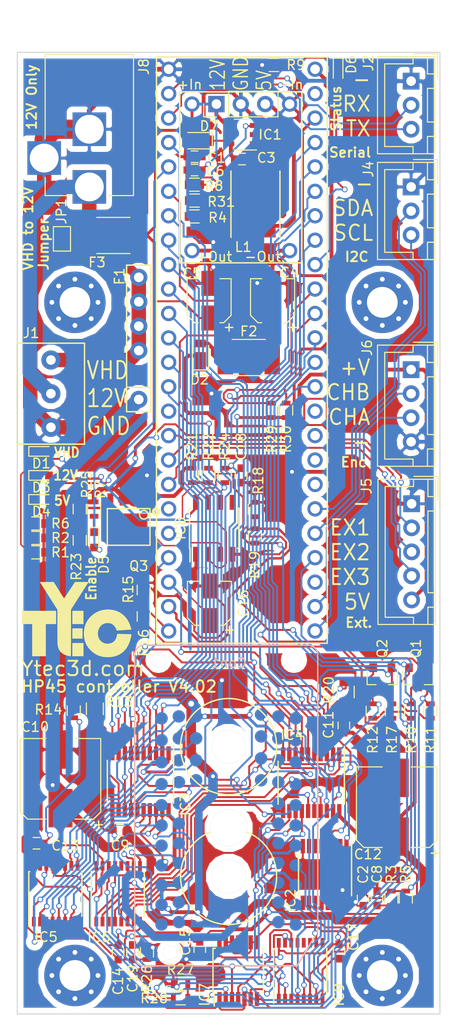
<source format=kicad_pcb>
(kicad_pcb (version 20221018) (generator pcbnew)
  (layers (0 "F.Cu" signal) (31 "B.Cu" signal) (34 "B.Paste" user) (35 "F.Paste" user) (36 "B.SilkS" user "B.Silkscreen") (37 "F.SilkS" user "F.Silkscreen") (38 "B.Mask" user) (39 "F.Mask" user) (44 "Edge.Cuts" user))
  (net 0 "")
  (net 1 "GND")
  (net 2 "Net-(C1-Pad1)")
  (net 3 "VHead")
  (net 4 "+12V")
  (net 5 "+3V3")
  (net 6 "AGND")
  (net 7 "/HGND")
  (net 8 "/C10X")
  (net 9 "/CTSR")
  (net 10 "Net-(D1-Pad1)")
  (net 11 "+5V")
  (net 12 "Net-(D3-Pad1)")
  (net 13 "/HENA")
  (net 14 "Net-(D4-Pad1)")
  (net 15 "Net-(D5-Pad1)")
  (net 16 "Net-(IC2-Pad2)")
  (net 17 "/PCLR")
  (net 18 "/PCLK")
  (net 19 "Net-(IC6-Pad11)")
  (net 20 "Net-(IC6-Pad14)")
  (net 21 "/ARST")
  (net 22 "/NCHECK")
  (net 23 "/RX")
  (net 24 "/TX")
  (net 25 "/CACLK")
  (net 26 "/CARST")
  (net 27 "/TEST-VHD")
  (net 28 "/TEST-12V")
  (net 29 "/ADR_TEST")
  (net 30 "Net-(F1-Pad2)")
  (net 31 "Net-(F3-Pad2)")
  (net 32 "Net-(C3-Pad1)")
  (net 33 "Net-(C3-Pad2)")
  (net 34 "Net-(C8-Pad1)")
  (net 35 "Net-(D6-Pad1)")
  (net 36 "Net-(IC5-Pad11)")
  (net 37 "Net-(IC5-Pad14)")
  (net 38 "Net-(IC8-Pad2)")
  (net 39 "Net-(Q3-Pad2)")
  (net 40 "/STATUS")
  (net 41 "Net-(IC7-Pad4)")
  (net 42 "/SDA")
  (net 43 "/SCL")
  (net 44 "/CH-B")
  (net 45 "/CH-A")
  (net 46 "/EXT1")
  (net 47 "/EXT2")
  (net 48 "Net-(D2-Pad2)")
  (net 49 "/EXT3")
  (net 50 "/HA08")
  (net 51 "/HP06")
  (net 52 "/HP12")
  (net 53 "/HP05")
  (net 54 "/HA10")
  (net 55 "/HA14")
  (net 56 "/HA18")
  (net 57 "/HA21")
  (net 58 "/HA19")
  (net 59 "/HA17")
  (net 60 "/HA12")
  (net 61 "/HP03")
  (net 62 "/HA16")
  (net 63 "/HP01")
  (net 64 "/HA20")
  (net 65 "/HP13")
  (net 66 "/HA15")
  (net 67 "/HP07")
  (net 68 "/HP11")
  (net 69 "/HP09")
  (net 70 "/HA13")
  (net 71 "/HA07")
  (net 72 "/HA09")
  (net 73 "/HP02")
  (net 74 "/HA04")
  (net 75 "/HP00")
  (net 76 "/HA00")
  (net 77 "/HA01")
  (net 78 "/HP10")
  (net 79 "/HA11")
  (net 80 "/HP04")
  (net 81 "/HA06")
  (net 82 "/HA02")
  (net 83 "/HA03")
  (net 84 "/HA05")
  (net 85 "/HP08")
  (net 86 "/HDUMMY1")
  (net 87 "/HDUMMY2")
  (net 88 "/P06")
  (net 89 "/P04")
  (net 90 "/P02")
  (net 91 "/P00")
  (net 92 "/P12")
  (net 93 "/P10")
  (net 94 "/P08")
  (net 95 "/DUMMY1")
  (net 96 "/DUMMY2")
  (net 97 "/P07")
  (net 98 "/P09")
  (net 99 "/P11")
  (net 100 "/P13")
  (net 101 "/P01")
  (net 102 "/P03")
  (net 103 "/P05")
  (net 104 "Net-(IC9-Pad13)")
  (net 105 "Net-(IC1-Pad3)")
  (net 106 "Net-(R31-Pad2)")
  (footprint "Fiducials:Fiducial_1mm_Dia_2mm_Outer" (layer "F.Cu") (at 120 142.5)
    (fp_text reference "Fd2" hide)
    (fp_text value "Fiducial")
  )
  (footprint "Capacitors_SMD:C_0603" (layer "F.Cu") (at 114 138 -90)
    (fp_text reference "C2")
    (fp_text value "0.1uF")
  )
  (footprint "Capacitors_SMD:CP_Elec_4x5.8" (layer "F.Cu") (at 104.572 75.832 90)
    (fp_text reference "C4")
    (fp_text value "10uF")
  )
  (footprint "Capacitors_SMD:C_0603" (layer "F.Cu") (at 115.447639 137.972087 90)
    (fp_text reference "C8")
    (fp_text value "0.1nF")
  )
  (footprint "Capacitors_SMD:C_0603" (layer "F.Cu") (at 88.697 130.8865 180)
    (fp_text reference "C9")
    (fp_text value "1uF")
  )
  (footprint "Capacitors_SMD:CP_Elec_8x10" (layer "F.Cu") (at 82.5 125.55 90)
    (fp_text reference "C10")
    (fp_text value "100uF")
  )
  (footprint "Capacitors_SMD:C_0603" (layer "F.Cu") (at 112 120 -90)
    (fp_text reference "C11")
    (fp_text value "1uF")
  )
  (footprint "Capacitors_SMD:CP_Elec_8x10" (layer "F.Cu") (at 117.5 128.5 90)
    (fp_text reference "C12")
    (fp_text value "100uF")
  )
  (footprint "Capacitors_SMD:C_0603" (layer "F.Cu") (at 80 132.25)
    (fp_text reference "C13")
    (fp_text value "0.1uF")
  )
  (footprint "Capacitors_SMD:C_0603" (layer "F.Cu") (at 88.5 143.6 -90)
    (fp_text reference "C14")
    (fp_text value "0.1uF")
  )
  (footprint "Capacitors_SMD:C_0603" (layer "F.Cu") (at 97 143.25 90)
    (fp_text reference "C15")
    (fp_text value "0.1uF")
  )
  (footprint "Capacitors_SMD:CP_Elec_4x5.8" (layer "F.Cu") (at 98 107.3 90)
    (fp_text reference "C16")
    (fp_text value "1uF")
  )
  (footprint "Capacitors_SMD:C_0603" (layer "F.Cu") (at 111.5 143.5 -90)
    (fp_text reference "C17")
    (fp_text value "0.1uF")
  )
  (footprint "Capacitors_SMD:C_0603" (layer "F.Cu") (at 101.3 94 -90)
    (fp_text reference "C18")
    (fp_text value "0.1uF")
  )
  (footprint "Capacitors_SMD:C_0603" (layer "F.Cu") (at 90 143.584816 90)
    (fp_text reference "C19")
    (fp_text value "0.1uF")
  )
  (footprint "LEDs:LED_0603" (layer "F.Cu") (at 80.5 91.5)
    (fp_text reference "D1")
    (fp_text value "LED")
  )
  (footprint "HP45 Components:D_SOD-323HE" (layer "F.Cu") (at 97.079 81.527 90)
    (fp_text reference "D2")
    (fp_text value "D_Schottky")
  )
  (footprint "LEDs:LED_0603" (layer "F.Cu") (at 80.5 94)
    (fp_text reference "D3")
    (fp_text value "LED")
  )
  (footprint "LEDs:LED_0603" (layer "F.Cu") (at 80.5 96.5)
    (fp_text reference "D4")
    (fp_text value "LED")
  )
  (footprint "LEDs:LED_0603" (layer "F.Cu") (at 86 100.7 -90)
    (fp_text reference "D5")
    (fp_text value "LED")
  )
  (footprint "LEDs:LED_0603" (layer "F.Cu") (at 111.4 51.9 -90)
    (fp_text reference "D6")
    (fp_text value "LED")
  )
  (footprint "Fiducials:Fiducial_1mm_Dia_2mm_Outer" (layer "F.Cu") (at 82.728 51.956)
    (fp_text reference "Fd1" hide)
    (fp_text value "Fiducial")
  )
  (footprint "Housings_SSOP:TSSOP-16_4.4x5mm_Pitch0.65mm" (layer "F.Cu") (at 110 135.5 -90)
    (fp_text reference "IC2")
    (fp_text value "74HC123")
  )
  (footprint "Housings_SSOP:TSSOP-20_4.4x6.5mm_Pitch0.65mm" (layer "F.Cu") (at 90.825 125.85 -90)
    (fp_text reference "IC3")
    (fp_text value "TLC59213")
  )
  (footprint "Housings_SSOP:TSSOP-20_4.4x6.5mm_Pitch0.65mm" (layer "F.Cu") (at 108.6 125.95 -90)
    (fp_text reference "IC4")
    (fp_text value "TLC59213")
  )
  (footprint "Housings_SSOP:SSOP-16_4.4x5.2mm_Pitch0.65mm" (layer "F.Cu") (at 82 137.5 90)
    (fp_text reference "IC5")
    (fp_text value "HEF4017")
  )
  (footprint "Housings_SSOP:SSOP-16_4.4x5.2mm_Pitch0.65mm" (layer "F.Cu") (at 88.5 137.5 90)
    (fp_text reference "IC6")
    (fp_text value "HEF4017")
  )
  (footprint "Housings_SSOP:TSSOP-14_4.4x5mm_Pitch0.65mm" (layer "F.Cu") (at 101 145.5 90)
    (fp_text reference "IC7")
    (fp_text value "HCF4081")
  )
  (footprint "Housings_SOIC:SOIC-8_3.9x4.9mm_Pitch1.27mm" (layer "F.Cu") (at 98.5 99.5 90)
    (fp_text reference "IC8")
    (fp_text value "LM311")
  )
  (footprint "Housings_SSOP:SSOP-16_4.4x5.2mm_Pitch0.65mm" (layer "F.Cu") (at 107.5 145.5 90)
    (fp_text reference "IC9")
    (fp_text value "HEF4017")
  )
  (footprint "HP45 Components:3.5mm_screw_terminal" (layer "F.Cu") (at 81.5 85.5 90)
    (fp_text reference "J1")
    (fp_text value "Screw_Terminal_1x03")
  )
  (footprint "Connectors_JST:JST_XH_B03B-XH-A_03x2.50mm_Straight" (layer "F.Cu") (at 119 53 -90)
    (fp_text reference "J2")
    (fp_text value "CONN_01X03")
  )
  (footprint "Connectors_JST:JST_XH_B03B-XH-A_03x2.50mm_Straight" (layer "F.Cu") (at 119 64 -90)
    (fp_text reference "J4")
    (fp_text value "CONN_01X03")
  )
  (footprint "Connectors_JST:JST_XH_B04B-XH-A_04x2.50mm_Straight" (layer "F.Cu") (at 119 83 -90)
    (fp_text reference "J6")
    (fp_text value "CONN_01X04")
  )
  (footprint "HP45 Components:NC_Jumper" (layer "F.Cu") (at 82.65 69.4 180)
    (fp_text reference "JP1")
    (fp_text value "Jumper")
  )
  (footprint "TO_SOT_Packages_SMD:SOT-23" (layer "F.Cu") (at 119.723694 115 -90)
    (fp_text reference "Q1")
    (fp_text value "Q_NMOS_GSD")
  )
  (footprint "TO_SOT_Packages_SMD:SOT-23" (layer "F.Cu") (at 116 115 -90)
    (fp_text reference "Q2")
    (fp_text value "Q_NMOS_GSD")
  )
  (footprint "HP45 Components:SO-8_PowerPAK" (layer "F.Cu") (at 92.135 95.865 -90)
    (fp_text reference "Q3")
    (fp_text value "Q_NMOS_SGD")
  )
  (footprint "Resistors_SMD:R_0603" (layer "F.Cu") (at 80 102)
    (fp_text reference "R1")
    (fp_text value "2.2k")
  )
  (footprint "Resistors_SMD:R_0603" (layer "F.Cu") (at 80 100.5)
    (fp_text reference "R2")
    (fp_text value "2.2k")
  )
  (footprint "Resistors_SMD:R_0603" (layer "F.Cu") (at 116.947639 137.972087 -90)
    (fp_text reference "R3")
    (fp_text value "2.2k")
  )
  (footprint "Resistors_SMD:R_0603" (layer "F.Cu") (at 118.447639 137.972087 -90)
    (fp_text reference "R5")
    (fp_text value "2.2k")
  )
  (footprint "Resistors_SMD:R_0603" (layer "F.Cu") (at 80 99)
    (fp_text reference "R6")
    (fp_text value "1.2k")
  )
  (footprint "Resistors_SMD:R_0603" (layer "F.Cu") (at 86 97.5 90)
    (fp_text reference "R7")
    (fp_text value "1.2k")
  )
  (footprint "Resistors_SMD:R_0603" (layer "F.Cu") (at 119 118.5 -90)
    (fp_text reference "R10")
    (fp_text value "2.2k")
  )
  (footprint "Resistors_SMD:R_0603" (layer "F.Cu") (at 121 118.5 90)
    (fp_text reference "R11")
    (fp_text value "2.2k")
  )
  (footprint "Resistors_SMD:R_0603" (layer "F.Cu") (at 115 118.5 -90)
    (fp_text reference "R12")
    (fp_text value "2.2k")
  )
  (footprint "Resistors_SMD:R_0805" (layer "F.Cu") (at 86.07572 118.2754 90)
    (fp_text reference "R13")
    (fp_text value "30")
  )
  (footprint "Resistors_SMD:R_0603" (layer "F.Cu") (at 83.87862 118.4532 -90)
    (fp_text reference "R14")
    (fp_text value "1.2k")
  )
  (footprint "Resistors_SMD:R_0603" (layer "F.Cu") (at 91.1652 105.9134 90)
    (fp_text reference "R15")
    (fp_text value "1.2k")
  )
  (footprint "Resistors_SMD:R_0603" (layer "F.Cu") (at 91.1652 108.6634 90)
    (fp_text reference "R16")
    (fp_text value "10k")
  )
  (footprint "Resistors_SMD:R_0603" (layer "F.Cu") (at 117 118.5 90)
    (fp_text reference "R17")
    (fp_text value "2.2k")
  )
  (footprint "Resistors_SMD:R_0603" (layer "F.Cu") (at 102.7236 97.5441 90)
    (fp_text reference "R18")
    (fp_text value "1.2k")
  )
  (footprint "Resistors_SMD:R_0603" (layer "F.Cu") (at 102.7236 100.2941 90)
    (fp_text reference "R19")
    (fp_text value "10k")
  )
  (footprint "Resistors_SMD:R_0805" (layer "F.Cu") (at 112.192 116.5228 90)
    (fp_text reference "R20")
    (fp_text value "30")
  )
  (footprint "Resistors_SMD:R_0603" (layer "F.Cu") (at 96.2 94 90)
    (fp_text reference "R21")
    (fp_text value "1.2k")
  )
  (footprint "Resistors_SMD:R_0603" (layer "F.Cu") (at 97.9 94 -90)
    (fp_text reference "R22")
    (fp_text value "10k")
  )
  (footprint "Resistors_SMD:R_0603" (layer "F.Cu") (at 84.5 100.75 -90)
    (fp_text reference "R23")
    (fp_text value "330")
  )
  (footprint "Resistors_SMD:R_0603" (layer "F.Cu") (at 99.6 94 -90)
    (fp_text reference "R24")
    (fp_text value "10k")
  )
  (footprint "Resistors_SMD:R_0603" (layer "F.Cu") (at 84.5 97.5 -90)
    (fp_text reference "R25")
    (fp_text value "2.2k")
  )
  (footprint "Resistors_SMD:R_0603" (layer "F.Cu") (at 91.5 143.584816 90)
    (fp_text reference "R26")
    (fp_text value "2.2k")
  )
  (footprint "Resistors_SMD:R_0603" (layer "F.Cu") (at 95 146.873)
    (fp_text reference "R27")
    (fp_text value "1.2k")
  )
  (footprint "Resistors_SMD:R_0603" (layer "F.Cu") (at 95 148.373 180)
    (fp_text reference "R28")
    (fp_text value "10k")
  )
  (footprint "Resistors_SMD:R_0603" (layer "F.Cu") (at 104.492 87.231 -90)
    (fp_text reference "R29")
    (fp_text value "330")
  )
  (footprint "Resistors_SMD:R_0603" (layer "F.Cu") (at 105.992 87.231 -90)
    (fp_text reference "R30")
    (fp_text value "330")
  )
  (footprint "HP45 Components:Teensy_3.5_edges" (layer "F.Cu") (at 101.38 50.49)
    (fp_text reference "uC1" hide)
    (fp_text value "Teensy_3.5_custom")
  )
  (footprint "Connectors:BARREL_JACK" (layer "F.Cu") (at 85.5 64 -90)
    (fp_text reference "J8")
    (fp_text value "BARREL_JACK")
  )
  (footprint "Mounting_Holes:MountingHole_3.2mm_M3_Pad_Via" (layer "F.Cu") (at 84 76)
    (fp_text reference "M1" hide)
    (fp_text value "Mounting_hole")
  )
  (footprint "Mounting_Holes:MountingHole_3.2mm_M3_Pad_Via" (layer "F.Cu") (at 116 76)
    (fp_text reference "M2" hide)
    (fp_text value "Mounting_hole")
  )
  (footprint "Mounting_Holes:MountingHole_3.2mm_M3_Pad_Via" (layer "F.Cu") (at 84 146)
    (fp_text reference "M3" hide)
    (fp_text value "Mounting_hole")
  )
  (footprint "Mounting_Holes:MountingHole_3.2mm_M3_Pad_Via" (layer "F.Cu") (at 116 146)
    (fp_text reference "M4" hide)
    (fp_text value "Mounting_hole")
  )
  (footprint "HP45 Components:Universal_PTC" (layer "F.Cu") (at 90.65 86.1 180)
    (fp_text reference "F1")
    (fp_text value "Polyfuse IHold=4A")
  )
  (footprint "Resistors_SMD:R_1812" (layer "F.Cu") (at 102.0955 81.7375)
    (fp_text reference "F2")
    (fp_text value "Polyfuse IHold=1A")
  )
  (footprint "Resistors_SMD:R_1812" (layer "F.Cu") (at 88 69.05 180)
    (fp_text reference "F3")
    (fp_text value "Polyfuse IHold=1A")
  )
  (footprint "Connectors_JST:JST_XH_B05B-XH-A_05x2.50mm_Straight" (layer "F.Cu") (at 119.05 96.95 -90)
    (fp_text reference "J5")
    (fp_text value "CONN_01X05")
  )
  (footprint "HP45 Components:Ytec_Logo" (layer "F.Cu") (at 84.18342 108.98916)
    (fp_text reference "G***" hide)
    (fp_text value "LOGO" hide)
  )
  (footprint "HP45 Components:Universal_regulator" (layer "F.Cu") (at 101.27 63.005 -90)
    (fp_text reference "U1" hide)
    (fp_text value "Universal_regulator")
  )
  (footprint "Capacitors_SMD:C_0603" (layer "F.Cu") (at 96.456 60.858 180)
    (fp_text reference "C1")
    (fp_text value "1uF")
  )
  (footprint "Capacitors_SMD:C_0603" (layer "F.Cu") (at 101.397 61.1)
    (fp_text reference "C3")
    (fp_text value "0.1uF")
  )
  (footprint "Capacitors_SMD:CP_Elec_4x5.8" (layer "F.Cu") (at 97.968 75.832 90)
    (fp_text reference "C5")
    (fp_text value "10uF")
  )
  (footprint "Capacitors_SMD:C_0603" (layer "F.Cu") (at 96.456 62.243 180)
    (fp_text reference "C6")
    (fp_text value "0.1uF")
  )
  (footprint "HP45 Components:D_SOD-323HE" (layer "F.Cu") (at 96.805 59.195 180)
    (fp_text reference "D7")
    (fp_text value "D_Schottky")
  )
  (footprint "Housings_SSOP:TSOP-6_1.65x3.05mm_Pitch0.95mm" (layer "F.Cu") (at 101.397 58.56 180)
    (fp_text reference "IC1")
    (fp_text value "ADP2301")
  )
  (footprint "Inductors:Inductor_Taiyo-Yuden_NR-50xx_HandSoldering" (layer "F.Cu") (at 102.794 65.799 90)
    (fp_text reference "L1")
    (fp_text value "4.7uH")
  )
  (footprint "Resistors_SMD:R_0603" (layer "F.Cu") (at 96.432 67.069)
    (fp_text reference "R4")
    (fp_text value "10k")
  )
  (footprint "Resistors_SMD:R_0603" (layer "F.Cu") (at 96.444 63.767)
    (fp_text reference "R8")
    (fp_text value "2.2k")
  )
  (footprint "Resistors_SMD:R_0603" (layer "F.Cu") (at 104.711 51.321 180)
    (fp_text reference "R9")
    (fp_text value "1.2k")
  )
  (footprint "Resistors_SMD:R_0603" (layer "F.Cu") (at 96.456 65.418 180)
    (fp_text reference "R31")
    (fp_text value "2.2k")
  )
  (footprint "Pin_Headers:Pin_Header_Straight_1x03_Pitch2.54mm" (layer "F.Cu") (at 98.73 55.385 90)
    (fp_text reference "J3" hide)
    (fp_text value "CONN_01X03")
  )
  (footprint "HP45 Components:HP45_SMD_connector" (layer "B.Cu") (at 100 145 180)
    (fp_text reference "Con1")
    (fp_text value "HP45_connector")
  )
  (gr_line (start 122 150) (end 78 150) (stroke (width 0.1)) (layer "Edge.Cuts"))
  (gr_line (start 78 50) (end 122 50) (stroke (width 0.1)) (layer "Edge.Cuts"))
  (gr_line (start 122 50) (end 122 150) (stroke (width 0.1)) (layer "Edge.Cuts"))
  (gr_line (start 78 150) (end 78 50) (stroke (width 0.1)) (layer "Edge.Cuts"))
  (gr_text "Serial" (at 114.95044 60.41674) (layer "F.SilkS") (effects (font (size 1 1) (thickness 0.2)) (justify right)))
  (gr_text "I2C" (at 114.6812 71.27016) (layer "F.SilkS") (effects (font (size 1 1) (thickness 0.2)) (justify right)))
  (gr_text "Enc." (at 114.96568 92.62648) (layer "F.SilkS") (effects (font (size 1 1) (thickness 0.2)) (justify right)))
  (gr_text "Ext." (at 115.06728 109.31174) (layer "F.SilkS") (effects (font (size 1 1) (thickness 0.2)) (justify right)))
  (gr_text "12V Only" (at 79.49712 51.15082 90) (layer "F.SilkS") (effects (font (size 1 1) (thickness 0.2)) (justify right)))
  (gr_text "VHD" (at 84.6076 91.6181) (layer "F.SilkS") (effects (font (size 1 0.9) (thickness 0.2)) (justify right)))
  (gr_text "12V" (at 84.4044 93.993) (layer "F.SilkS") (effects (font (size 1 0.9) (thickness 0.2)) (justify right)))
  (gr_text "5V" (at 83.617 96.6219) (layer "F.SilkS") (effects (font (size 1 0.9) (thickness 0.2)) (justify right)))
  (gr_text "Enable" (at 85.6998 102.3496 90) (layer "F.SilkS") (effects (font (size 1 0.9) (thickness 0.2)) (justify right)))
  (gr_text "-\nRX\nTX" (at 114.91234 55.3596) (layer "F.SilkS") (effects (font (size 1.6 1.5) (thickness 0.2)) (justify right)))
  (gr_text "12V\nGND\n5V" (at 101.27 54.115 90) (layer "F.SilkS") (effects (font (size 1.5 1.2)) (justify left)))
  (gr_text " HP45 controller V4.02" (at 88.13312 115.95384) (layer "F.SilkS") (effects (font (size 1.2 1.2) (thickness 0.2))))
  (gr_text "-\nEX1\nEX2\nEX3\n5V" (at 114.8717 101.99654) (layer "F.SilkS") (effects (font (size 1.6 1.5) (thickness 0.2)) (justify right)))
  (gr_text "VHD\n12V\nGND" (at 85.09274 85.97676) (layer "F.SilkS") (effects (font (size 1.8 1.5) (thickness 0.2)) (justify left)))
  (gr_text "VHD to 12V\nJumper" (at 79.93146 72.79416 90) (layer "F.SilkS") (effects (font (size 1 1) (thickness 0.2)) (justify left)))
  (gr_text "-\nSDA\nSCL" (at 115.17904 66.20286) (layer "F.SilkS") (effects (font (size 1.6 1.5) (thickness 0.2)) (justify right)))
  (gr_text "Status" (at 111.20394 55.85236 90) (layer "F.SilkS") (effects (font (size 1 1) (thickness 0.2))))
  (gr_text "Ytec3d.com" (at 84.82096 114.08948) (layer "F.SilkS") (effects (font (size 1.5 1.5) (thickness 0.2))))
  (gr_text "+V\nCHB\nCHA\n-" (at 114.8717 86.64478) (layer "F.SilkS") (effects (font (size 1.6 1.5) (thickness 0.2)) (justify right)))
  (segment (start 113.1 118.3) (end 113.2 118.2) (width 0.2) (layer "F.Cu") (net 1))
  (segment (start 98.4125 73.5875) (end 97.968 74.032) (width 0.4) (layer "F.Cu") (net 1))
  (segment (start 117.975 96.95) (end 119.05 96.95) (width 0.4) (layer "F.Cu") (net 1))
  (segment (start 90.5152 105.1634) (end 90.2 105.4786) (width 0.2) (layer "F.Cu") (net 1))
  (segment (start 95.694 63.767) (end 96.144 63.767) (width 0.4) (layer "F.Cu") (net 1))
  (segment (start 80.75 102) (end 80.75 100.5) (width 0.25) (layer "F.Cu") (net 1))
  (segment (start 93.76 51.76) (end 89.79 51.76) (width 0.5) (layer "F.Cu") (net 1))
  (segment (start 102.7236 96.7941) (end 102.7236 95.5986) (width 0.2) (layer "F.Cu") (net 1))
  (segment (start 94.336001 96.140001) (end 95.1753 95.300702) (width 0.4) (layer "F.Cu") (net 1))
  (segment (start 114.870999 136.549999) (end 111.925001 136.549999) (width 0.2) (layer "F.Cu") (net 1))
  (segment (start 112.914 120.75) (end 116.864 124.7) (width 0.4) (layer "F.Cu") (net 1))
  (segment (start 101.27 55.0675) (end 101.27 55.385) (width 0.2) (layer "F.Cu") (net 1))
  (segment (start 109.136926 125.598413) (end 108.969116 125.766223) (width 0.4) (layer "F.Cu") (net 1))
  (segment (start 83.8 97.45) (end 83.8 97.25) (width 0.5) (layer "F.Cu") (net 1))
  (segment (start 82.25 99) (end 83.8 97.45) (width 0.5) (layer "F.Cu") (net 1))
  (segment (start 104.572 71.32537) (end 104.572 72.532) (width 0.4) (layer "F.Cu") (net 1))
  (segment (start 103.683 57.036) (end 103.429 56.782) (width 0.4) (layer "F.Cu") (net 1))
  (segment (start 101.973599 97.344101) (end 101.973599 100.043299) (width 0.2) (layer "F.Cu") (net 1))
  (segment (start 90.23 94.865) (end 84.365 89) (width 1.5) (layer "F.Cu") (net 1))
  (segment (start 97.143998 110.884) (end 98.856002 110.884) (width 0.2) (layer "F.Cu") (net 1))
  (segment (start 88.204999 95.414999) (end 88.96 96.17) (width 0.5) (layer "F.Cu") (net 1))
  (segment (start 94.601899 106.539999) (end 96.4186 108.3567) (width 0.2) (layer "F.Cu") (net 1))
  (segment (start 99.492 84.214) (end 98.222 85.484) (width 0.2) (layer "F.Cu") (net 1))
  (segment (start 96.7742 92.1261) (end 96.4 92.5003) (width 0.4) (layer "F.Cu") (net 1))
  (segment (start 108.969116 125.766223) (end 107.683777 125.766223) (width 0.4) (layer "F.Cu") (net 1))
  (segment (start 117.5 124.7) (end 117.5 125.45) (width 0.2) (layer "F.Cu") (net 1))
  (segment (start 105.414984 100.3557) (end 105.973664 100.91438) (width 0.2) (layer "F.Cu") (net 1))
  (segment (start 95.555 59.195) (end 95.555 60.707) (width 0.4) (layer "F.Cu") (net 1))
  (segment (start 113.2 114.4) (end 112 113.2) (width 0.2) (layer "F.Cu") (net 1))
  (segment (start 113.219324 138.544324) (end 113.219324 138.35422) (width 0.2) (layer "F.Cu") (net 1))
  (segment (start 111.1252 120.4502) (end 111.1252 118.5548) (width 0.2) (layer "F.Cu") (net 1))
  (segment (start 104.5845 132.55) (end 103.3655 131.331) (width 0.2) (layer "F.Cu") (net 1))
  (segment (start 109.398 135.903) (end 110.414 135.903) (width 0.2) (layer "F.Cu") (net 1))
  (segment (start 91.5 96.5) (end 91.5 94) (width 0.2) (layer "F.Cu") (net 1))
  (segment (start 85.5 56.05) (end 85.5 58) (width 0.5) (layer "F.Cu") (net 1))
  (segment (start 91.3652 105.1634) (end 92.741799 106.539999) (width 0.2) (layer "F.Cu") (net 1))
  (segment (start 80.75 99) (end 82.25 99) (width 0.25) (layer "F.Cu") (net 1))
  (segment (start 88.122958 130.982936) (end 88.122958 131.4072) (width 0.2) (layer "F.Cu") (net 1))
  (segment (start 95.555 58.445) (end 97.3965 56.6035) (width 0.4) (layer "F.Cu") (net 1))
  (segment (start 88.026522 130.8865) (end 88.122958 130.982936) (width 0.2) (layer "F.Cu") (net 1))
  (segment (start 81.5 89) (end 79.349999 86.849999) (width 1.5) (layer "F.Cu") (net 1))
  (segment (start 103.3655 130.5055) (end 104.971 128.9) (width 0.2) (layer "F.Cu") (net 1))
  (segment (start 111.38 118.3) (end 113.1 118.3) (width 0.2) (layer "F.Cu") (net 1))
  (segment (start 101.973599 100.043299) (end 102.286 100.3557) (width 0.2) (layer "F.Cu") (net 1))
  (segment (start 94.273008 146.873) (end 94.300009 146.900001) (width 0.2) (layer "F.Cu") (net 1))
  (segment (start 81.85 58) (end 80.8 59.05) (width 2) (layer "F.Cu") (net 1))
  (segment (start 113.425 138.75) (end 113.219324 138.544324) (width 0.2) (layer "F.Cu") (net 1))
  (segment (start 103.3655 131.331) (end 103.3655 130.5055) (width 0.2) (layer "F.Cu") (net 1))
  (segment (start 96.595 105.145) (end 96.95 105.5) (width 0.25) (layer "F.Cu") (net 1))
  (segment (start 111.163113 125.598413) (end 109.136926 125.598413) (width 0.4) (layer "F.Cu") (net 1))
  (segment (start 91.1652 105.1634) (end 91.3652 105.1634) (width 0.2) (layer "F.Cu") (net 1))
  (segment (start 114.870999 136.549999) (end 114.870999 136.620447) (width 0.2) (layer "F.Cu") (net 1))
  (segment (start 102.286 100.3557) (end 105.414984 100.3557) (width 0.2) (layer "F.Cu") (net 1))
  (segment (start 107.725 134.23) (end 109.398 135.903) (width 0.2) (layer "F.Cu") (net 1))
  (segment (start 107.683777 125.766223) (end 105.675 127.775) (width 0.4) (layer "F.Cu") (net 1))
  (segment (start 103.683 58.179) (end 103.683 57.036) (width 0.4) (layer "F.Cu") (net 1))
  (segment (start 81.4326 119.0326) (end 81.4326 105.0166) (width 0.5) (layer "F.Cu") (net 1))
  (segment (start 98 105.5) (end 99.05 105.5) (width 0.25) (layer "F.Cu") (net 1))
  (segment (start 83.8 97.25) (end 84.3 96.75) (width 0.5) (layer "F.Cu") (net 1))
  (segment (start 115.85 125.45) (end 115.762 125.362) (width 0.4) (layer "F.Cu") (net 1))
  (segment (start 115.762 125.362) (end 111.399526 125.362) (width 0.4) (layer "F.Cu") (net 1))
  (segment (start 105.675 127.775) (end 105.675 128.9) (width 0.4) (layer "F.Cu") (net 1))
  (segment (start 99.584987 107.584987) (end 98 106) (width 0.2) (layer "F.Cu") (net 1))
  (segment (start 91.5 96.4859) (end 91.845899 96.140001) (width 0.4) (layer "F.Cu") (net 1))
  (segment (start 98.8 114.8) (end 99.3 115.3) (width 0.2) (layer "F.Cu") (net 1))
  (segment (start 100.3175 54.115) (end 101.27 55.0675) (width 0.4) (layer "F.Cu") (net 1))
  (segment (start 90.23 96.5) (end 88.96 96.5) (width 1) (layer "F.Cu") (net 1))
  (segment (start 87.200938 95.414999) (end 88.204999 95.414999) (width 0.5) (layer "F.Cu") (net 1))
  (segment (start 91.5 96.5) (end 90.23 96.5) (width 1) (layer "F.Cu") (net 1))
  (segment (start 111.875001 136.599999) (end 110.975 136.599999) (width 0.2) (layer "F.Cu") (net 1))
  (segment (start 84.3 96.75) (end 84.5 96.75) (width 0.25) (layer "F.Cu") (net 1))
  (segment (start 102.7236 95.5986) (end 101.875 94.75) (width 0.2) (layer "F.Cu") (net 1))
  (segment (start 116.864 124.7) (end 117.5 124.7) (width 0.4) (layer "F.Cu") (net 1))
  (segment (start 107.725 132.55) (end 104.5845 132.55) (width 0.2) (layer "F.Cu") (net 1))
  (segment (start 114.870999 136.620447) (end 115.447639 137.197087) (width 0.2) (layer "F.Cu") (net 1))
  (segment (start 111.425 120.75) (end 111.1252 120.4502) (width 0.2) (layer "F.Cu") (net 1))
  (segment (start 99.05 105.5) (end 100.405 104.145) (width 0.25) (layer "F.Cu") (net 1))
  (segment (start 80.8 59.05) (end 80.8 61) (width 2) (layer "F.Cu") (net 1))
  (segment (start 110.975 136.599999) (end 110.975 138.45) (width 0.2) (layer "F.Cu") (net 1))
  (segment (start 86.539487 95.460513) (end 87.155424 95.460513) (width 0.5) (layer "F.Cu") (net 1))
  (segment (start 96.4186 108.3567) (end 96.4186 110.158602) (width 0.2) (layer "F.Cu") (net 1))
  (segment (start 98 106) (end 98 105.5) (width 0.2) (layer "F.Cu") (net 1))
  (segment (start 104.572 74.032) (end 103.026 74.032) (width 0.4) (layer "F.Cu") (net 1))
  (segment (start 112 113.2) (end 111.2 113.2) (width 0.2) (layer "F.Cu") (net 1))
  (segment (start 114 138.75) (end 113.425 138.75) (width 0.2) (layer "F.Cu") (net 1))
  (segment (start 82.5 122.5) (end 83.95 122.5) (width 0.4) (layer "F.Cu") (net 1))
  (segment (start 97.3965 54.378498) (end 97.659998 54.115) (width 0.4) (layer "F.Cu") (net 1))
  (segment (start 96.444 69.210002) (end 96.969998 69.736) (width 0.3) (layer "F.Cu") (net 1))
  (segment (start 104.572 72.532) (end 104.572 74.032) (width 0.4) (layer "F.Cu") (net 1))
  (segment (start 92.3 114.8) (end 98.7 114.8) (width 0.2) (layer "F.Cu") (net 1))
  (segment (start 114.6497 93.6247) (end 117.975 96.95) (width 0.4) (layer "F.Cu") (net 1))
  (segment (start 98.856002 110.884) (end 99.584987 110.155015) (width 0.2) (layer "F.Cu") (net 1))
  (segment (start 82.914213 89) (end 81.5 89) (width 1.5) (layer "F.Cu") (net 1))
  (segment (start 97.659998 54.115) (end 100.3175 54.115) (width 0.4) (layer "F.Cu") (net 1))
  (segment (start 98.7 114.8) (end 98.8 114.8) (width 0.2) (layer "F.Cu") (net 1))
  (segment (start 96.4186 110.158602) (end 97.143998 110.884) (width 0.2) (layer "F.Cu") (net 1))
  (segment (start 95.555 59.195) (end 95.555 58.445) (width 0.4) (layer "F.Cu") (net 1))
  (segment (start 96.4 92.5003) (end 96.4 93.25) (width 0.4) (layer "F.Cu") (net 1))
  (segment (start 103.302 58.56) (end 103.683 58.179) (width 0.4) (layer "F.Cu") (net 1))
  (segment (start 102.5236 96.7941) (end 101.973599 97.344101) (width 0.2) (layer "F.Cu") (net 1))
  (segment (start 102.9 93.2) (end 102.9 92.75) (width 0.4) (layer "F.Cu") (net 1))
  (segment (start 110.975 136.464) (end 110.975 138.45) (width 0.2) (layer "F.Cu") (net 1))
  (segment (start 102.667 56.782) (end 101.27 55.385) (width 0.4) (layer "F.Cu") (net 1))
  (segment (start 105.27237 70.625) (end 104.572 71.32537) (width 0.4) (layer "F.Cu") (net 1))
  (segment (start 100.635 84.214) (end 99.492 84.214) (width 0.2) (layer "F.Cu") (net 1))
  (segment (start 102.9 92.75) (end 102.2761 92.1261) (width 0.4) (layer "F.Cu") (net 1))
  (segment (start 82.5 120.1) (end 81.4326 119.0326) (width 0.5) (layer "F.Cu") (net 1))
  (segment (start 96.145 105.145) (end 96.1 105.1) (width 0.2) (layer "F.Cu") (net 1))
  (segment (start 94.25 146.873) (end 93.698 146.873) (width 0.2) (layer "F.Cu") (net 1))
  (segment (start 96.969998 69.736) (end 98.4125 69.736) (width 0.4) (layer "F.Cu") (net 1))
  (segment (start 100.405 103.225) (end 100.405 102.2) (width 0.25) (layer "F.Cu") (net 1))
  (segment (start 92.5 145.675) (end 92.5 143.634816) (width 0.2) (layer "F.Cu") (net 1))
  (segment (start 115.447639 137.197087) (end 115.447639 137.222087) (width 0.2) (layer "F.Cu") (net 1))
  (segment (start 96.95 105.5) (end 98 105.5) (width 0.25) (layer "F.Cu") (net 1))
  (segment (start 84.365 89) (end 82.914213 89) (width 1.5) (layer "F.Cu") (net 1))
  (segment (start 103.026 74.032) (end 102.9845 73.9905) (width 0.4) (layer "F.Cu") (net 1))
  (segment (start 90.23 96.5) (end 90.23 94.865) (width 1.5) (layer "F.Cu") (net 1))
  (segment (start 87.9 128.8) (end 87.9 130.8395) (width 0.4) (layer "F.Cu") (net 1))
  (segment (start 111.925001 136.549999) (end 111.875001 136.599999) (width 0.2) (layer "F.Cu") (net 1))
  (segment (start 82.25 104.1992) (end 82.25 99) (width 0.5) (layer "F.Cu") (net 1))
  (segment (start 111.8618 136.6132) (end 111.8618 136.697936) (width 0.2) (layer "F.Cu") (net 1))
  (segment (start 92.741799 106.539999) (end 94.601899 106.539999) (width 0.2) (layer "F.Cu") (net 1))
  (segment (start 93.698 146.873) (end 92.5 145.675) (width 0.2) (layer "F.Cu") (net 1))
  (segment (start 106.6 93.6247) (end 114.6497 93.6247) (width 0.4) (layer "F.Cu") (net 1))
  (segment (start 105.4747 93.6247) (end 106.6 93.6247) (width 0.4) (layer "F.Cu") (net 1))
  (segment (start 79.349999 66.200001) (end 80.8 64.75) (width 1.5) (layer "F.Cu") (net 1))
  (segment (start 85.5 58) (end 81.85 58) (width 2) (layer "F.Cu") (net 1))
  (segment (start 95.555 60.707) (end 95.706 60.858) (width 0.2) (layer "F.Cu") (net 1))
  (segment (start 87.9 130.8395) (end 87.947 130.8865) (width 0.4) (layer "F.Cu") (net 1))
  (segment (start 105.05 93.2) (end 105.4747 93.6247) (width 0.4) (layer "F.Cu") (net 1))
  (segment (start 103.429 56.782) (end 102.667 56.782) (width 0.4) (layer "F.Cu") (net 1))
  (segment (start 90.2 112.7) (end 92.3 114.8) (width 0.2) (layer "F.Cu") (net 1))
  (segment (start 91.538196 142.79662) (end 91.802033 142.79662) (width 0.2) (layer "F.Cu") (net 1))
  (segment (start 111.399526 125.362) (end 111.163113 125.598413) (width 0.4) (layer "F.Cu") (net 1))
  (segment (start 79.349999 86.849999) (end 79.349999 66.200001) (width 1.5) (layer "F.Cu") (net 1))
  (segment (start 107.725 132.55) (end 107.725 134.23) (width 0.2) (layer "F.Cu") (net 1))
  (segment (start 94.300009 146.900001) (end 94.600008 147.2) (width 0.2) (layer "F.Cu") (net 1))
  (segment (start 102.2761 92.1261) (end 96.7742 92.1261) (width 0.4) (layer "F.Cu") (net 1))
  (segment (start 82.5 122.5) (end 82.5 120.1) (width 0.5) (layer "F.Cu") (net 1))
  (segment (start 91.7 142.834816) (end 91.5 142.834816) (width 0.2) (layer "F.Cu") (net 1))
  (segment (start 103.961 51.321) (end 103.4925 51.321) (width 0.2) (layer "F.Cu") (net 1))
  (segment (start 92.5 143.634816) (end 91.7 142.834816) (width 0.2) (layer "F.Cu") (net 1))
  (segment (start 96.595 105.145) (end 96.145 105.145) (width 0.2) (layer "F.Cu") (net 1))
  (segment (start 91.5 96.5) (end 91.5 96.4859) (width 0.4) (layer "F.Cu") (net 1))
  (segment (start 111.875001 136.599999) (end 111.8618 136.6132) (width 0.2) (layer "F.Cu") (net 1))
  (segment (start 91.802033 142.79662) (end 92.102032 143.096619) (width 0.2) (layer "F.Cu") (net 1))
  (segment (start 95.55 93.25) (end 96.2 93.25) (width 0.4) (layer "F.Cu") (net 1))
  (segment (start 100.405 104.145) (end 100.405 103.225) (width 0.25) (layer "F.Cu") (net 1))
  (segment (start 80.75 99) (end 80.75 100.5) (width 0.25) (layer "F.Cu") (net 1))
  (segment (start 94.25 146.873) (end 94.273008 146.873) (width 0.2) (layer "F.Cu") (net 1))
  (segment (start 112 120.75) (end 112.914 120.75) (width 0.4) (layer "F.Cu") (net 1))
  (segment (start 98.4125 72.3395) (end 98.4125 73.5875) (width 0.4) (layer "F.Cu") (net 1))
  (segment (start 106.35 70.625) (end 105.27237 70.625) (width 0.4) (layer "F.Cu") (net 1))
  (segment (start 83.95 122.5) (end 87.9 126.45) (width 0.4) (layer "F.Cu") (net 1))
  (segment (start 102.557 58.56) (end 103.302 58.56) (width 0.4) (layer "F.Cu") (net 1))
  (segment (start 100.905 102.2) (end 100.405 102.2) (width 0.2) (layer "F.Cu") (net 1))
  (segment (start 101.651 83.198) (end 100.635 84.214) (width 0.2) (layer "F.Cu") (net 1))
  (segment (start 89.79 51.76) (end 85.5 56.05) (width 0.5) (layer "F.Cu") (net 1))
  (segment (start 112 120.75) (end 111.425 120.75) (width 0.2) (layer "F.Cu") (net 1))
  (segment (start 95.1753 93.6247) (end 95.55 93.25) (width 0.4) (layer "F.Cu") (net 1))
  (segment (start 90 142.834816) (end 91.5 142.834816) (width 0.2) (layer "F.Cu") (net 1))
  (segment (start 110.414 135.903) (end 110.975 136.464) (width 0.2) (layer "F.Cu") (net 1))
  (segment (start 95.706 62.243) (end 95.706 60.858) (width 0.4) (layer "F.Cu") (net 1))
  (segment (start 102.85 93.2) (end 101.3 94.75) (width 0.25) (layer "F.Cu") (net 1))
  (segment (start 105.973664 101.490382) (end 105.264046 102.2) (width 0.2) (layer "F.Cu") (net 1))
  (segment (start 111.1252 118.5548) (end 111.38 118.3) (width 0.2) (layer "F.Cu") (net 1))
  (segment (start 113.2 118.2) (end 113.2 114.4) (width 0.2) (layer "F.Cu") (net 1))
  (segment (start 91.1652 105.1634) (end 90.5152 105.1634) (width 0.2) (layer "F.Cu") (net 1))
  (segment (start 87.947 130.8865) (end 88.026522 130.8865) (width 0.2) (layer "F.Cu") (net 1))
  (segment (start 86 96.75) (end 86 96) (width 0.5) (layer "F.Cu") (net 1))
  (segment (start 95.1753 95.300702) (end 95.1753 93.6247) (width 0.4) (layer "F.Cu") (net 1))
  (segment (start 96.444 64.067) (end 96.444 69.210002) (width 0.4) (layer "F.Cu") (net 1))
  (segment (start 95.706 62.243) (end 95.706 63.755) (width 0.4) (layer "F.Cu") (net 1))
  (segment (start 96.595 102.2) (end 96.595 105.145) (width 0.25) (layer "F.Cu") (net 1))
  (segment (start 91.845899 96.140001) (end 94.336001 96.140001) (width 0.4) (layer "F.Cu") (net 1))
  (segment (start 102.9 93.2) (end 102.85 93.2) (width 0.25) (layer "F.Cu") (net 1))
  (segment (start 95.706 63.755) (end 95.694 63.767) (width 0.2) (layer "F.Cu") (net 1))
  (segment (start 105.973664 100.91438) (end 105.973664 101.490382) (width 0.2) (layer "F.Cu") (net 1))
  (segment (start 111.8618 136.697936) (end 111.8618 137.1222) (width 0.2) (layer "F.Cu") (net 1))
  (segment (start 100.508 77.991) (end 101.651 79.134) (width 0.2) (layer "F.Cu") (net 1))
  (segment (start 87.9 127.875) (end 87.9 128.8) (width 0.4) (layer "F.Cu") (net 1))
  (segment (start 97.968 74.032) (end 99.168 74.032) (width 0.2) (layer "F.Cu") (net 1))
  (segment (start 102.85 93.2) (end 105.05 93.2) (width 0.4) (layer "F.Cu") (net 1))
  (segment (start 88.96 96.17) (end 88.96 96.5) (width 0.25) (layer "F.Cu") (net 1))
  (segment (start 80.8 64.75) (end 80.8 61) (width 1.5) (layer "F.Cu") (net 1))
  (segment (start 117.5 125.45) (end 115.85 125.45) (width 0.4) (layer "F.Cu") (net 1))
  (segment (start 97.3965 56.6035) (end 97.3965 54.378498) (width 0.4) (layer "F.Cu") (net 1))
  (segment (start 102.7236 96.7941) (end 102.5236 96.7941) (width 0.2) (layer "F.Cu") (net 1))
  (segment (start 99.168 74.032) (end 100.508 75.372) (width 0.2) (layer "F.Cu") (net 1))
  (segment (start 105.264046 102.2) (end 100.905 102.2) (width 0.2) (layer "F.Cu") (net 1))
  (segment (start 100.508 75.372) (end 100.508 77.991) (width 0.2) (layer "F.Cu") (net 1))
  (segment (start 91.5 142.834816) (end 91.538196 142.79662) (width 0.2) (layer "F.Cu") (net 1))
  (segment (start 104.971 128.9) (end 105.25 128.9) (width 0.2) (layer "F.Cu") (net 1))
  (segment (start 90.2 105.4786) (end 90.2 112.7) (width 0.2) (layer "F.Cu") (net 1))
  (segment (start 101.651 79.134) (end 101.651 83.198) (width 0.2) (layer "F.Cu") (net 1))
  (segment (start 81.4326 105.0166) (end 82.25 104.1992) (width 0.5) (layer "F.Cu") (net 1))
  (segment (start 94.600008 147.2) (end 94.600008 145.299992) (width 0.2) (layer "F.Cu") (net 1))
  (segment (start 87.9 126.45) (end 87.9 127.875) (width 0.4) (layer "F.Cu") (net 1))
  (segment (start 87.155424 95.460513) (end 87.200938 95.414999) (width 0.5) (layer "F.Cu") (net 1))
  (segment (start 101.875 94.75) (end 101.3 94.75) (width 0.2) (layer "F.Cu") (net 1))
  (segment (start 99.584987 110.155015) (end 99.584987 107.584987) (width 0.2) (layer "F.Cu") (net 1))
  (segment (start 96.144 63.767) (end 96.444 64.067) (width 0.4) (layer "F.Cu") (net 1))
  (segment (start 94.600008 145.299992) (end 95.6 144.3) (width 0.2) (layer "F.Cu") (net 1))
  (segment (start 86 96) (end 86.539487 95.460513) (width 0.5) (layer "F.Cu") (net 1))
  (segment (start 86 96.75) (end 84.5 96.75) (width 0.5) (layer "F.Cu") (net 1))
  (segment (start 96.4 93.25) (end 96.2 93.25) (width 0.2) (layer "F.Cu") (net 1))
  (segment (start 105.25 128.9) (end 105.675 128.9) (width 0.2) (layer "F.Cu") (net 1))
  (via (at 103.4925 51.321) (size 0.6) (drill 0.4) (layers "F.Cu" "B.Cu") (net 1))
  (via (at 113.219324 138.35422) (size 0.6) (drill 0.4) (layers "F.Cu" "B.Cu") (net 1))
  (via (at 102.9845 73.9905) (size 0.6) (drill 0.4) (layers "F.Cu" "B.Cu") (net 1))
  (via (at 96.1 105.1) (size 0.6) (drill 0.4) (layers "F.Cu" "B.Cu") (net 1))
  (via (at 92.102032 143.096619) (size 0.6) (drill 0.4) (layers "F.Cu" "B.Cu") (net 1))
  (via (at 99.3 115.3) (size 0.6) (drill 0.4) (layers "F.Cu" "B.Cu") (net 1))
  (via (at 98.4125 72.3395) (size 0.6) (drill 0.4) (layers "F.Cu" "B.Cu") (net 1))
  (via (at 88.122958 131.4072) (size 0.6) (drill 0.4) (layers "F.Cu" "B.Cu") (net 1))
  (via (at 98.222 85.484) (size 0.6) (drill 0.4) (layers "F.Cu" "B.Cu") (net 1))
  (via (at 111.8618 137.1222) (size 0.6) (drill 0.4) (layers "F.Cu" "B.Cu") (net 1))
  (via (at 106.6 93.6247) (size 0.6) (drill 0.4) (layers "F.Cu" "B.Cu") (net 1))
  (via (at 98.4125 69.736) (size 0.6) (drill 0.4) (layers "F.Cu" "B.Cu") (net 1))
  (via (at 91.5 94) (size 0.6) (drill 0.4) (layers "F.Cu" "B.Cu") (net 1))
  (via (at 94.600008 147.2) (size 0.6) (drill 0.4) (layers "F.Cu" "B.Cu") (net 1))
  (via (at 95.6 144.3) (size 0.6) (drill 0.4) (layers "F.Cu" "B.Cu") (net 1))
  (segment (start 109.385942 148.557358) (end 103.700858 148.557358) (width 0.2) (layer "B.Cu") (net 1))
  (segment (start 98.4125 69.736) (end 98.4125 72.3395) (width 0.4) (layer "B.Cu") (net 1))
  (segment (start 103.4925 51.321) (end 103.4925 51.7655) (width 0.2) (layer "B.Cu") (net 1))
  (segment (start 101.27 51.7655) (end 93.7655 51.7655) (width 0.4) (layer "B.Cu") (net 1))
  (segment (start 119 64) (end 119.0075 64) (width 0.4) (layer "B.Cu") (net 1))
  (segment (start 101.943489 146.799989) (end 99.399895 146.799989) (width 0.2) (layer "B.Cu") (net 1))
  (segment (start 94.900007 146.900001) (end 94.600008 147.2) (width 0.2) (layer "B.Cu") (net 1))
  (segment (start 119 64) (end 120.275 64) (width 0.4) (layer "B.Cu") (net 1))
  (segment (start 119.0075 64) (end 120.3454 62.6621) (width 0.4) (layer "B.Cu") (net 1))
  (segment (start 113.09382 138.35422) (end 113.219324 138.35422) (width 0.2) (layer "B.Cu") (net 1))
  (segment (start 120.4724 72.184278) (end 120.917762 72.62964) (width 0.4) (layer "B.Cu") (net 1))
  (segment (start 116.907109 52.699989) (end 111.236191 52.699989) (width 0.4) (layer "B.Cu") (net 1))
  (segment (start 110.976179 52.960001) (end 108.243001 52.960001) (width 0.4) (layer "B.Cu") (net 1))
  (segment (start 117.725 53) (end 117.685001 52.960001) (width 0.4) (layer "B.Cu") (net 1))
  (segment (start 120.6502 94.2748) (end 119.05 95.875) (width 0.4) (layer "B.Cu") (net 1))
  (segment (start 103.4925 51.7655) (end 101.27 51.7655) (width 0.4) (layer "B.Cu") (net 1))
  (segment (start 110.26994 146.58442) (end 110.26994 147.67336) (width 0.2) (layer "B.Cu") (net 1))
  (segment (start 108.243001 52.960001) (end 107.0485 51.7655) (width 0.4) (layer "B.Cu") (net 1))
  (segment (start 120.275 64) (end 120.4724 64.1974) (width 0.4) (layer "B.Cu") (net 1))
  (segment (start 102.9845 73.9905) (end 101.3335 72.3395) (width 0.4) (layer "B.Cu") (net 1))
  (segment (start 94.999964 146.800044) (end 94.900007 146.900001) (width 0.2) (layer "B.Cu") (net 1))
  (segment (start 101.3335 72.3395) (end 98.4125 72.3395) (width 0.4) (layer "B.Cu") (net 1))
  (segment (start 111.8618 137.1222) (end 113.09382 138.35422) (width 0.2) (layer "B.Cu") (net 1))
  (segment (start 120.3454 53.2704) (end 120.075 53) (width 0.4) (layer "B.Cu") (net 1))
  (segment (start 103.700858 148.557358) (end 101.943489 146.799989) (width 0.2) (layer "B.Cu") (net 1))
  (segment (start 119.05 95.875) (end 119.05 96.95) (width 0.4) (layer "B.Cu") (net 1))
  (segment (start 117.167121 52.960001) (end 116.907109 52.699989) (width 0.4) (layer "B.Cu") (net 1))
  (segment (start 120.6502 90.51828) (end 120.63192 90.5) (width 0.4) (layer "B.Cu") (net 1))
  (segment (start 110.795977 138.188023) (end 110.795977 142.577143) (width 0.2) (layer "B.Cu") (net 1))
  (segment (start 117.685001 52.960001) (end 117.167121 52.960001) (width 0.4) (layer "B.Cu") (net 1))
  (segment (start 104.5085 51.7655) (end 104.5085 53.5435) (width 0.4) (layer "B.Cu") (net 1))
  (segment (start 88.580348 135.724605) (end 88.122958 135.267215) (width 0.2) (layer "B.Cu") (net 1))
  (segment (start 111.8618 137.1222) (end 110.795977 138.188023) (width 0.2) (layer "B.Cu") (net 1))
  (segment (start 109.30656 145.62104) (end 110.26994 146.58442) (width 0.2) (layer "B.Cu") (net 1))
  (segment (start 120.917762 83.307638) (end 120.6502 83.5752) (width 0.4) (layer "B.Cu") (net 1))
  (segment (start 92.102032 143.096619) (end 88.580348 139.574935) (width 0.2) (layer "B.Cu") (net 1))
  (segment (start 104.5085 53.5435) (end 106.35 55.385) (width 0.4) (layer "B.Cu") (net 1))
  (segment (start 101.27 51.7655) (end 101.27 55.385) (width 0.4) (layer "B.Cu") (net 1))
  (segment (start 107.0485 51.7655) (end 104.5085 51.7655) (width 0.4) (layer "B.Cu") (net 1))
  (segment (start 120.917762 72.62964) (end 120.917762 83.307638) (width 0.4) (layer "B.Cu") (net 1))
  (segment (start 120.075 53) (end 119 53) (width 0.4) (layer "B.Cu") (net 1))
  (segment (start 120.4724 64.1974) (end 120.4724 72.184278) (width 0.4) (layer "B.Cu") (net 1))
  (segment (start 110.26994 147.67336) (end 109.385942 148.557358) (width 0.2) (layer "B.Cu") (net 1))
  (segment (start 88.122958 131.831464) (end 88.122958 131.4072) (width 0.2) (layer "B.Cu") (net 1))
  (segment (start 88.122958 135.267215) (end 88.122958 131.831464) (width 0.2) (layer "B.Cu") (net 1))
  (segment (start 120.6502 90.51828) (end 120.6502 94.2748) (width 0.4) (layer "B.Cu") (net 1))
  (segment (start 88.580348 139.574935) (end 88.580348 135.724605) (width 0.2) (layer "B.Cu") (net 1))
  (segment (start 120.3454 62.6621) (end 120.3454 53.2704) (width 0.4) (layer "B.Cu") (net 1))
  (segment (start 93.7655 51.7655) (end 93.76 51.76) (width 0.4) (layer "B.Cu") (net 1))
  (segment (start 120.6502 83.5752) (end 120.6502 90.51828) (width 0.4) (layer "B.Cu") (net 1))
  (segment (start 111.236191 52.699989) (end 110.976179 52.960001) (width 0.4) (layer "B.Cu") (net 1))
  (segment (start 119 53) (end 117.725 53) (width 0.4) (layer "B.Cu") (net 1))
  (segment (start 99.399895 146.799989) (end 99.39984 146.800044) (width 0.2) (layer "B.Cu") (net 1))
  (segment (start 109.30656 144.06656) (end 109.30656 145.62104) (width 0.2) (layer "B.Cu") (net 1))
  (segment (start 104.5085 51.7655) (end 103.4925 51.7655) (width 0.4) (layer "B.Cu") (net 1))
  (segment (start 99.39984 146.800044) (end 94.999964 146.800044) (width 0.2) (layer "B.Cu") (net 1))
  (segment (start 120.63192 90.5) (end 119 90.5) (width 0.4) (layer "B.Cu") (net 1))
  (segment (start 110.795977 142.577143) (end 109.30656 144.06656) (width 0.2) (layer "B.Cu") (net 1))
  (segment (start 96.773499 63.016999) (end 98.233999 63.016999) (width 0.2) (layer "F.Cu") (net 2))
  (segment (start 105.334 56.9725) (end 106.0325 57.671) (width 0.4) (layer "F.Cu") (net 2))
  (segment (start 97.841 67.069) (end 99.365 67.069) (width 0.2) (layer "F.Cu") (net 2))
  (segment (start 102.126 70.625) (end 102.126 76.18) (width 0.4) (layer "F.Cu") (net 2))
  (segment (start 101.0435 67.795) (end 101.0435 67.8365) (width 0.2) (layer "F.Cu") (net 2))
  (segment (start 102.126 76.18) (end 103.578 77.632) (width 0.4) (layer "F.Cu") (net 2))
  (segment (start 102.58 70.625) (end 102.794 70.411) (width 0.4) (layer "F.Cu") (net 2))
  (segment (start 106.5405 57.671) (end 106.7945 57.925) (width 0.4) (layer "F.Cu") (net 2))
  (segment (start 104.572 81.701) (end 104.5355 81.7375) (width 0.4) (layer "F.Cu") (net 2))
  (segment (start 97.841 67.069) (end 97.182 67.069) (width 0.2) (layer "F.Cu") (net 2))
  (segment (start 102.126 70.625) (end 102.58 70.625) (width 0.4) (layer "F.Cu") (net 2))
  (segment (start 100.345 68.049) (end 102.794 68.049) (width 0.2) (layer "F.Cu") (net 2))
  (segment (start 103.578 77.632) (end 104.572 77.632) (width 0.4) (layer "F.Cu") (net 2))
  (segment (start 96.505999 61.533001) (end 96.505999 62.749499) (width 0.2) (layer "F.Cu") (net 2))
  (segment (start 106.056 68.049) (end 102.794 68.049) (width 0.4) (layer "F.Cu") (net 2))
  (segment (start 98.73 64.021) (end 97.841 64.91) (width 0.2) (layer "F.Cu") (net 2))
  (segment (start 106.7945 57.925) (end 106.7945 67.3105) (width 0.4) (layer "F.Cu") (net 2))
  (segment (start 102.126 70.625) (end 97.26763 70.625) (width 0.4) (layer "F.Cu") (net 2))
  (segment (start 104.2545 55.385) (end 105.334 56.4645) (width 0.4) (layer "F.Cu") (net 2))
  (segment (start 97.181 60.858) (end 96.505999 61.533001) (width 0.2) (layer "F.Cu") (net 2))
  (segment (start 99.365 67.069) (end 100.345 68.049) (width 0.2) (layer "F.Cu") (net 2))
  (segment (start 106.7945 67.3105) (end 106.056 68.049) (width 0.4) (layer "F.Cu") (net 2))
  (segment (start 102.794 70.411) (end 102.794 68.049) (width 0.4) (layer "F.Cu") (net 2))
  (segment (start 103.81 55.385) (end 104.2545 55.385) (width 0.4) (layer "F.Cu") (net 2))
  (segment (start 98.73 63.513) (end 98.73 64.021) (width 0.2) (layer "F.Cu") (net 2))
  (segment (start 97.841 64.91) (end 97.841 67.069) (width 0.2) (layer "F.Cu") (net 2))
  (segment (start 96.505999 62.749499) (end 96.773499 63.016999) (width 0.2) (layer "F.Cu") (net 2))
  (segment (start 97.206 60.858) (end 97.181 60.858) (width 0.2) (layer "F.Cu") (net 2))
  (segment (start 98.233999 63.016999) (end 98.73 63.513) (width 0.2) (layer "F.Cu") (net 2))
  (segment (start 104.572 77.632) (end 104.572 81.701) (width 0.4) (layer "F.Cu") (net 2))
  (segment (start 97.26763 70.625) (end 96.19 70.625) (width 0.4) (layer "F.Cu") (net 2))
  (segment (start 106.0325 57.671) (end 106.5405 57.671) (width 0.4) (layer "F.Cu") (net 2))
  (segment (start 105.334 56.4645) (end 105.334 56.9725) (width 0.4) (layer "F.Cu") (net 2))
  (segment (start 87.1476 132.6645) (end 83.0831 128.6) (width 1) (layer "F.Cu") (net 3))
  (segment (start 120.3073 139.3193) (end 119.327889 140.298711) (width 0.8) (layer "F.Cu") (net 3))
  (segment (start 112.7157 119.25) (end 112.575 119.25) (width 0.2) (layer "F.Cu") (net 3))
  (segment (start 91.62308 133.34268) (end 91.85676 133.57636) (width 0.8) (layer "F.Cu") (net 3))
  (segment (start 120.3073 135.1073) (end 120.3073 139.3193) (width 0.8) (layer "F.Cu") (net 3))
  (segment (start 106.04012 139.80952) (end 104.691101 138.460501) (width 0.8) (layer "F.Cu") (net 3))
  (segment (start 93.75 128.8) (end 93.75 129.3) (width 0.4) (layer "F.Cu") (net 3))
  (segment (start 91.85676 135.29594) (end 91.498899 135.653801) (width 0.8) (layer "F.Cu") (net 3))
  (segment (start 92.24792 133.96752) (end 91.62308 133.34268) (width 0.4) (layer "F.Cu") (net 3))
  (segment (start 88.4049 132.6645) (end 87.1476 132.6645) (width 1) (layer "F.Cu") (net 3))
  (segment (start 81.3 92.1) (end 81.4785 92.2785) (width 0.2) (layer "F.Cu") (net 3))
  (segment (start 119.3675 128.029) (end 119.3675 122.1997) (width 0.4) (layer "F.Cu") (net 3))
  (segment (start 113.3985 120.0735) (end 112.575 119.25) (width 0.4) (layer "F.Cu") (net 3))
  (segment (start 94.375 129.925) (end 94.375 134.220104) (width 0.4) (layer "F.Cu") (net 3))
  (segment (start 104.691101 138.460501) (end 102.939499 138.460501) (width 0.8) (layer "F.Cu") (net 3))
  (segment (start 91.498899 135.653801) (end 91.1989 135.9538) (width 0.8) (layer "F.Cu") (net 3))
  (segment (start 89.447 130.8865) (end 89.447 131.6224) (width 1) (layer "F.Cu") (net 3))
  (segment (start 83.0831 128.6) (end 82.5 128.6) (width 1) (layer "F.Cu") (net 3))
  (segment (start 94.375 134.220104) (end 93.64492 134.950184) (width 0.4) (layer "F.Cu") (net 3))
  (segment (start 117.5 131.55) (end 117.5 129.8965) (width 0.4) (layer "F.Cu") (net 3))
  (segment (start 89.447 131.1539) (end 91.63324 133.34014) (width 1) (layer "F.Cu") (net 3))
  (segment (start 91.85676 133.57636) (end 91.85676 134.67872) (width 0.8) (layer "F.Cu") (net 3))
  (segment (start 113.798533 120.149991) (end 113.3985 120.14999) (width 0.4) (layer "F.Cu") (net 3))
  (segment (start 117.5 131.55) (end 113.675 131.55) (width 0.4) (layer "F.Cu") (net 3))
  (segment (start 95.338104 111.7984) (end 111.4984 111.7984) (width 0.2) (layer "F.Cu") (net 3))
  (segment (start 114.351 120.702458) (end 113.798533 120.149991) (width 0.4) (layer "F.Cu") (net 3))
  (segment (start 82.5 127.0136) (end 81.986599 126.500199) (width 1.5) (layer "F.Cu") (net 3))
  (segment (start 112.575 119.25) (end 112 119.25) (width 0.2) (layer "F.Cu") (net 3))
  (segment (start 117.5 132.3) (end 120.3073 135.1073) (width 0.8) (layer "F.Cu") (net 3))
  (segment (start 117.5 131.55) (end 117.5 132.3) (width 0.8) (layer "F.Cu") (net 3))
  (segment (start 81.4785 92.2785) (end 82.6645 92.2785) (width 0.2) (layer "F.Cu") (net 3))
  (segment (start 113.849988 118.115712) (end 112.7157 119.25) (width 0.2) (layer "F.Cu") (net 3))
  (segment (start 82.5 128.6) (end 82.5 127.0136) (width 1) (layer "F.Cu") (net 3))
  (segment (start 93.75 129.3) (end 94.375 129.925) (width 0.4) (layer "F.Cu") (net 3))
  (segment (start 91.85676 134.67872) (end 91.85676 135.29594) (width 0.8) (layer "F.Cu") (net 3))
  (segment (start 81.3 91.5) (end 81.3 92.1) (width 0.2) (layer "F.Cu") (net 3))
  (segment (start 110.73404 139.80952) (end 106.04012 139.80952) (width 0.8) (layer "F.Cu") (net 3))
  (segment (start 117.5 129.8965) (end 119.3675 128.029) (width 0.4) (layer "F.Cu") (net 3))
  (segment (start 81.986599 126.500199) (end 81.6866 126.2002) (width 1.5) (layer "F.Cu") (net 3))
  (segment (start 113.3985 120.14999) (end 113.3985 120.0735) (width 0.4) (layer "F.Cu") (net 3))
  (segment (start 93.64492 134.950184) (end 92.925784 134.950184) (width 0.4) (layer "F.Cu") (net 3))
  (segment (start 101.299999 140.100001) (end 101 140.4) (width 0.8) (layer "F.Cu") (net 3))
  (segment (start 111.223231 140.298711) (end 110.73404 139.80952) (width 0.8) (layer "F.Cu") (net 3))
  (segment (start 113.675 131.55) (end 111.525 129.4) (width 0.4) (layer "F.Cu") (net 3))
  (segment (start 93.351789 111.399989) (end 94.939693 111.399989) (width 0.2) (layer "F.Cu") (net 3))
  (segment (start 91.1652 109.4134) (end 91.3652 109.4134) (width 0.2) (layer "F.Cu") (net 3))
  (segment (start 89.447 131.6224) (end 88.4049 132.6645) (width 1) (layer "F.Cu") (net 3))
  (segment (start 94.939693 111.399989) (end 95.338104 111.7984) (width 0.2) (layer "F.Cu") (net 3))
  (segment (start 92.925784 134.950184) (end 92.24792 134.27232) (width 0.4) (layer "F.Cu") (net 3))
  (segment (start 91.63324 133.34014) (end 91.63324 133.34776) (width 1) (layer "F.Cu") (net 3))
  (segment (start 91.3652 109.4134) (end 93.351789 111.399989) (width 0.2) (layer "F.Cu") (net 3))
  (segment (start 111.4984 111.7984) (end 113.849988 114.149988) (width 0.2) (layer "F.Cu") (net 3))
  (segment (start 119.3675 122.1997) (end 117.870258 120.702458) (width 0.4) (layer "F.Cu") (net 3))
  (segment (start 119.327889 140.298711) (end 111.223231 140.298711) (width 0.8) (layer "F.Cu") (net 3))
  (segment (start 113.849988 114.149988) (end 113.849988 118.115712) (width 0.2) (layer "F.Cu") (net 3))
  (segment (start 92.24792 134.27232) (end 92.24792 133.96752) (width 0.4) (layer "F.Cu") (net 3))
  (segment (start 102.939499 138.460501) (end 101.299999 140.100001) (width 0.8) (layer "F.Cu") (net 3))
  (segment (start 89.447 131.1539) (end 89.447 130.8865) (width 0.4) (layer "F.Cu") (net 3))
  (segment (start 111.525 129.4) (end 111.525 128.9) (width 0.4) (layer "F.Cu") (net 3))
  (segment (start 117.870258 120.702458) (end 114.351 120.702458) (width 0.4) (layer "F.Cu") (net 3))
  (via (at 81.6866 126.2002) (size 0.6) (drill 0.4) (layers "F.Cu" "B.Cu") (net 3))
  (via (at 101 140.4) (size 0.6) (drill 0.4) (layers "F.Cu" "B.Cu") (net 3))
  (via (at 91.1989 135.9538) (size 0.6) (drill 0.4) (layers "F.Cu" "B.Cu") (net 3))
  (via (at 82.6645 92.2785) (size 0.6) (drill 0.4) (layers "F.Cu" "B.Cu") (net 3))
  (segment (start 90.65 86.1) (end 83.5317 93.2183) (width 1.5) (layer "B.Cu") (net 3))
  (segment (start 99.3883 142.0117) (end 100.700001 140.699999) (width 0.8) (layer "B.Cu") (net 3))
  (segment (start 100.700001 140.699999) (end 101 140.4) (width 0.8) (layer "B.Cu") (net 3))
  (segment (start 92.253 142.0117) (end 99.3883 142.0117) (width 0.8) (layer "B.Cu") (net 3))
  (segment (start 91.1989 135.9538) (end 90.725619 135.480519) (width 0.8) (layer "B.Cu") (net 3))
  (segment (start 89.748359 135.480519) (end 89.280359 135.948519) (width 0.8) (layer "B.Cu") (net 3))
  (segment (start 89.280359 135.948519) (end 89.280359 139.039059) (width 0.8) (layer "B.Cu") (net 3))
  (segment (start 90.725619 135.480519) (end 89.748359 135.480519) (width 0.8) (layer "B.Cu") (net 3))
  (segment (start 83.5317 93.2183) (end 81.6866 95.0634) (width 1.5) (layer "B.Cu") (net 3))
  (segment (start 81.6866 125.775936) (end 81.6866 126.2002) (width 1.5) (layer "B.Cu") (net 3))
  (segment (start 81.6866 95.0634) (end 81.6866 125.775936) (width 1.5) (layer "B.Cu") (net 3))
  (segment (start 83.5317 93.1457) (end 83.5317 93.2183) (width 0.2) (layer "B.Cu") (net 3))
  (segment (start 82.6645 92.2785) (end 83.5317 93.1457) (width 0.2) (layer "B.Cu") (net 3))
  (segment (start 89.280359 139.039059) (end 92.253 142.0117) (width 0.8) (layer "B.Cu") (net 3))
  (segment (start 99.63932 144.12244) (end 103.580661 144.12244) (width 0.2) (layer "F.Cu") (net 4))
  (segment (start 109.975 143.7) (end 106.0132 143.7) (width 0.2) (layer "F.Cu") (net 4))
  (segment (start 98.73 56.535) (end 99.805 57.61) (width 0.4) (layer "F.Cu") (net 4))
  (segment (start 98.1 93.25) (end 98.675001 93.825001) (width 0.15) (layer "F.Cu") (net 4))
  (segment (start 86.54759 94.3232) (end 86.7285 94.14229) (width 0.25) (layer "F.Cu") (net 4))
  (segment (start 96.24536 144) (end 97 144) (width 0.2) (layer "F.Cu") (net 4))
  (segment (start 91.54 69.05) (end 90.44 69.05) (width 0.3) (layer "F.Cu") (net 4))
  (segment (start 99.63932 144.12244) (end 99.35992 144.12244) (width 0.2) (layer "F.Cu") (net 4))
  (segment (start 90.28761 91.067977) (end 90.28761 91.803436) (width 0.3) (layer "F.Cu") (net 4))
  (segment (start 105.365491 143.440491) (end 105.225 143.3) (width 0.2) (layer "F.Cu") (net 4))
  (segment (start 95.99696 142.70004) (end 95.99696 143.7516) (width 0.2) (layer "F.Cu") (net 4))
  (segment (start 105.225 143.922) (end 105.225 142.6) (width 0.2) (layer "F.Cu") (net 4))
  (segment (start 102.7236 101.0441) (end 105.215382 101.0441) (width 0.2) (layer "F.Cu") (net 4))
  (segment (start 79.725 134.6) (end 79.725 132.725) (width 0.2) (layer "F.Cu") (net 4))
  (segment (start 115.4846 119.25) (end 115 119.25) (width 0.2) (layer "F.Cu") (net 4))
  (segment (start 100.5 95.2677) (end 100.5 93.825001) (width 0.2) (layer "F.Cu") (net 4))
  (segment (start 79.725 132.725) (end 79.25 132.25) (width 0.2) (layer "F.Cu") (net 4))
  (segment (start 92.253 69.763) (end 91.54 69.05) (width 0.3) (layer "F.Cu") (net 4))
  (segment (start 98.675001 95.159299) (end 98.534312 95.299988) (width 0.15) (layer "F.Cu") (net 4))
  (segment (start 105.3975 144.0945) (end 105.225 143.922) (width 0.2) (layer "F.Cu") (net 4))
  (segment (start 101.3 93.275) (end 100.749999 93.825001) (width 0.15) (layer "F.Cu") (net 4))
  (segment (start 95.99696 143.7516) (end 96.24536 144) (width 0.2) (layer "F.Cu") (net 4))
  (segment (start 96.968 77.632) (end 95.2315 75.8955) (width 0.2) (layer "F.Cu") (net 4))
  (segment (start 87.434998 142.85) (end 87.925 142.85) (width 0.2) (layer "F.Cu") (net 4))
  (segment (start 85.614002 138.281002) (end 85.614002 141.029004) (width 0.2) (layer "F.Cu") (net 4))
  (segment (start 111.5 142.1198) (end 111.395978 142.015778) (width 0.2) (layer "F.Cu") (net 4))
  (segment (start 102.7236 101.0441) (end 102.0736 101.0441) (width 0.2) (layer "F.Cu") (net 4))
  (segment (start 101.517689 96.285389) (end 100.5 95.2677) (width 0.2) (layer "F.Cu") (net 4))
  (segment (start 97.575 144) (end 97 144) (width 0.2) (layer "F.Cu") (net 4))
  (segment (start 96.595 96.325) (end 96.595 96.8) (width 0.25) (layer "F.Cu") (net 4))
  (segment (start 98.534312 95.299988) (end 97.620012 95.299988) (width 0.15) (layer "F.Cu") (net 4))
  (segment (start 96.19 55.385) (end 96.19 56.782) (width 0.3) (layer "F.Cu") (net 4))
  (segment (start 99.05 142.55) (end 99.05 143.475) (width 0.2) (layer "F.Cu") (net 4))
  (segment (start 92.38 68.085) (end 91.415 69.05) (width 0.3) (layer "F.Cu") (net 4))
  (segment (start 97.620012 95.299988) (end 96.595 96.325) (width 0.15) (layer "F.Cu") (net 4))
  (segment (start 99.805 57.61) (end 100.237 57.61) (width 0.4) (layer "F.Cu") (net 4))
  (segment (start 89.927491 141.934804) (end 95.231724 141.934804) (width 0.2) (layer "F.Cu") (net 4))
  (segment (start 99.05 143.475) (end 98.525 144) (width 0.2) (layer "F.Cu") (net 4))
  (segment (start 86.225 137.247544) (end 86.225 135.3) (width 0.2) (layer "F.Cu") (net 4))
  (segment (start 105.753691 143.440491) (end 105.365491 143.440491) (width 0.2) (layer "F.Cu") (net 4))
  (segment (start 85.614002 141.029004) (end 87.434998 142.85) (width 0.2) (layer "F.Cu") (net 4))
  (segment (start 118.9 119.8) (end 118.824232 119.8) (width 0.2) (layer "F.Cu") (net 4))
  (segment (start 92.253 75.8955) (end 92.253 89.102587) (width 0.3) (layer "F.Cu") (net 4))
  (segment (start 119 119.25) (end 119 119.7) (width 0.2) (layer "F.Cu") (net 4))
  (segment (start 101.3 93.25) (end 101.3 93.275) (width 0.25) (layer "F.Cu") (net 4))
  (segment (start 87.925 142.85) (end 88.5 142.85) (width 0.2) (layer "F.Cu") (net 4))
  (segment (start 84.0996 136.7666) (end 85.614002 138.281002) (width 0.2) (layer "F.Cu") (net 4))
  (segment (start 98.73 55.385) (end 98.73 56.535) (width 0.4) (layer "F.Cu") (net 4))
  (segment (start 100.5 93.825001) (end 98.675001 93.825001) (width 0.15) (layer "F.Cu") (net 4))
  (segment (start 92.9515 58.1155) (end 92.38 58.687) (width 0.3) (layer "F.Cu") (net 4))
  (segment (start 94.8565 58.1155) (end 92.9515 58.1155) (width 0.3) (layer "F.Cu") (net 4))
  (segment (start 100.237 57.61) (end 100.237 58.56) (width 0.4) (layer "F.Cu") (net 4))
  (segment (start 102.0736 101.0441) (end 101.517689 100.488189) (width 0.2) (layer "F.Cu") (net 4))
  (segment (start 116.1544 118.5802) (end 115.4846 119.25) (width 0.2) (layer "F.Cu") (net 4))
  (segment (start 98.525 144) (end 97.575 144) (width 0.2) (layer "F.Cu") (net 4))
  (segment (start 97.792317 61.656683) (end 97.206 62.243) (width 0.2) (layer "F.Cu") (net 4))
  (segment (start 81.3 94) (end 81.6232 94.3232) (width 0.25) (layer "F.Cu") (net 4))
  (segment (start 96.595 97.4234) (end 95.7709 98.2475) (width 0.25) (layer "F.Cu") (net 4))
  (segment (start 97.871508 61.656683) (end 97.792317 61.656683) (width 0.2) (layer "F.Cu") (net 4))
  (segment (start 95.231724 141.934804) (end 95.99696 142.70004) (width 0.2) (layer "F.Cu") (net 4))
  (segment (start 97.968 77.632) (end 96.968 77.632) (width 0.2) (layer "F.Cu") (net 4))
  (segment (start 97.9 93.25) (end 98.1 93.25) (width 0.25) (layer "F.Cu") (net 4))
  (segment (start 90.28761 91.803436) (end 90.28761 92.2277) (width 0.3) (layer "F.Cu") (net 4))
  (segment (start 80.79252 136.7666) (end 84.0996 136.7666) (width 0.2) (layer "F.Cu") (net 4))
  (segment (start 86.225 135.3) (end 86.225 134.6) (width 0.2) (layer "F.Cu") (net 4))
  (segment (start 79.725 134.6) (end 79.725 135.69908) (width 0.2) (layer "F.Cu") (net 4))
  (segment (start 103.580661 144.12244) (end 103.735601 143.9675) (width 0.2) (layer "F.Cu") (net 4))
  (segment (start 101.517689 100.488189) (end 101.517689 96.285389) (width 0.2) (layer "F.Cu") (net 4))
  (segment (start 105.225 143.3) (end 105.225 142.6) (width 0.2) (layer "F.Cu") (net 4))
  (segment (start 118.1302 118.5802) (end 116.1544 118.5802) (width 0.2) (layer "F.Cu") (net 4))
  (segment (start 88.5 141.46956) (end 88.547422 141.422138) (width 0.2) (layer "F.Cu") (net 4))
  (segment (start 85.614002 137.80628) (end 85.967488 137.452794) (width 0.2) (layer "F.Cu") (net 4))
  (segment (start 99.23748 144) (end 97 144) (width 0.2) (layer "F.Cu") (net 4))
  (segment (start 88.5 142.85) (end 88.5 141.46956) (width 0.2) (layer "F.Cu") (net 4))
  (segment (start 92.253 89.102587) (end 90.28761 91.067977) (width 0.3) (layer "F.Cu") (net 4))
  (segment (start 92.38 58.687) (end 92.38 68.085) (width 0.3) (layer "F.Cu") (net 4))
  (segment (start 111.5 142.75) (end 111.5 142.1198) (width 0.2) (layer "F.Cu") (net 4))
  (segment (start 105.215382 101.0441) (end 105.373663 101.202381) (width 0.2) (layer "F.Cu") (net 4))
  (segment (start 85.614002 138.281002) (end 85.614002 137.80628) (width 0.2) (layer "F.Cu") (net 4))
  (segment (start 100.749999 93.825001) (end 100.5 93.825001) (width 0.15) (layer "F.Cu") (net 4))
  (segment (start 92.253 75.8955) (end 92.253 69.763) (width 0.3) (layer "F.Cu") (net 4))
  (segment (start 81.6232 94.3232) (end 86.54759 94.3232) (width 0.25) (layer "F.Cu") (net 4))
  (segment (start 118.824232 119.8) (end 118.399968 119.8) (width 0.2) (layer "F.Cu") (net 4))
  (segment (start 95.2315 75.8955) (end 92.253 75.8955) (width 0.2) (layer "F.Cu") (net 4))
  (segment (start 118.8 119.25) (end 118.1302 118.5802) (width 0.2) (layer "F.Cu") (net 4))
  (segment (start 79.725 135.69908) (end 80.79252 136.7666) (width 0.2) (layer "F.Cu") (net 4))
  (segment (start 99.35992 144.12244) (end 99.23748 144) (width 0.2) (layer "F.Cu") (net 4))
  (segment (start 111.5 142.75) (end 110.925 142.75) (width 0.2) (layer "F.Cu") (net 4))
  (segment (start 96.19 56.782) (end 94.8565 58.1155) (width 0.3) (layer "F.Cu") (net 4))
  (segment (start 86.01975 137.452794) (end 86.225 137.247544) (width 0.2) (layer "F.Cu") (net 4))
  (segment (start 98.675001 93.825001) (end 98.675001 95.159299) (width 0.15) (layer "F.Cu") (net 4))
  (segment (start 119 119.7) (end 118.9 119.8) (width 0.2) (layer "F.Cu") (net 4))
  (segment (start 91.415 69.05) (end 90.44 69.05) (width 0.3) (layer "F.Cu") (net 4))
  (segment (start 110.925 142.75) (end 109.975 143.7) (width 0.2) (layer "F.Cu") (net 4))
  (segment (start 119 119.25) (end 118.8 119.25) (width 0.2) (layer "F.Cu") (net 4))
  (segment (start 106.0132 143.7) (end 105.753691 143.440491) (width 0.2) (layer "F.Cu") (net 4))
  (segment (start 96.595 96.8) (end 96.595 97.4234) (width 0.25) (layer "F.Cu") (net 4))
  (segment (start 85.967488 137.452794) (end 86.01975 137.452794) (width 0.2) (layer "F.Cu") (net 4))
  (via (at 95.7709 98.2475) (size 0.6) (drill 0.4) (layers "F.Cu" "B.Cu") (net 4))
  (via (at 105.373663 101.202381) (size 0.6) (drill 0.4) (layers "F.Cu" "B.Cu") (net 4))
  (via (at 89.927491 141.934804) (size 0.6) (drill 0.4) (layers "F.Cu" "B.Cu") (net 4))
  (via (at 103.735601 143.9675) (size 0.6) (drill 0.4) (layers "F.Cu" "B.Cu") (net 4))
  (via (at 88.547422 141.422138) (size 0.6) (drill 0.4) (layers "F.Cu" "B.Cu") (net 4))
  (via (at 111.395978 142.015778) (size 0.6) (drill 0.4) (layers "F.Cu" "B.Cu") (net 4))
  (via (at 90.28761 92.2277) (size 0.6) (drill 0.4) (layers "F.Cu" "B.Cu") (net 4))
  (via (at 97.871508 61.656683) (size 0.6) (drill 0.4) (layers "F.Cu" "B.Cu") (net 4))
  (via (at 86.7285 94.14229) (size 0.6) (drill 0.4) (layers "F.Cu" "B.Cu") (net 4))
  (via (at 105.3975 144.0945) (size 0.6) (drill 0.4) (layers "F.Cu" "B.Cu") (net 4))
  (via (at 118.399968 119.8) (size 0.6) (drill 0.4) (layers "F.Cu" "B.Cu") (net 4))
  (segment (start 95.413399 98.605001) (end 90.678047 98.605001) (width 0.25) (layer "B.Cu") (net 4))
  (segment (start 98.73 60.798191) (end 97.871508 61.656683) (width 0.2) (layer "B.Cu") (net 4))
  (segment (start 118.57756 119.977592) (end 118.57756 134.31804) (width 0.2) (layer "B.Cu") (net 4))
  (segment (start 89.927491 141.934804) (end 89.060088 141.934804) (width 0.2) (layer "B.Cu") (net 4))
  (segment (start 87.399546 95.3265) (end 86.7285 94.655454) (width 0.3) (layer "B.Cu") (net 4))
  (segment (start 103.862601 144.0945) (end 103.735601 143.9675) (width 0.2) (layer "B.Cu") (net 4))
  (segment (start 105.3975 144.0945) (end 103.862601 144.0945) (width 0.2) (layer "B.Cu") (net 4))
  (segment (start 118.57756 134.31804) (end 111.395978 141.499622) (width 0.2) (layer "B.Cu") (net 4))
  (segment (start 117.899999 114.737799) (end 117.899999 119.300031) (width 0.2) (layer "B.Cu") (net 4))
  (segment (start 118.099969 119.500001) (end 118.399968 119.8) (width 0.2) (layer "B.Cu") (net 4))
  (segment (start 89.060088 141.934804) (end 88.847421 141.722137) (width 0.2) (layer "B.Cu") (net 4))
  (segment (start 90.28761 92.651964) (end 87.613074 95.3265) (width 0.3) (layer "B.Cu") (net 4))
  (segment (start 109.607589 113.824089) (end 116.986289 113.824089) (width 0.2) (layer "B.Cu") (net 4))
  (segment (start 105.673662 101.50238) (end 105.673662 109.890162) (width 0.2) (layer "B.Cu") (net 4))
  (segment (start 98.73 55.385) (end 98.73 56.535) (width 0.2) (layer "B.Cu") (net 4))
  (segment (start 90.678047 98.605001) (end 86.7285 94.655454) (width 0.25) (layer "B.Cu") (net 4))
  (segment (start 105.673662 109.890162) (end 109.607589 113.824089) (width 0.2) (layer "B.Cu") (net 4))
  (segment (start 98.73 56.535) (end 98.73 60.798191) (width 0.2) (layer "B.Cu") (net 4))
  (segment (start 105.373663 101.202381) (end 105.673662 101.50238) (width 0.2) (layer "B.Cu") (net 4))
  (segment (start 95.7709 98.2475) (end 95.413399 98.605001) (width 0.25) (layer "B.Cu") (net 4))
  (segment (start 98.73 55.385) (end 96.19 55.385) (width 0.3) (layer "B.Cu") (net 4))
  (segment (start 88.847421 141.722137) (end 88.547422 141.422138) (width 0.2) (layer "B.Cu") (net 4))
  (segment (start 86.7285 94.655454) (end 86.7285 94.14229) (width 0.25) (layer "B.Cu") (net 4))
  (segment (start 118.399968 119.8) (end 118.57756 119.977592) (width 0.2) (layer "B.Cu") (net 4))
  (segment (start 111.395978 141.499622) (end 111.395978 141.591514) (width 0.2) (layer "B.Cu") (net 4))
  (segment (start 90.28761 92.2277) (end 90.28761 92.651964) (width 0.3) (layer "B.Cu") (net 4))
  (segment (start 87.613074 95.3265) (end 87.399546 95.3265) (width 0.3) (layer "B.Cu") (net 4))
  (segment (start 111.395978 141.591514) (end 111.395978 142.015778) (width 0.2) (layer "B.Cu") (net 4))
  (segment (start 116.986289 113.824089) (end 117.899999 114.737799) (width 0.2) (layer "B.Cu") (net 4))
  (segment (start 117.899999 119.300031) (end 118.099969 119.500001) (width 0.2) (layer "B.Cu") (net 4))
  (segment (start 116.947639 137.222087) (end 118.447639 137.222087) (width 0.2) (layer "F.Cu") (net 5))
  (segment (start 114.6854 137.9604) (end 116.009326 137.9604) (width 0.2) (layer "F.Cu") (net 5))
  (segment (start 112.275 137.925) (end 112.275 138.45) (width 0.2) (layer "F.Cu") (net 5))
  (segment (start 107.366 72.9999) (end 107.596101 73.230001) (width 0.3) (layer "F.Cu") (net 5))
  (segment (start 120.673694 116.726306) (end 120.499999 116.900001) (width 0.2) (layer "F.Cu") (net 5))
  (segment (start 100.973004 87.981) (end 100.889 87.896996) (width 0.3) (layer "F.Cu") (net 5))
  (segment (start 120.673694 114) (end 120.673694 116.726306) (width 0.2) (layer "F.Cu") (net 5))
  (segment (start 107.461 83.79711) (end 106.823978 84.434132) (width 0.3) (layer "F.Cu") (net 5))
  (segment (start 109 56.84) (end 107.6835 58.1565) (width 0.3) (layer "F.Cu") (net 5))
  (segment (start 116.747639 137.222087) (end 116.947639 137.222087) (width 0.2) (layer "F.Cu") (net 5))
  (segment (start 120.25 117.2) (end 120.2 117.2) (width 0.2) (layer "F.Cu") (net 5))
  (segment (start 116.009326 137.9604) (end 116.747639 137.222087) (width 0.2) (layer "F.Cu") (net 5))
  (segment (start 106.823978 84.434132) (end 106.823978 87.349022) (width 0.3) (layer "F.Cu") (net 5))
  (segment (start 110.414 73.9016) (end 110.414 80.0738) (width 0.3) (layer "F.Cu") (net 5))
  (segment (start 100.270291 93.229709) (end 100.270291 92.977) (width 0.2) (layer "F.Cu") (net 5))
  (segment (start 107.6835 58.1565) (end 107.6835 71.4505) (width 0.3) (layer "F.Cu") (net 5))
  (segment (start 107.6835 71.4505) (end 107.366 71.768) (width 0.3) (layer "F.Cu") (net 5))
  (segment (start 100.25 93.25) (end 100.270291 93.229709) (width 0.2) (layer "F.Cu") (net 5))
  (segment (start 107.366 71.768) (end 107.366 72.9999) (width 0.3) (layer "F.Cu") (net 5))
  (segment (start 120.499999 116.900001) (end 120.2 117.2) (width 0.2) (layer "F.Cu") (net 5))
  (segment (start 104.492 87.981) (end 100.973004 87.981) (width 0.3) (layer "F.Cu") (net 5))
  (segment (start 117 117.75) (end 117 114.05) (width 0.2) (layer "F.Cu") (net 5))
  (segment (start 121 117.75) (end 120.8 117.75) (width 0.2) (layer "F.Cu") (net 5))
  (segment (start 112.925 137.275) (end 112.275 137.925) (width 0.2) (layer "F.Cu") (net 5))
  (segment (start 114 137.25) (end 114 137.275) (width 0.2) (layer "F.Cu") (net 5))
  (segment (start 107.461 81.039) (end 107.461 83.79711) (width 0.3) (layer "F.Cu") (net 5))
  (segment (start 106.823978 87.349022) (end 106.192 87.981) (width 0.3) (layer "F.Cu") (net 5))
  (segment (start 110.414 80.0738) (end 109.637799 80.850001) (width 0.3) (layer "F.Cu") (net 5))
  (segment (start 107.649999 80.850001) (end 107.461 81.039) (width 0.3) (layer "F.Cu") (net 5))
  (segment (start 106.192 87.981) (end 105.992 87.981) (width 0.3) (layer "F.Cu") (net 5))
  (segment (start 120.8 117.75) (end 120.25 117.2) (width 0.2) (layer "F.Cu") (net 5))
  (segment (start 121.1074 117.6426) (end 121 117.75) (width 0.2) (layer "F.Cu") (net 5))
  (segment (start 119.116694 113.043) (end 120.073694 114) (width 0.2) (layer "F.Cu") (net 5))
  (segment (start 118.607213 137.222087) (end 118.9865 136.8428) (width 0.2) (layer "F.Cu") (net 5))
  (segment (start 109.637799 80.850001) (end 107.649999 80.850001) (width 0.3) (layer "F.Cu") (net 5))
  (segment (start 107.596101 73.230001) (end 109.742401 73.230001) (width 0.3) (layer "F.Cu") (net 5))
  (segment (start 117.257 113.043) (end 119.116694 113.043) (width 0.2) (layer "F.Cu") (net 5))
  (segment (start 117 114.05) (end 116.95 114) (width 0.2) (layer "F.Cu") (net 5))
  (segment (start 116.95 113.35) (end 117.257 113.043) (width 0.2) (layer "F.Cu") (net 5))
  (segment (start 116.95 114) (end 116.95 114.3302) (width 0.2) (layer "F.Cu") (net 5))
  (segment (start 116.95 114) (end 116.95 113.35) (width 0.2) (layer "F.Cu") (net 5))
  (segment (start 120.073694 114) (end 120.673694 114) (width 0.2) (layer "F.Cu") (net 5))
  (segment (start 116.95 114.3302) (end 116.5862 114.694) (width 0.2) (layer "F.Cu") (net 5))
  (segment (start 105.992 87.981) (end 104.492 87.981) (width 0.3) (layer "F.Cu") (net 5))
  (segment (start 109.742401 73.230001) (end 110.414 73.9016) (width 0.3) (layer "F.Cu") (net 5))
  (segment (start 114 137.275) (end 114.6854 137.9604) (width 0.2) (layer "F.Cu") (net 5))
  (segment (start 114 137.275) (end 112.925 137.275) (width 0.2) (layer "F.Cu") (net 5))
  (segment (start 118.447639 137.222087) (end 118.607213 137.222087) (width 0.2) (layer "F.Cu") (net 5))
  (segment (start 99.6 93.25) (end 100.25 93.25) (width 0.2) (layer "F.Cu") (net 5))
  (via (at 120.2 117.2) (size 0.6) (drill 0.4) (layers "F.Cu" "B.Cu") (net 5))
  (via (at 116.5862 114.694) (size 0.6) (drill 0.4) (layers "F.Cu" "B.Cu") (net 5))
  (via (at 100.270291 92.977) (size 0.6) (drill 0.4) (layers "F.Cu" "B.Cu") (net 5))
  (via (at 118.9865 136.8428) (size 0.6) (drill 0.4) (layers "F.Cu" "B.Cu") (net 5))
  (via (at 100.889 87.896996) (size 0.6) (drill 0.4) (layers "F.Cu" "B.Cu") (net 5))
  (segment (start 116.1163 114.2241) (end 110.3505 114.2241) (width 0.2) (layer "B.Cu") (net 5))
  (segment (start 118.9865 136.8428) (end 119.8 136.0293) (width 0.2) (layer "B.Cu") (net 5))
  (segment (start 100.889 92.358291) (end 100.889 88.32126) (width 0.2) (layer "B.Cu") (net 5))
  (segment (start 100.488911 114.731511) (end 100.488911 99.581589) (width 0.2) (layer "B.Cu") (net 5))
  (segment (start 109.525 115.0496) (end 109.525 117.3991) (width 0.2) (layer "B.Cu") (net 5))
  (segment (start 116.5862 114.694) (end 116.1163 114.2241) (width 0.2) (layer "B.Cu") (net 5))
  (segment (start 101.060411 93.76712) (end 100.57029 93.276999) (width 0.2) (layer "B.Cu") (net 5))
  (segment (start 109.525 117.3991) (end 109.321501 117.602599) (width 0.2) (layer "B.Cu") (net 5))
  (segment (start 101.060411 99.010089) (end 101.060411 93.76712) (width 0.2) (layer "B.Cu") (net 5))
  (segment (start 106.8834 117.4245) (end 103.1819 117.4245) (width 0.2) (layer "B.Cu") (net 5))
  (segment (start 109.321501 117.602599) (end 109.321501 117.7674) (width 0.2) (layer "B.Cu") (net 5))
  (segment (start 103.1819 117.4245) (end 100.488911 114.731511) (width 0.2) (layer "B.Cu") (net 5))
  (segment (start 100.488911 99.581589) (end 101.060411 99.010089) (width 0.2) (layer "B.Cu") (net 5))
  (segment (start 110.3505 114.2241) (end 109.525 115.0496) (width 0.2) (layer "B.Cu") (net 5))
  (segment (start 100.57029 93.276999) (end 100.270291 92.977) (width 0.2) (layer "B.Cu") (net 5))
  (segment (start 119.8 136.0293) (end 119.8 118.024264) (width 0.2) (layer "B.Cu") (net 5))
  (segment (start 100.889 88.32126) (end 100.889 87.896996) (width 0.2) (layer "B.Cu") (net 5))
  (segment (start 107.365114 117.906214) (end 106.8834 117.4245) (width 0.2) (layer "B.Cu") (net 5))
  (segment (start 109.321501 117.7674) (end 109.182687 117.906214) (width 0.2) (layer "B.Cu") (net 5))
  (segment (start 109.182687 117.906214) (end 107.365114 117.906214) (width 0.2) (layer "B.Cu") (net 5))
  (segment (start 119.8 118.024264) (end 120.2 117.624264) (width 0.2) (layer "B.Cu") (net 5))
  (segment (start 100.270291 92.977) (end 100.889 92.358291) (width 0.2) (layer "B.Cu") (net 5))
  (segment (start 120.2 117.624264) (end 120.2 117.2) (width 0.2) (layer "B.Cu") (net 5))
  (segment (start 79.15676 133.69828) (end 79.15676 141.07952) (width 0.2) (layer "F.Cu") (net 6))
  (segment (start 103.375 148.45) (end 102.95 148.45) (width 0.2) (layer "F.Cu") (net 6))
  (segment (start 96.425 142.5) (end 95.4414 141.5164) (width 0.2) (layer "F.Cu") (net 6))
  (segment (start 83.87862 119.2032) (end 84.12062 119.2032) (width 0.2) (layer "F.Cu") (net 6))
  (segment (start 90.775 140.4) (end 90.775 141.1) (width 0.2) (layer "F.Cu") (net 6))
  (segment (start 95.4414 141.5164) (end 92.2914 141.5164) (width 0.2) (layer "F.Cu") (net 6))
  (segment (start 89.327481 142.131537) (end 89.2 142.259018) (width 0.2) (layer "F.Cu") (net 6))
  (segment (start 89.327481 141.483129) (end 89.327481 142.131537) (width 0.2) (layer "F.Cu") (net 6))
  (segment (start 80.75 132.25) (end 80.725 132.25) (width 0.2) (layer "F.Cu") (net 6))
  (segment (start 104.275 149.35) (end 103.375 148.45) (width 0.2) (layer "F.Cu") (net 6))
  (segment (start 92.2914 141.5164) (end 91.175 140.4) (width 0.2) (layer "F.Cu") (net 6))
  (segment (start 84.47552 119.5581) (end 84.47552 119.6216) (width 0.2) (layer "F.Cu") (net 6))
  (segment (start 109.775 148.4) (end 109.775 149.1) (width 0.2) (layer "F.Cu") (net 6))
  (segment (start 107.946631 140.562669) (end 107.84126 140.66804) (width 0.2) (layer "F.Cu") (net 6))
  (segment (start 104.33196 140.66804) (end 102.95 142.05) (width 0.2) (layer "F.Cu") (net 6))
  (segment (start 109.775 148.4) (end 109.775 147.4) (width 0.2) (layer "F.Cu") (net 6))
  (segment (start 112.091709 140.999549) (end 110.046289 140.999549) (width 0.2) (layer "F.Cu") (net 6))
  (segment (start 87.925 143.75) (end 88.5 144.325) (width 0.2) (layer "F.Cu") (net 6))
  (segment (start 87.769298 143.75) (end 87.925 143.75) (width 0.2) (layer "F.Cu") (net 6))
  (segment (start 89.2 144.35) (end 89.984816 144.35) (width 0.2) (layer "F.Cu") (net 6))
  (segment (start 88.5 144.35) (end 89.2 144.35) (width 0.2) (layer "F.Cu") (net 6))
  (segment (start 99.7 141.625) (end 99.7 142.55) (width 0.2) (layer "F.Cu") (net 6))
  (segment (start 84.275 141.1) (end 84.275 140.4) (width 0.2) (layer "F.Cu") (net 6))
  (segment (start 112.58824 143.73676) (end 112.58824 141.49608) (width 0.2) (layer "F.Cu") (net 6))
  (segment (start 97 142.5) (end 97 142.475) (width 0.2) (layer "F.Cu") (net 6))
  (segment (start 85.119298 141.1) (end 87.769298 143.75) (width 0.2) (layer "F.Cu") (net 6))
  (segment (start 99.439 141.364) (end 99.7 141.625) (width 0.2) (layer "F.Cu") (net 6))
  (segment (start 109.775 147.4) (end 109.775 146.2) (width 0.2) (layer "F.Cu") (net 6))
  (segment (start 107.84126 140.66804) (end 104.33196 140.66804) (width 0.2) (layer "F.Cu") (net 6))
  (segment (start 80.775 132.25) (end 81.4 131.625) (width 0.2) (layer "F.Cu") (net 6))
  (segment (start 78.737158 131.44784) (end 78.549999 131.634999) (width 0.2) (layer "F.Cu") (net 6))
  (segment (start 109.775 145.4) (end 110.925 144.25) (width 0.2) (layer "F.Cu") (net 6))
  (segment (start 89.984816 144.35) (end 90 144.334816) (width 0.2) (layer "F.Cu") (net 6))
  (segment (start 97 142.5) (end 96.425 142.5) (width 0.2) (layer "F.Cu") (net 6))
  (segment (start 90.540198 141.334802) (end 89.475808 141.334802) (width 0.2) (layer "F.Cu") (net 6))
  (segment (start 110.046289 140.999549) (end 109.609409 140.562669) (width 0.2) (layer "F.Cu") (net 6))
  (segment (start 91.5 144.334816) (end 90 144.334816) (width 0.2) (layer "F.Cu") (net 6))
  (segment (start 90.775 141.1) (end 90.540198 141.334802) (width 0.2) (layer "F.Cu") (net 6))
  (segment (start 84.675 141.1) (end 85.119298 141.1) (width 0.2) (layer "F.Cu") (net 6))
  (segment (start 88.5 144.325) (end 88.5 144.35) (width 0.2) (layer "F.Cu") (net 6))
  (segment (start 100.575 143.7) (end 100.35 143.475) (width 0.2) (layer "F.Cu") (net 6))
  (segment (start 91.175 140.4) (end 90.775 140.4) (width 0.2) (layer "F.Cu") (net 6))
  (segment (start 79.92284 131.44784) (end 78.737158 131.44784) (width 0.2) (layer "F.Cu") (net 6))
  (segment (start 80.75 132.25) (end 80.775 132.25) (width 0.2) (layer "F.Cu") (net 6))
  (segment (start 97 142.475) (end 98.111 141.364) (width 0.2) (layer "F.Cu") (net 6))
  (segment (start 100.35 142.55) (end 99.7 142.55) (width 0.2) (layer "F.Cu") (net 6))
  (segment (start 109.525 149.35) (end 104.275 149.35) (width 0.2) (layer "F.Cu") (net 6))
  (segment (start 112.58824 141.49608) (end 112.091709 140.999549) (width 0.2) (layer "F.Cu") (net 6))
  (segment (start 100.35 143.475) (end 100.35 142.55) (width 0.2) (layer "F.Cu") (net 6))
  (segment (start 81.4 131.625) (end 81.4 131.400006) (width 0.2) (layer "F.Cu") (net 6))
  (segment (start 102.95 142.05) (end 102.95 142.55) (width 0.2) (layer "F.Cu") (net 6))
  (segment (start 111.5 144.25) (end 112.075 144.25) (width 0.2) (layer "F.Cu") (net 6))
  (segment (start 78.549999 133.091519) (end 79.15676 133.69828) (width 0.2) (layer "F.Cu") (net 6))
  (segment (start 98.111 141.364) (end 99.439 141.364) (width 0.2) (layer "F.Cu") (net 6))
  (segment (start 83.649011 141.725989) (end 84.275 141.1) (width 0.2) (layer "F.Cu") (net 6))
  (segment (start 79.15676 141.07952) (end 79.803229 141.725989) (width 0.2) (layer "F.Cu") (net 6))
  (segment (start 102.3 143.475) (end 102.075 143.7) (width 0.2) (layer "F.Cu") (net 6))
  (segment (start 84.12062 119.2032) (end 84.47552 119.5581) (width 0.2) (layer "F.Cu") (net 6))
  (segment (start 102.075 143.7) (end 100.575 143.7) (width 0.2) (layer "F.Cu") (net 6))
  (segment (start 102.3 142.55) (end 102.3 143.475) (width 0.2) (layer "F.Cu") (net 6))
  (segment (start 112.075 144.25) (end 112.58824 143.73676) (width 0.2) (layer "F.Cu") (net 6))
  (segment (start 80.725 132.25) (end 79.92284 131.44784) (width 0.2) (layer "F.Cu") (net 6))
  (segment (start 110.925 144.25) (end 111.5 144.25) (width 0.2) (layer "F.Cu") (net 6))
  (segment (start 109.775 146.2) (end 109.775 145.4) (width 0.2) (layer "F.Cu") (net 6))
  (segment (start 102.95 142.55) (end 102.3 142.55) (width 0.2) (layer "F.Cu") (net 6))
  (segment (start 84.275 140.7) (end 84.675 141.1) (width 0.2) (layer "F.Cu") (net 6))
  (segment (start 89.2 142.259018) (end 89.2 144.35) (width 0.2) (layer "F.Cu") (net 6))
  (segment (start 78.549999 131.634999) (end 78.549999 133.091519) (width 0.2) (layer "F.Cu") (net 6))
  (segment (start 84.275 140.4) (end 84.275 140.7) (width 0.2) (layer "F.Cu") (net 6))
  (segment (start 109.775 149.1) (end 109.525 149.35) (width 0.2) (layer "F.Cu") (net 6))
  (segment (start 89.475808 141.334802) (end 89.327481 141.483129) (width 0.2) (layer "F.Cu") (net 6))
  (segment (start 79.803229 141.725989) (end 83.649011 141.725989) (width 0.2) (layer "F.Cu") (net 6))
  (segment (start 109.609409 140.562669) (end 107.946631 140.562669) (width 0.2) (layer "F.Cu") (net 6))
  (via (at 84.47552 119.6216) (size 0.6) (drill 0.4) (layers "F.Cu" "B.Cu") (net 6))
  (via (at 81.4 131.400006) (size 0.6) (drill 0.4) (layers "F.Cu" "B.Cu") (net 6))
  (segment (start 84.47552 119.6216) (end 84.47552 125.12448) (width 0.2) (layer "B.Cu") (net 6))
  (segment (start 81 128.6) (end 81 131.000006) (width 0.2) (layer "B.Cu") (net 6))
  (segment (start 84.47552 125.12448) (end 81 128.6) (width 0.2) (layer "B.Cu") (net 6))
  (segment (start 81 131.000006) (end 81.4 131.400006) (width 0.2) (layer "B.Cu") (net 6))
  (segment (start 99.135 102.2) (end 99.135 101.175) (width 0.15) (layer "F.Cu") (net 7))
  (segment (start 100.429746 125.64648) (end 100.85401 125.64648) (width 0.2) (layer "F.Cu") (net 7))
  (segment (start 84.25642 117.3254) (end 83.87862 117.7032) (width 0.2) (layer "F.Cu") (net 7))
  (segment (start 89.595 113.995) (end 91.953001 116.353001) (width 1.5) (layer "F.Cu") (net 7))
  (segment (start 89.149989 113.549989) (end 89.595 113.995) (width 1.5) (layer "F.Cu") (net 7))
  (segment (start 89.605 99.865) (end 89.595 99.865) (width 0.25) (layer "F.Cu") (net 7))
  (segment (start 95.3 101.7) (end 95.3 105.9) (width 0.15) (layer "F.Cu") (net 7))
  (segment (start 91.5 101.76) (end 89.605 99.865) (width 0.25) (layer "F.Cu") (net 7))
  (segment (start 96 101) (end 95.7 101.3) (width 0.15) (layer "F.Cu") (net 7))
  (segment (start 95.3 105.9) (end 98 108.6) (width 0.15) (layer "F.Cu") (net 7))
  (segment (start 94.719721 116.353001) (end 95.606181 117.239461) (width 1.5) (layer "F.Cu") (net 7))
  (segment (start 96.400734 139.41921) (end 96.824998 139.41921) (width 0.4) (layer "F.Cu") (net 7))
  (segment (start 102.410199 141.200011) (end 100.013811 141.200011) (width 0.4) (layer "F.Cu") (net 7))
  (segment (start 112.142682 116.172118) (end 112.024789 116.172118) (width 0.2) (layer "F.Cu") (net 7))
  (segment (start 91.8 99.865) (end 89.595 99.865) (width 0.15) (layer "F.Cu") (net 7))
  (segment (start 86.07572 117.3254) (end 84.25642 117.3254) (width 0.2) (layer "F.Cu") (net 7))
  (segment (start 93.540443 124.836557) (end 91.567046 124.836557) (width 0.3) (layer "F.Cu") (net 7))
  (segment (start 91.567046 124.836557) (end 91.142782 124.836557) (width 0.3) (layer "F.Cu") (net 7))
  (segment (start 93.235 101.3) (end 91.8 99.865) (width 0.15) (layer "F.Cu") (net 7))
  (segment (start 99.63932 140.82552) (end 98.231308 140.82552) (width 0.4) (layer "F.Cu") (net 7))
  (segment (start 98.3744 125.2858) (end 98.73508 125.64648) (width 0.2) (layer "F.Cu") (net 7))
  (segment (start 98.231308 140.82552) (end 96.824998 139.41921) (width 0.4) (layer "F.Cu") (net 7))
  (segment (start 89.149989 103.715011) (end 89.149989 113.549989) (width 1.5) (layer "F.Cu") (net 7))
  (segment (start 86.07572 117.26448) (end 86.07572 117.3254) (width 0.2) (layer "F.Cu") (net 7))
  (segment (start 95.606181 117.239461) (end 96.10618 117.73946) (width 1.5) (layer "F.Cu") (net 7))
  (segment (start 97.5108 119.0628) (end 102.031998 119.0628) (width 0.5) (layer "F.Cu") (net 7))
  (segment (start 94.05471 139.41921) (end 96.400734 139.41921) (width 0.4) (layer "F.Cu") (net 7))
  (segment (start 89.595 99.865) (end 89.595 103.27) (width 1.5) (layer "F.Cu") (net 7))
  (segment (start 86.4618 116.8784) (end 86.07572 117.26448) (width 0.2) (layer "F.Cu") (net 7))
  (segment (start 89.4738 113.995) (end 86.5904 116.8784) (width 0.2) (layer "F.Cu") (net 7))
  (segment (start 99.135 101.175) (end 98.96 101) (width 0.15) (layer "F.Cu") (net 7))
  (segment (start 96.10618 123.01758) (end 96.10618 118.446566) (width 1) (layer "F.Cu") (net 7))
  (segment (start 87.69 101.965) (end 88.96 101.965) (width 0.25) (layer "F.Cu") (net 7))
  (segment (start 98.73508 125.64648) (end 100.429746 125.64648) (width 0.2) (layer "F.Cu") (net 7))
  (segment (start 89.595 113.995) (end 89.4738 113.995) (width 0.2) (layer "F.Cu") (net 7))
  (segment (start 100.013811 141.200011) (end 99.63932 140.82552) (width 0.4) (layer "F.Cu") (net 7))
  (segment (start 95.3645 120.3155) (end 95.3645 123.0125) (width 0.3) (layer "F.Cu") (net 7))
  (segment (start 95.3645 123.0125) (end 93.540443 124.836557) (width 0.3) (layer "F.Cu") (net 7))
  (segment (start 91.5 101.965) (end 90.23 101.965) (width 0.25) (layer "F.Cu") (net 7))
  (segment (start 98.3744 125.2858) (end 96.10618 123.01758) (width 1) (layer "F.Cu") (net 7))
  (segment (start 98 108.6) (end 98 109.1) (width 0.15) (layer "F.Cu") (net 7))
  (segment (start 91.5 101.965) (end 91.5 101.76) (width 0.25) (layer "F.Cu") (net 7))
  (segment (start 96.10618 118.446566) (end 96.10618 117.73946) (width 1) (layer "F.Cu") (net 7))
  (segment (start 89.595 103.27) (end 89.149989 103.715011) (width 1.5) (layer "F.Cu") (net 7))
  (segment (start 112.192 116.1228) (end 112.142682 116.172118) (width 0.2) (layer "F.Cu") (net 7))
  (segment (start 112.024789 116.172118) (end 111.600525 116.172118) (width 0.2) (layer "F.Cu") (net 7))
  (segment (start 112.192 115.5728) (end 112.192 116.1228) (width 0.2) (layer "F.Cu") (net 7))
  (segment (start 93.7135 139.078) (end 94.05471 139.41921) (width 0.4) (layer "F.Cu") (net 7))
  (segment (start 95.7 101.3) (end 93.235 101.3) (width 0.15) (layer "F.Cu") (net 7))
  (segment (start 98.96 101) (end 96 101) (width 0.15) (layer "F.Cu") (net 7))
  (segment (start 104.191 139.41921) (end 102.410199 141.200011) (width 0.4) (layer "F.Cu") (net 7))
  (segment (start 102.031998 119.0628) (end 102.197098 118.8977) (width 0.5) (layer "F.Cu") (net 7))
  (segment (start 91.953001 116.353001) (end 94.719721 116.353001) (width 1.5) (layer "F.Cu") (net 7))
  (segment (start 88.96 101.965) (end 90.23 101.965) (width 0.25) (layer "F.Cu") (net 7))
  (segment (start 95.7 101.3) (end 95.3 101.7) (width 0.15) (layer "F.Cu") (net 7))
  (segment (start 86.5904 116.8784) (end 86.4618 116.8784) (width 0.2) (layer "F.Cu") (net 7))
  (via (at 95.3645 120.3155) (size 0.6) (drill 0.4) (layers "F.Cu" "B.Cu") (net 7))
  (via (at 96.10618 117.73946) (size 1) (drill 0.6) (layers "F.Cu" "B.Cu") (net 7))
  (via (at 111.600525 116.172118) (size 0.6) (drill 0.4) (layers "F.Cu" "B.Cu") (net 7))
  (via (at 104.191 139.41921) (size 0.6) (drill 0.4) (layers "F.Cu" "B.Cu") (net 7))
  (via (at 97.5108 119.0628) (size 0.6) (drill 0.4) (layers "F.Cu" "B.Cu") (net 7))
  (via (at 98.3744 125.2858) (size 0.6) (drill 0.4) (layers "F.Cu" "B.Cu") (net 7))
  (via (at 102.197098 118.8977) (size 0.6) (drill 0.4) (layers "F.Cu" "B.Cu") (net 7))
  (via (at 100.85401 125.64648) (size 0.6) (drill 0.4) (layers "F.Cu" "B.Cu") (net 7))
  (via (at 91.142782 124.836557) (size 0.6) (drill 0.4) (layers "F.Cu" "B.Cu") (net 7))
  (via (at 93.7135 139.078) (size 0.6) (drill 0.4) (layers "F.Cu" "B.Cu") (net 7))
  (via (at 96.824998 139.41921) (size 0.6) (drill 0.4) (layers "F.Cu" "B.Cu") (net 7))
  (segment (start 97.841 127.775) (end 98.3744 127.2416) (width 1) (layer "B.Cu") (net 7))
  (segment (start 105.729999 135.349999) (end 104.145999 135.349999) (width 0.3) (layer "B.Cu") (net 7))
  (segment (start 103.38 125.7) (end 102.4861 126.5939) (width 0.2) (layer "B.Cu") (net 7))
  (segment (start 104.107264 138.003191) (end 104.107264 138.91121) (width 0.3) (layer "B.Cu") (net 7))
  (segment (start 96.62 118.140762) (end 96.218698 117.73946) (width 1) (layer "B.Cu") (net 7))
  (segment (start 97.841 127.775) (end 97.9807 127.6353) (width 0.2) (layer "B.Cu") (net 7))
  (segment (start 96.218698 117.73946) (end 96.10618 117.73946) (width 1) (layer "B.Cu") (net 7))
  (segment (start 102.197098 118.473436) (end 102.197098 118.8977) (width 0.2) (layer "B.Cu") (net 7))
  (segment (start 106.98 118.340762) (end 109.431881 118.340762) (width 0.2) (layer "B.Cu") (net 7))
  (segment (start 102.197098 119.321964) (end 102.197098 118.8977) (width 0.3) (layer "B.Cu") (net 7))
  (segment (start 105.54821 139.41921) (end 104.615264 139.41921) (width 0.2) (layer "B.Cu") (net 7))
  (segment (start 93.02 138.65) (end 93.02 137.730762) (width 0.4) (layer "B.Cu") (net 7))
  (segment (start 93.02 136.6) (end 94.57 136.6) (width 0.4) (layer "B.Cu") (net 7))
  (segment (start 106.98 136.6) (end 106.229999 137.350001) (width 0.3) (layer "B.Cu") (net 7))
  (segment (start 100.85401 126.080904) (end 100.85401 126.070744) (width 0.2) (layer "B.Cu") (net 7))
  (segment (start 95.770001 135.399999) (end 95.770001 133.200001) (width 0.2) (layer "B.Cu") (net 7))
  (segment (start 103.965293 135.169293) (end 103.965293 133.550607) (width 0.3) (layer "B.Cu") (net 7))
  (segment (start 96.62 119.06) (end 97.508 119.06) (width 0.5) (layer "B.Cu") (net 7))
  (segment (start 95.3645 120.3155) (end 94.82 120.86) (width 0.5) (layer "B.Cu") (net 7))
  (segment (start 93.02 123.82) (end 92.100762 123.82) (width 0.3) (layer "B.Cu") (net 7))
  (segment (start 96.62 119.06) (end 95.3645 120.3155) (width 0.5) (layer "B.Cu") (net 7))
  (segment (start 101.367006 126.5939) (end 100.85401 126.080904) (width 0.2) (layer "B.Cu") (net 7))
  (segment (start 106.98 119.26) (end 106.98 118.340762) (width 0.2) (layer "B.Cu") (net 7))
  (segment (start 109.431881 118.340762) (end 111.300526 116.472117) (width 0.2) (layer "B.Cu") (net 7))
  (segment (start 104.2418 133.2741) (end 106.2059 133.2741) (width 0.3) (layer "B.Cu") (net 7))
  (segment (start 103.965293 133.550607) (end 104.2418 133.2741) (width 0.3) (layer "B.Cu") (net 7))
  (segment (start 96.89866 139.345548) (end 96.824998 139.41921) (width 0.8) (layer "B.Cu") (net 7))
  (segment (start 106.98 140.7) (end 106.330001 140.050001) (width 0.2) (layer "B.Cu") (net 7))
  (segment (start 93.448 139.078) (end 93.02 138.65) (width 0.4) (layer "B.Cu") (net 7))
  (segment (start 106.98 136.6) (end 105.729999 135.349999) (width 0.3) (layer "B.Cu") (net 7))
  (segment (start 96.62 119.06) (end 96.62 118.140762) (width 1) (layer "B.Cu") (net 7))
  (segment (start 105.18 121.34) (end 103.9061 120.0661) (width 0.3) (layer "B.Cu") (net 7))
  (segment (start 104.107264 138.91121) (end 104.191 138.994946) (width 0.3) (layer "B.Cu") (net 7))
  (segment (start 94.82 120.86) (end 94.82 121.34) (width 0.2) (layer "B.Cu") (net 7))
  (segment (start 95.469999 132.899999) (end 94.82 132.25) (width 0.2) (layer "B.Cu") (net 7))
  (segment (start 93.7135 139.078) (end 93.448 139.078) (width 0.4) (layer "B.Cu") (net 7))
  (segment (start 94.82 136.35) (end 95.770001 135.399999) (width 0.2) (layer "B.Cu") (net 7))
  (segment (start 92.100762 123.82) (end 91.142782 124.77798) (width 0.3) (layer "B.Cu") (net 7))
  (segment (start 106.179001 140.050001) (end 105.54821 139.41921) (width 0.2) (layer "B.Cu") (net 7))
  (segment (start 96.89866 128.71734) (end 96.89866 139.345548) (width 0.8) (layer "B.Cu") (net 7))
  (segment (start 100.85401 126.070744) (end 100.85401 125.64648) (width 0.2) (layer "B.Cu") (net 7))
  (segment (start 97.508 119.06) (end 97.5108 119.0628) (width 0.5) (layer "B.Cu") (net 7))
  (segment (start 98.3744 125.710064) (end 98.3744 125.2858) (width 1) (layer "B.Cu") (net 7))
  (segment (start 106.2059 133.2741) (end 106.330001 133.149999) (width 0.3) (layer "B.Cu") (net 7))
  (segment (start 102.846023 117.824511) (end 102.197098 118.473436) (width 0.2) (layer "B.Cu") (net 7))
  (segment (start 104.191 138.994946) (end 104.191 139.41921) (width 0.3) (layer "B.Cu") (net 7))
  (segment (start 98.3744 127.2416) (end 98.3744 125.710064) (width 1) (layer "B.Cu") (net 7))
  (segment (start 102.941234 120.0661) (end 102.197098 119.321964) (width 0.3) (layer "B.Cu") (net 7))
  (segment (start 111.300526 116.472117) (end 111.600525 116.172118) (width 0.2) (layer "B.Cu") (net 7))
  (segment (start 104.760454 137.350001) (end 104.107264 138.003191) (width 0.3) (layer "B.Cu") (net 7))
  (segment (start 106.229999 137.350001) (end 104.760454 137.350001) (width 0.3) (layer "B.Cu") (net 7))
  (segment (start 105.38 121.54) (end 105.18 121.34) (width 0.2) (layer "B.Cu") (net 7))
  (segment (start 91.142782 124.77798) (end 91.142782 124.836557) (width 0.3) (layer "B.Cu") (net 7))
  (segment (start 93.02 137.730762) (end 93.02 136.6) (width 0.4) (layer "B.Cu") (net 7))
  (segment (start 94.57 136.6) (end 94.82 136.35) (width 0.2) (layer "B.Cu") (net 7))
  (segment (start 102.4861 126.5939) (end 101.367006 126.5939) (width 0.2) (layer "B.Cu") (net 7))
  (segment (start 97.841 127.775) (end 96.89866 128.71734) (width 0.8) (layer "B.Cu") (net 7))
  (segment (start 104.615264 139.41921) (end 104.191 139.41921) (width 0.2) (layer "B.Cu") (net 7))
  (segment (start 106.330001 133.149999) (end 106.98 132.5) (width 0.3) (layer "B.Cu") (net 7))
  (segment (start 106.463749 117.824511) (end 102.846023 117.824511) (width 0.2) (layer "B.Cu") (net 7))
  (segment (start 106.98 121.54) (end 105.38 121.54) (width 0.3) (layer "B.Cu") (net 7))
  (segment (start 95.770001 133.200001) (end 95.469999 132.899999) (width 0.2) (layer "B.Cu") (net 7))
  (segment (start 106.98 118.340762) (end 106.463749 117.824511) (width 0.2) (layer "B.Cu") (net 7))
  (segment (start 104.145999 135.349999) (end 103.965293 135.169293) (width 0.3) (layer "B.Cu") (net 7))
  (segment (start 103.9061 120.0661) (end 102.941234 120.0661) (width 0.3) (layer "B.Cu") (net 7))
  (segment (start 106.330001 140.050001) (end 106.179001 140.050001) (width 0.2) (layer "B.Cu") (net 7))
  (segment (start 106.5405 77.0795) (end 106.5405 83.5155) (width 0.2) (layer "F.Cu") (net 8))
  (segment (start 99.981996 86.481) (end 99.492 85.991004) (width 0.2) (layer "F.Cu") (net 8))
  (segment (start 104.952992 85.103008) (end 101.313264 85.103008) (width 0.2) (layer "F.Cu") (net 8))
  (segment (start 99.492 85.991004) (end 99.492 85.484008) (width 0.2) (layer "F.Cu") (net 8))
  (segment (start 99.492 85.484008) (end 99.873 85.103008) (width 0.2) (layer "F.Cu") (net 8))
  (segment (start 101.313264 85.103008) (end 100.889 85.103008) (width 0.2) (layer "F.Cu") (net 8))
  (segment (start 100.464736 85.103008) (end 100.889 85.103008) (width 0.2) (layer "F.Cu") (net 8))
  (segment (start 104.492 86.481) (end 99.981996 86.481) (width 0.2) (layer "F.Cu") (net 8))
  (segment (start 109 74.62) (end 106.5405 77.0795) (width 0.2) (layer "F.Cu") (net 8))
  (segment (start 106.5405 83.5155) (end 104.952992 85.103008) (width 0.2) (layer "F.Cu") (net 8))
  (segment (start 99.873 85.103008) (end 100.464736 85.103008) (width 0.2) (layer "F.Cu") (net 8))
  (via (at 100.889 85.103008) (size 0.6) (drill 0.4) (layers "F.Cu" "B.Cu") (net 8))
  (segment (start 99.6444 91.1355) (end 99.6444 93.4469) (width 0.2) (layer "B.Cu") (net 8))
  (segment (start 100.0889 99.4159) (end 100.0889 117.9452) (width 0.2) (layer "B.Cu") (net 8))
  (segment (start 100.908009 87.022993) (end 100.288002 87.643) (width 0.2) (layer "B.Cu") (net 8))
  (segment (start 100.889 85.527272) (end 100.908009 85.546281) (width 0.2) (layer "B.Cu") (net 8))
  (segment (start 100.6604 94.4629) (end 100.6604 98.8444) (width 0.2) (layer "B.Cu") (net 8))
  (segment (start 100.288002 87.643) (end 100.288002 90.491898) (width 0.2) (layer "B.Cu") (net 8))
  (segment (start 100.288002 90.491898) (end 99.6444 91.1355) (width 0.2) (layer "B.Cu") (net 8))
  (segment (start 102.413 120.2693) (end 102.413 123.1649) (width 0.2) (layer "B.Cu") (net 8))
  (segment (start 100.0889 117.9452) (end 102.413 120.2693) (width 0.2) (layer "B.Cu") (net 8))
  (segment (start 99.6444 93.4469) (end 100.6604 94.4629) (width 0.2) (layer "B.Cu") (net 8))
  (segment (start 100.254 126.15448) (end 102.19952 128.1) (width 0.2) (layer "B.Cu") (net 8))
  (segment (start 104.260762 128.1) (end 105.18 128.1) (width 0.2) (layer "B.Cu") (net 8))
  (segment (start 102.413 123.1649) (end 100.254 125.3239) (width 0.2) (layer "B.Cu") (net 8))
  (segment (start 100.889 85.103008) (end 100.889 85.527272) (width 0.2) (layer "B.Cu") (net 8))
  (segment (start 100.254 125.3239) (end 100.254 126.15448) (width 0.2) (layer "B.Cu") (net 8))
  (segment (start 100.6604 98.8444) (end 100.0889 99.4159) (width 0.2) (layer "B.Cu") (net 8))
  (segment (start 102.19952 128.1) (end 104.260762 128.1) (width 0.2) (layer "B.Cu") (net 8))
  (segment (start 100.908009 85.546281) (end 100.908009 87.022993) (width 0.2) (layer "B.Cu") (net 8))
  (segment (start 106.985 79.175) (end 106.985 83.6367) (width 0.2) (layer "F.Cu") (net 9))
  (segment (start 105.842 85.357) (end 105.992 85.507) (width 0.2) (layer "F.Cu") (net 9))
  (segment (start 100.969005 86.037999) (end 100.426999 86.037999) (width 0.2) (layer "F.Cu") (net 9))
  (segment (start 106.985 83.6367) (end 105.842 84.7797) (width 0.2) (layer "F.Cu") (net 9))
  (segment (start 109 77.16) (end 106.985 79.175) (width 0.2) (layer "F.Cu") (net 9))
  (segment (start 105.461 85.738) (end 101.269004 85.738) (width 0.2) (layer "F.Cu") (net 9))
  (segment (start 105.842 85.357) (end 105.461 85.738) (width 0.2) (layer "F.Cu") (net 9))
  (segment (start 101.269004 85.738) (end 100.969005 86.037999) (width 0.2) (layer "F.Cu") (net 9))
  (segment (start 105.992 85.507) (end 105.992 86.481) (width 0.2) (layer "F.Cu") (net 9))
  (segment (start 100.426999 86.037999) (end 100.127 85.738) (width 0.2) (layer "F.Cu") (net 9))
  (segment (start 105.842 84.7797) (end 105.842 85.357) (width 0.2) (layer "F.Cu") (net 9))
  (via (at 100.127 85.738) (size 0.6) (drill 0.4) (layers "F.Cu" "B.Cu") (net 9))
  (segment (start 99.200022 93.568222) (end 99.200022 90.945) (width 0.2) (layer "B.Cu") (net 9))
  (segment (start 99.663489 96.253011) (end 100.234989 95.681511) (width 0.2) (layer "B.Cu") (net 9))
  (segment (start 100.234989 95.681511) (end 100.234989 94.603189) (width 0.2) (layer "B.Cu") (net 9))
  (segment (start 100.508 86.119) (end 100.127 85.738) (width 0.2) (layer "B.Cu") (net 9))
  (segment (start 100.508 86.754) (end 100.508 86.119) (width 0.2) (layer "B.Cu") (net 9))
  (segment (start 97.5743 126.264938) (end 97.5743 120.1257) (width 0.2) (layer "B.Cu") (net 9))
  (segment (start 99.873 87.389) (end 100.508 86.754) (width 0.2) (layer "B.Cu") (net 9))
  (segment (start 99.873 90.31) (end 99.873 87.389) (width 0.2) (layer "B.Cu") (net 9))
  (segment (start 98.2 119.5) (end 98.2 115.163489) (width 0.2) (layer "B.Cu") (net 9))
  (segment (start 100.234989 94.603189) (end 99.200022 93.568222) (width 0.2) (layer "B.Cu") (net 9))
  (segment (start 97.5743 120.1257) (end 98.2 119.5) (width 0.2) (layer "B.Cu") (net 9))
  (segment (start 99.200022 90.945) (end 99.238 90.945) (width 0.2) (layer "B.Cu") (net 9))
  (segment (start 94.82 128.1) (end 95.739238 128.1) (width 0.2) (layer "B.Cu") (net 9))
  (segment (start 98.2 115.163489) (end 99.663489 113.7) (width 0.2) (layer "B.Cu") (net 9))
  (segment (start 99.663489 113.7) (end 99.663489 96.253011) (width 0.2) (layer "B.Cu") (net 9))
  (segment (start 99.238 90.945) (end 99.873 90.31) (width 0.2) (layer "B.Cu") (net 9))
  (segment (start 95.739238 128.1) (end 97.5743 126.264938) (width 0.2) (layer "B.Cu") (net 9))
  (segment (start 78.37444 93.92556) (end 78.37444 101.17444) (width 0.15) (layer "F.Cu") (net 10))
  (segment (start 79.7 91.5) (end 79.7 92.6) (width 0.15) (layer "F.Cu") (net 10))
  (segment (start 79.7 92.6) (end 78.37444 93.92556) (width 0.15) (layer "F.Cu") (net 10))
  (segment (start 79 101.8) (end 79.25 101.8) (width 0.15) (layer "F.Cu") (net 10))
  (segment (start 78.37444 101.17444) (end 79 101.8) (width 0.15) (layer "F.Cu") (net 10))
  (segment (start 79.25 101.8) (end 79.25 102) (width 0.25) (layer "F.Cu") (net 10))
  (segment (start 110.0965 53.4165) (end 110.0965 52.8565) (width 0.4) (layer "F.Cu") (net 11))
  (segment (start 98.73 88.024) (end 98.349 88.024) (width 0.4) (layer "F.Cu") (net 11))
  (segment (start 111.5 83) (end 119 83) (width 0.4) (layer "F.Cu") (net 11))
  (segment (start 111.0236 82.5236) (end 111.0236 73.636402) (width 0.4) (layer "F.Cu") (net 11))
  (segment (start 110.765296 83.5155) (end 108.520442 83.5155) (width 0.4) (layer "F.Cu") (net 11))
  (segment (start 108.520442 83.5155) (end 107.373989 84.661953) (width 0.4) (layer "F.Cu") (net 11))
  (segment (start 92.475003 89.554597) (end 92.475003 89.632747) (width 0.2) (layer "F.Cu") (net 11))
  (segment (start 98.73 89.802) (end 98.73 88.024) (width 0.4) (layer "F.Cu") (net 11))
  (segment (start 95.809 81.547) (end 96.449 81.547) (width 0.4) (layer "F.Cu") (net 11))
  (segment (start 87.5032 94.501) (end 87.203201 94.800999) (width 0.2) (layer "F.Cu") (net 11))
  (segment (start 110.0965 52.8565) (end 109 51.76) (width 0.4) (layer "F.Cu") (net 11))
  (segment (start 105.7785 89.802) (end 98.73 89.802) (width 0.4) (layer "F.Cu") (net 11))
  (segment (start 95.5931 89.802) (end 94.4755 88.6844) (width 0.2) (layer "F.Cu") (net 11))
  (segment (start 107.373989 88.206511) (end 105.7785 89.802) (width 0.4) (layer "F.Cu") (net 11))
  (segment (start 95.428 87.135) (end 95.428 81.928) (width 0.4) (layer "F.Cu") (net 11))
  (segment (start 111.390398 82.890398) (end 111.5 83) (width 0.4) (layer "F.Cu") (net 11))
  (segment (start 111.390398 82.890398) (end 110.765296 83.5155) (width 0.4) (layer "F.Cu") (net 11))
  (segment (start 98.349 88.024) (end 97.841 87.516) (width 0.4) (layer "F.Cu") (net 11))
  (segment (start 92.475003 89.632747) (end 92.475003 90.057011) (width 0.2) (layer "F.Cu") (net 11))
  (segment (start 111.0236 73.636402) (end 110.7061 73.318902) (width 0.4) (layer "F.Cu") (net 11))
  (segment (start 120.6121 83.3371) (end 120.275 83) (width 0.4) (layer "F.Cu") (net 11))
  (segment (start 82.399001 94.800999) (end 81.3 95.9) (width 0.2) (layer "F.Cu") (net 11))
  (segment (start 119.05 106.95) (end 120.6121 105.3879) (width 0.4) (layer "F.Cu") (net 11))
  (segment (start 95.809 87.516) (end 95.428 87.135) (width 0.4) (layer "F.Cu") (net 11))
  (segment (start 110.701389 54.021389) (end 110.0965 53.4165) (width 0.4) (layer "F.Cu") (net 11))
  (segment (start 95.428 81.928) (end 95.809 81.547) (width 0.4) (layer "F.Cu") (net 11))
  (segment (start 97.841 87.516) (end 95.809 87.516) (width 0.4) (layer "F.Cu") (net 11))
  (segment (start 110.701389 63.593111) (end 110.701389 54.021389) (width 0.4) (layer "F.Cu") (net 11))
  (segment (start 93.3452 88.6844) (end 92.475003 89.554597) (width 0.2) (layer "F.Cu") (net 11))
  (segment (start 94.4755 88.6844) (end 93.3452 88.6844) (width 0.2) (layer "F.Cu") (net 11))
  (segment (start 81.3 95.9) (end 81.3 96.5) (width 0.2) (layer "F.Cu") (net 11))
  (segment (start 110.7061 73.318902) (end 110.7061 63.597822) (width 0.4) (layer "F.Cu") (net 11))
  (segment (start 96.449 81.547) (end 97.079 82.177) (width 0.4) (layer "F.Cu") (net 11))
  (segment (start 111.390398 82.890398) (end 111.0236 82.5236) (width 0.4) (layer "F.Cu") (net 11))
  (segment (start 107.373989 84.661953) (end 107.373989 88.206511) (width 0.4) (layer "F.Cu") (net 11))
  (segment (start 120.275 83) (end 119 83) (width 0.4) (layer "F.Cu") (net 11))
  (segment (start 98.73 89.802) (end 95.5931 89.802) (width 0.2) (layer "F.Cu") (net 11))
  (segment (start 120.6121 105.3879) (end 120.6121 83.3371) (width 0.4) (layer "F.Cu") (net 11))
  (segment (start 87.203201 94.800999) (end 82.399001 94.800999) (width 0.2) (layer "F.Cu") (net 11))
  (segment (start 110.7061 63.597822) (end 110.701389 63.593111) (width 0.4) (layer "F.Cu") (net 11))
  (via (at 87.5032 94.501) (size 0.6) (drill 0.4) (layers "F.Cu" "B.Cu") (net 11))
  (via (at 92.475003 90.057011) (size 0.6) (drill 0.4) (layers "F.Cu" "B.Cu") (net 11))
  (segment (start 87.5032 94.076736) (end 87.5032 94.501) (width 0.2) (layer "B.Cu") (net 11))
  (segment (start 91.522925 90.057011) (end 87.5032 94.076736) (width 0.2) (layer "B.Cu") (net 11))
  (segment (start 92.475003 90.057011) (end 91.522925 90.057011) (width 0.2) (layer "B.Cu") (net 11))
  (segment (start 79.25 100.3) (end 79.25 100.5) (width 0.25) (layer "F.Cu") (net 12))
  (segment (start 78.724999 94.675001) (end 78.724999 100.024999) (width 0.15) (layer "F.Cu") (net 12))
  (segment (start 79 100.3) (end 79.25 100.3) (width 0.15) (layer "F.Cu") (net 12))
  (segment (start 78.724999 100.024999) (end 79 100.3) (width 0.15) (layer "F.Cu") (net 12))
  (segment (start 79.7 94) (end 79.4 94) (width 0.15) (layer "F.Cu") (net 12))
  (segment (start 79.4 94) (end 78.724999 94.675001) (width 0.15) (layer "F.Cu") (net 12))
  (segment (start 86.5634 101.7273) (end 86.2273 101.7273) (width 0.2) (layer "F.Cu") (net 13))
  (segment (start 86.2273 101.7273) (end 86 101.5) (width 0.2) (layer "F.Cu") (net 13))
  (segment (start 86 101.5) (end 84.5 101.5) (width 0.25) (layer "F.Cu") (net 13))
  (via (at 86.5634 101.7273) (size 0.6) (drill 0.4) (layers "F.Cu" "B.Cu") (net 13))
  (segment (start 92.259988 88.398012) (end 92.259988 63.420012) (width 0.2) (layer "B.Cu") (net 13))
  (segment (start 86.5634 101.7273) (end 86.03 101.1939) (width 0.2) (layer "B.Cu") (net 13))
  (segment (start 86.03 93.6882) (end 86.5507 93.1675) (width 0.2) (layer "B.Cu") (net 13))
  (segment (start 87.4905 93.1675) (end 92.259988 88.398012) (width 0.2) (layer "B.Cu") (net 13))
  (segment (start 86.03 101.1939) (end 86.03 93.6882) (width 0.2) (layer "B.Cu") (net 13))
  (segment (start 86.5507 93.1675) (end 87.4905 93.1675) (width 0.2) (layer "B.Cu") (net 13))
  (segment (start 92.259988 63.420012) (end 93.76 61.92) (width 0.2) (layer "B.Cu") (net 13))
  (segment (start 79.25 96.95) (end 79.7 96.5) (width 0.15) (layer "F.Cu") (net 14))
  (segment (start 79.25 99) (end 79.25 96.95) (width 0.15) (layer "F.Cu") (net 14))
  (segment (start 86 99.9) (end 86 98.25) (width 0.25) (layer "F.Cu") (net 15))
  (segment (start 111.625 132.55) (end 111.625 133.5) (width 0.2) (layer "F.Cu") (net 16))
  (segment (start 111.625 133.5) (end 112.125 134) (width 0.2) (layer "F.Cu") (net 16))
  (segment (start 118.1 134) (end 119.607289 135.507289) (width 0.2) (layer "F.Cu") (net 16))
  (segment (start 111.625 132.55) (end 110.975 132.55) (width 0.2) (layer "F.Cu") (net 16))
  (segment (start 119.607289 135.507289) (end 119.607289 137.762437) (width 0.2) (layer "F.Cu") (net 16))
  (segment (start 118.647639 138.722087) (end 118.447639 138.722087) (width 0.2) (layer "F.Cu") (net 16))
  (segment (start 112.125 134) (end 118.1 134) (width 0.2) (layer "F.Cu") (net 16))
  (segment (start 119.607289 137.762437) (end 118.647639 138.722087) (width 0.2) (layer "F.Cu") (net 16))
  (segment (start 103.081299 124.300001) (end 102.7813 124.6) (width 0.2) (layer "F.Cu") (net 17))
  (segment (start 105.1562 124.1232) (end 105.1562 124.0539) (width 0.2) (layer "F.Cu") (net 17))
  (segment (start 93.75 123.825) (end 93.483 124.092) (width 0.2) (layer "F.Cu") (net 17))
  (segment (start 90.8632 124.092) (end 90.521282 124.433918) (width 0.2) (layer "F.Cu") (net 17))
  (segment (start 110.325 131.6) (end 110.325 132.55) (width 0.2) (layer "F.Cu") (net 17))
  (segment (start 93.75 122.9) (end 93.75 123.825) (width 0.2) (layer "F.Cu") (net 17))
  (segment (start 111.678122 124.078122) (end 111.809822 124.078122) (width 0.2) (layer "F.Cu") (net 17))
  (segment (start 101.362066 126.252465) (end 101.620641 125.99389) (width 0.2) (layer "F.Cu") (net 17))
  (segment (start 111.7094 130.9246) (end 111.0004 130.9246) (width 0.2) (layer "F.Cu") (net 17))
  (segment (start 109.621173 124.441177) (end 105.474177 124.441177) (width 0.2) (layer "F.Cu") (net 17))
  (segment (start 110.956002 125.098402) (end 110.278398 125.098402) (width 0.2) (layer "F.Cu") (net 17))
  (segment (start 111.0004 130.9246) (end 110.325 131.6) (width 0.2) (layer "F.Cu") (net 17))
  (segment (start 105.474177 124.441177) (end 105.1562 124.1232) (width 0.2) (layer "F.Cu") (net 17))
  (segment (start 90.521282 124.433918) (end 90.521282 125.096582) (width 0.2) (layer "F.Cu") (net 17))
  (segment (start 104.721298 123.530098) (end 103.851202 123.530098) (width 0.2) (layer "F.Cu") (net 17))
  (segment (start 111.525 123) (end 111.525 123.925) (width 0.2) (layer "F.Cu") (net 17))
  (segment (start 93.483 124.092) (end 90.8632 124.092) (width 0.2) (layer "F.Cu") (net 17))
  (segment (start 111.525 123.925) (end 111.525 124.529404) (width 0.2) (layer "F.Cu") (net 17))
  (segment (start 104.9784 123.8761) (end 104.9784 123.7872) (width 0.2) (layer "F.Cu") (net 17))
  (segment (start 90.521282 125.096582) (end 91.710156 126.285456) (width 0.2) (layer "F.Cu") (net 17))
  (segment (start 111.525 123.925) (end 111.678122 124.078122) (width 0.2) (layer "F.Cu") (net 17))
  (segment (start 97.037955 126.252465) (end 101.362066 126.252465) (width 0.2) (layer "F.Cu") (net 17))
  (segment (start 104.9784 123.7872) (end 104.721298 123.530098) (width 0.2) (layer "F.Cu") (net 17))
  (segment (start 110.278398 125.098402) (end 109.621173 124.441177) (width 0.2) (layer "F.Cu") (net 17))
  (segment (start 91.710156 126.285456) (end 97.004964 126.285456) (width 0.2) (layer "F.Cu") (net 17))
  (segment (start 97.004964 126.285456) (end 97.037955 126.252465) (width 0.2) (layer "F.Cu") (net 17))
  (segment (start 103.851202 123.530098) (end 103.081299 124.300001) (width 0.2) (layer "F.Cu") (net 17))
  (segment (start 105.1562 124.0539) (end 104.9784 123.8761) (width 0.2) (layer "F.Cu") (net 17))
  (segment (start 111.525 124.529404) (end 110.956002 125.098402) (width 0.2) (layer "F.Cu") (net 17))
  (via (at 101.620641 125.99389) (size 0.6) (drill 0.4) (layers "F.Cu" "B.Cu") (net 17))
  (via (at 111.809822 124.078122) (size 0.6) (drill 0.4) (layers "F.Cu" "B.Cu") (net 17))
  (via (at 111.7094 130.9246) (size 0.6) (drill 0.4) (layers "F.Cu" "B.Cu") (net 17))
  (via (at 102.7813 124.6) (size 0.6) (drill 0.4) (layers "F.Cu" "B.Cu") (net 17))
  (segment (start 112.127269 126.031251) (end 113.402349 124.756171) (width 0.2) (layer "B.Cu") (net 17))
  (segment (start 101.620641 125.760659) (end 101.620641 125.99389) (width 0.2) (layer "B.Cu") (net 17))
  (segment (start 112.127269 130.506731) (end 112.127269 126.031251) (width 0.2) (layer "B.Cu") (net 17))
  (segment (start 102.7813 124.6) (end 101.620641 125.760659) (width 0.2) (layer "B.Cu") (net 17))
  (segment (start 113.052323 123.765423) (end 112.122521 123.765423) (width 0.2) (layer "B.Cu") (net 17))
  (segment (start 113.402349 124.756171) (end 113.402349 124.115449) (width 0.2) (layer "B.Cu") (net 17))
  (segment (start 112.122521 123.765423) (end 112.109821 123.778123) (width 0.2) (layer "B.Cu") (net 17))
  (segment (start 113.402349 124.115449) (end 113.052323 123.765423) (width 0.2) (layer "B.Cu") (net 17))
  (segment (start 112.109821 123.778123) (end 111.809822 124.078122) (width 0.2) (layer "B.Cu") (net 17))
  (segment (start 111.7094 130.9246) (end 112.127269 130.506731) (width 0.2) (layer "B.Cu") (net 17))
  (segment (start 110.414 124.2444) (end 110.668 124.4984) (width 0.2) (layer "F.Cu") (net 18))
  (segment (start 105.675 123) (end 105.675 123.925) (width 0.2) (layer "F.Cu") (net 18))
  (segment (start 102.670357 113.873664) (end 102.670357 113.4494) (width 0.2) (layer "F.Cu") (net 18))
  (segment (start 95.1494 113.4494) (end 93.799987 112.099987) (width 0.2) (layer "F.Cu") (net 18))
  (segment (start 105.675 123.925) (end 105.7785 124.0285) (width 0.2) (layer "F.Cu") (net 18))
  (segment (start 91.599999 112.099987) (end 91.3 111.799988) (width 0.2) (layer "F.Cu") (net 18))
  (segment (start 87.9 119.8406) (end 87.89944 119.84004) (width 0.2) (layer "F.Cu") (net 18))
  (segment (start 105.675 123) (end 105.675 120.2547) (width 0.2) (layer "F.Cu") (net 18))
  (segment (start 105.675 120.2547) (end 102.670357 117.250057) (width 0.2) (layer "F.Cu") (net 18))
  (segment (start 112.275 131.739755) (end 112.335263 131.679492) (width 0.2) (layer "F.Cu") (net 18))
  (segment (start 105.7785 124.0285) (end 110.414 124.0285) (width 0.2) (layer "F.Cu") (net 18))
  (segment (start 112.275 132.55) (end 112.275 131.739755) (width 0.2) (layer "F.Cu") (net 18))
  (segment (start 102.670357 113.4494) (end 95.1494 113.4494) (width 0.2) (layer "F.Cu") (net 18))
  (segment (start 87.9 122.9) (end 87.9 119.8406) (width 0.2) (layer "F.Cu") (net 18))
  (segment (start 102.670357 117.250057) (end 102.670357 113.873664) (width 0.2) (layer "F.Cu") (net 18))
  (segment (start 93.799987 112.099987) (end 91.599999 112.099987) (width 0.2) (layer "F.Cu") (net 18))
  (segment (start 110.414 124.0285) (end 110.414 124.2444) (width 0.2) (layer "F.Cu") (net 18))
  (via (at 110.668 124.4984) (size 0.6) (drill 0.4) (layers "F.Cu" "B.Cu") (net 18))
  (via (at 87.89944 119.84004) (size 0.6) (drill 0.4) (layers "F.Cu" "B.Cu") (net 18))
  (via (at 112.335263 131.679492) (size 0.6) (drill 0.4) (layers "F.Cu" "B.Cu") (net 18))
  (via (at 102.670357 113.4494) (size 0.6) (drill 0.4) (layers "F.Cu" "B.Cu") (net 18))
  (via (at 91.3 111.799988) (size 0.6) (drill 0.4) (layers "F.Cu" "B.Cu") (net 18))
  (segment (start 105.207 71.053762) (end 107.000022 72.846784) (width 0.2) (layer "B.Cu") (net 18))
  (segment (start 112.335263 131.679492) (end 112.52728 131.487475) (width 0.2) (layer "B.Cu") (net 18))
  (segment (start 102.317553 109.852911) (end 102.317553 113.096596) (width 0.2) (layer "B.Cu") (net 18))
  (segment (start 107.899999 66.471999) (end 107.899999 67.534303) (width 0.2) (layer "B.Cu") (net 18))
  (segment (start 108.200001 65.259999) (end 108.200001 66.171997) (width 0.2) (layer "B.Cu") (net 18))
  (segment (start 103.041355 109.129109) (end 102.317553 109.852911) (width 0.2) (layer "B.Cu") (net 18))
  (segment (start 113.80236 124.93528) (end 113.80236 123.94976) (width 0.2) (layer "B.Cu") (net 18))
  (segment (start 87.86896 119.80956) (end 87.86896 117.27464) (width 0.2) (layer "B.Cu") (net 18))
  (segment (start 112.52728 126.21036) (end 113.80236 124.93528) (width 0.2) (layer "B.Cu") (net 18))
  (segment (start 87.85372 117.0562) (end 90.31796 114.59196) (width 0.2) (layer "B.Cu") (net 18))
  (segment (start 87.89944 119.84004) (end 87.86896 119.80956) (width 0.2) (layer "B.Cu") (net 18))
  (segment (start 105.871303 69.562999) (end 105.634001 69.562999) (width 0.2) (layer "B.Cu") (net 18))
  (segment (start 91.000001 112.099987) (end 91.3 111.799988) (width 0.2) (layer "B.Cu") (net 18))
  (segment (start 91.000001 112.299999) (end 91.000001 112.099987) (width 0.2) (layer "B.Cu") (net 18))
  (segment (start 113.80236 123.94976) (end 112.9794 123.1268) (width 0.2) (layer "B.Cu") (net 18))
  (segment (start 110.967999 124.198401) (end 110.668 124.4984) (width 0.2) (layer "B.Cu") (net 18))
  (segment (start 107.899999 67.534303) (end 105.871303 69.562999) (width 0.2) (layer "B.Cu") (net 18))
  (segment (start 105.207 69.99) (end 105.207 71.053762) (width 0.2) (layer "B.Cu") (net 18))
  (segment (start 106.699966 82.277234) (end 103.174766 85.802434) (width 0.2) (layer "B.Cu") (net 18))
  (segment (start 90.31796 112.98204) (end 91.000001 112.299999) (width 0.2) (layer "B.Cu") (net 18))
  (segment (start 87.86896 117.27464) (end 87.85372 117.2594) (width 0.2) (layer "B.Cu") (net 18))
  (segment (start 109 64.46) (end 108.200001 65.259999) (width 0.2) (layer "B.Cu") (net 18))
  (segment (start 108.200001 66.171997) (end 107.899999 66.471999) (width 0.2) (layer "B.Cu") (net 18))
  (segment (start 107.000022 72.846784) (end 107.000022 80.914876) (width 0.2) (layer "B.Cu") (net 18))
  (segment (start 111.6586 123.1268) (end 110.967999 123.817401) (width 0.2) (layer "B.Cu") (net 18))
  (segment (start 105.634001 69.562999) (end 105.207 69.99) (width 0.2) (layer "B.Cu") (net 18))
  (segment (start 110.967999 123.817401) (end 110.967999 124.198401) (width 0.2) (layer "B.Cu") (net 18))
  (segment (start 107.000022 80.914876) (end 106.699966 81.214932) (width 0.2) (layer "B.Cu") (net 18))
  (segment (start 112.52728 131.487475) (end 112.52728 126.21036) (width 0.2) (layer "B.Cu") (net 18))
  (segment (start 102.317553 113.096596) (end 102.370358 113.149401) (width 0.2) (layer "B.Cu") (net 18))
  (segment (start 102.514366 100.384634) (end 102.514366 105.847915) (width 0.2) (layer "B.Cu") (net 18))
  (segment (start 103.041355 106.374904) (end 103.041355 109.129109) (width 0.2) (layer "B.Cu") (net 18))
  (segment (start 102.370358 113.149401) (end 102.670357 113.4494) (width 0.2) (layer "B.Cu") (net 18))
  (segment (start 103.174766 85.802434) (end 103.174766 99.724234) (width 0.2) (layer "B.Cu") (net 18))
  (segment (start 112.9794 123.1268) (end 111.6586 123.1268) (width 0.2) (layer "B.Cu") (net 18))
  (segment (start 106.699966 81.214932) (end 106.699966 82.277234) (width 0.2) (layer "B.Cu") (net 18))
  (segment (start 102.514366 105.847915) (end 103.041355 106.374904) (width 0.2) (layer "B.Cu") (net 18))
  (segment (start 103.174766 99.724234) (end 102.514366 100.384634) (width 0.2) (layer "B.Cu") (net 18))
  (segment (start 90.31796 114.59196) (end 90.31796 112.98204) (width 0.2) (layer "B.Cu") (net 18))
  (segment (start 87.85372 117.2594) (end 87.85372 117.0562) (width 0.2) (layer "B.Cu") (net 18))
  (segment (start 89.1895 135.5855) (end 88.443 135.5855) (width 0.2) (layer "F.Cu") (net 19))
  (segment (start 103.520999 147.424999) (end 102.400001 147.424999) (width 0.2) (layer "F.Cu") (net 19))
  (segment (start 88.175 135.3175) (end 88.175 134.6) (width 0.2) (layer "F.Cu") (net 19))
  (segment (start 102.3 147.525) (end 102.3 148.45) (width 0.2) (layer "F.Cu") (net 19))
  (segment (start 104.0005 147.9045) (end 103.520999 147.424999) (width 0.2) (layer "F.Cu") (net 19))
  (segment (start 102.400001 147.424999) (end 102.3 147.525) (width 0.2) (layer "F.Cu") (net 19))
  (segment (start 88.175 136.404607) (end 87.980338 136.599269) (width 0.2) (layer "F.Cu") (net 19))
  (segment (start 89.475 135.3) (end 89.1895 135.5855) (width 0.2) (layer "F.Cu") (net 19))
  (segment (start 89.475 134.6) (end 89.475 135.3) (width 0.2) (layer "F.Cu") (net 19))
  (segment (start 88.443 135.5855) (end 88.175 135.3175) (width 0.2) (layer "F.Cu") (net 19))
  (segment (start 88.175 134.6) (end 88.175 136.404607) (width 0.2) (layer "F.Cu") (net 19))
  (via (at 87.980338 136.599269) (size 0.6) (drill 0.4) (layers "F.Cu" "B.Cu") (net 19))
  (via (at 104.0005 147.9045) (size 0.6) (drill 0.4) (layers "F.Cu" "B.Cu") (net 19))
  (segment (start 104.415502 146.224998) (end 104.415502 145.909504) (width 0.2) (layer "B.Cu") (net 19))
  (segment (start 91.47674 145.2) (end 87.88928 141.61254) (width 0.2) (layer "B.Cu") (net 19))
  (segment (start 104.727502 147.177498) (end 104.727502 146.536998) (width 0.2) (layer "B.Cu") (net 19))
  (segment (start 104.415502 145.909504) (end 103.882129 145.376131) (width 0.2) (layer "B.Cu") (net 19))
  (segment (start 87.980338 137.023533) (end 87.980338 136.599269) (width 0.2) (layer "B.Cu") (net 19))
  (segment (start 103.882129 145.376131) (end 101.840431 145.376131) (width 0.2) (layer "B.Cu") (net 19))
  (segment (start 99.613984 144.3231) (end 98.737084 145.2) (width 0.2) (layer "B.Cu") (net 19))
  (segment (start 104.0005 147.9045) (end 104.727502 147.177498) (width 0.2) (layer "B.Cu") (net 19))
  (segment (start 87.980338 137.603362) (end 87.980338 137.023533) (width 0.2) (layer "B.Cu") (net 19))
  (segment (start 101.840431 145.376131) (end 100.7874 144.3231) (width 0.2) (layer "B.Cu") (net 19))
  (segment (start 100.7874 144.3231) (end 99.613984 144.3231) (width 0.2) (layer "B.Cu") (net 19))
  (segment (start 87.88928 137.69442) (end 87.980338 137.603362) (width 0.2) (layer "B.Cu") (net 19))
  (segment (start 104.727502 146.536998) (end 104.415502 146.224998) (width 0.2) (layer "B.Cu") (net 19))
  (segment (start 98.737084 145.2) (end 91.47674 145.2) (width 0.2) (layer "B.Cu") (net 19))
  (segment (start 87.88928 141.61254) (end 87.88928 137.69442) (width 0.2) (layer "B.Cu") (net 19))
  (segment (start 100.35 145.078) (end 100.381 145.047) (width 0.2) (layer "F.Cu") (net 20))
  (segment (start 87.525 136.205545) (end 87.3635 136.367045) (width 0.2) (layer "F.Cu") (net 20))
  (segment (start 87.3635 136.367045) (end 87.3635 136.939236) (width 0.2) (layer "F.Cu") (net 20))
  (segment (start 87.3635 136.939236) (end 87.3635 137.3635) (width 0.2) (layer "F.Cu") (net 20))
  (segment (start 87.525 134.6) (end 87.525 136.205545) (width 0.2) (layer "F.Cu") (net 20))
  (segment (start 100.35 148.45) (end 100.35 145.078) (width 0.2) (layer "F.Cu") (net 20))
  (via (at 100.381 145.047) (size 0.6) (drill 0.4) (layers "F.Cu" "B.Cu") (net 20))
  (via (at 87.3635 137.3635) (size 0.6) (drill 0.4) (layers "F.Cu" "B.Cu") (net 20))
  (segment (start 99.956736 145.047) (end 100.381 145.047) (width 0.2) (layer "B.Cu") (net 20))
  (segment (start 91.311051 145.600011) (end 98.902773 145.600011) (width 0.2) (layer "B.Cu") (net 20))
  (segment (start 99.455784 145.047) (end 99.956736 145.047) (width 0.2) (layer "B.Cu") (net 20))
  (segment (start 87.3635 137.3635) (end 87.3635 141.65246) (width 0.2) (layer "B.Cu") (net 20))
  (segment (start 87.3635 141.65246) (end 91.311051 145.600011) (width 0.2) (layer "B.Cu") (net 20))
  (segment (start 98.902773 145.600011) (end 99.455784 145.047) (width 0.2) (layer "B.Cu") (net 20))
  (segment (start 81.810239 132.464761) (end 80.375 133.9) (width 0.2) (layer "F.Cu") (net 21))
  (segment (start 104.715294 143.493489) (end 104.735614 143.513809) (width 0.2) (layer "F.Cu") (net 21))
  (segment (start 115 117.75) (end 115 116.4) (width 0.2) (layer "F.Cu") (net 21))
  (segment (start 103.982999 145.890001) (end 103.683 146.19) (width 0.2) (layer "F.Cu") (net 21))
  (segment (start 86.875 133.9) (end 85.439761 132.464761) (width 0.2) (layer "F.Cu") (net 21))
  (segment (start 85.439761 132.464761) (end 81.810239 132.464761) (width 0.2) (layer "F.Cu") (net 21))
  (segment (start 104.735614 143.513809) (end 104.735614 145.137386) (width 0.2) (layer "F.Cu") (net 21))
  (segment (start 105.875 142.6) (end 105.875 141.9) (width 0.2) (layer "F.Cu") (net 21))
  (segment (start 105.875 141.9) (end 105.774999 141.799999) (width 0.2) (layer "F.Cu") (net 21))
  (segment (start 115.4 116) (end 116 116) (width 0.2) (layer "F.Cu") (net 21))
  (segment (start 115.5655 117.75) (end 115.621 117.8055) (width 0.2) (layer "F.Cu") (net 21))
  (segment (start 104.735614 145.137386) (end 103.982999 145.890001) (width 0.2) (layer "F.Cu") (net 21))
  (segment (start 86.875 135.3) (end 86.763498 135.411502) (width 0.2) (layer "F.Cu") (net 21))
  (segment (start 86.763498 137.544788) (end 86.555489 137.752797) (width 0.2) (layer "F.Cu") (net 21))
  (segment (start 86.875 134.6) (end 86.875 135.3) (width 0.2) (layer "F.Cu") (net 21))
  (segment (start 115 116.4) (end 115.4 116) (width 0.2) (layer "F.Cu") (net 21))
  (segment (start 115 117.75) (end 115.5655 117.75) (width 0.2) (layer "F.Cu") (net 21))
  (segment (start 86.763498 135.411502) (end 86.763498 137.544788) (width 0.2) (layer "F.Cu") (net 21))
  (segment (start 86.875 134.6) (end 86.875 133.9) (width 0.2) (layer "F.Cu") (net 21))
  (segment (start 86.555489 137.752797) (end 86.25549 138.052796) (width 0.2) (layer "F.Cu") (net 21))
  (segment (start 80.375 133.9) (end 80.375 134.6) (width 0.2) (layer "F.Cu") (net 21))
  (segment (start 105.774999 141.799999) (end 104.771001 141.799999) (width 0.2) (layer "F.Cu") (net 21))
  (segment (start 104.715294 141.855706) (end 104.715294 143.493489) (width 0.2) (layer "F.Cu") (net 21))
  (segment (start 104.771001 141.799999) (end 104.715294 141.855706) (width 0.2) (layer "F.Cu") (net 21))
  (via (at 103.683 146.19) (size 0.6) (drill 0.4) (layers "F.Cu" "B.Cu") (net 21))
  (via (at 105.874999 141.882052) (size 0.6) (drill 0.4) (layers "F.Cu" "B.Cu") (net 21))
  (via (at 115.621 117.8055) (size 0.6) (drill 0.4) (layers "F.Cu" "B.Cu") (net 21))
  (via (at 86.25549 138.052796) (size 0.6) (drill 0.4) (layers "F.Cu" "B.Cu") (net 21))
  (segment (start 110.395966 139.995966) (end 108.8 138.4) (width 0.2) (layer "B.Cu") (net 21))
  (segment (start 86.25549 138.052796) (end 86.25549 141.11015) (width 0.2) (layer "B.Cu") (net 21))
  (segment (start 115.61084 117.81566) (end 115.621 117.8055) (width 0.2) (layer "B.Cu") (net 21))
  (segment (start 110.8458 125.691202) (end 110.03808 124.883482) (width 0.2) (layer "B.Cu") (net 21))
  (segment (start 110.395966 142.408621) (end 110.395966 139.995966) (width 0.2) (layer "B.Cu") (net 21))
  (segment (start 115.61084 118.53956) (end 115.61084 117.81566) (width 0.2) (layer "B.Cu") (net 21))
  (segment (start 108.9 143.904587) (end 110.395966 142.408621) (width 0.2) (layer "B.Cu") (net 21))
  (segment (start 109.7755 147.4) (end 109.7755 146.6755) (width 0.2) (layer "B.Cu") (net 21))
  (segment (start 110.8458 128.4542) (end 110.8458 125.691202) (width 0.2) (layer "B.Cu") (net 21))
  (segment (start 106.604 147.81306) (end 106.94436 148.15342) (width 0.2) (layer "B.Cu") (net 21))
  (segment (start 109.02208 148.15342) (end 109.7755 147.4) (width 0.2) (layer "B.Cu") (net 21))
  (segment (start 108.9 145.8) (end 108.9 143.904587) (width 0.2) (layer "B.Cu") (net 21))
  (segment (start 106.604 142.611053) (end 106.604 147.81306) (width 0.2) (layer "B.Cu") (net 21))
  (segment (start 108.8 130.5) (end 110.8458 128.4542) (width 0.2) (layer "B.Cu") (net 21))
  (segment (start 109.7755 146.6755) (end 108.9 145.8) (width 0.2) (layer "B.Cu") (net 21))
  (segment (start 86.25549 141.11015) (end 91.145362 146.000022) (width 0.2) (layer "B.Cu") (net 21))
  (segment (start 108.8 138.4) (end 108.8 130.5) (width 0.2) (layer "B.Cu") (net 21))
  (segment (start 91.145362 146.000022) (end 99.068462 146.000022) (width 0.2) (layer "B.Cu") (net 21))
  (segment (start 110.03808 124.883482) (end 110.03808 124.11232) (width 0.2) (layer "B.Cu") (net 21))
  (segment (start 99.068462 146.000022) (end 99.178483 145.890001) (width 0.2) (layer "B.Cu") (net 21))
  (segment (start 99.178483 145.890001) (end 103.383001 145.890001) (width 0.2) (layer "B.Cu") (net 21))
  (segment (start 105.874999 141.882052) (end 106.604 142.611053) (width 0.2) (layer "B.Cu") (net 21))
  (segment (start 110.03808 124.11232) (end 115.61084 118.53956) (width 0.2) (layer "B.Cu") (net 21))
  (segment (start 106.94436 148.15342) (end 109.02208 148.15342) (width 0.2) (layer "B.Cu") (net 21))
  (segment (start 103.383001 145.890001) (end 103.683 146.19) (width 0.2) (layer "B.Cu") (net 21))
  (segment (start 94.92 84.903878) (end 94.860001 84.963877) (width 0.2) (layer "F.Cu") (net 22))
  (segment (start 99.365 78.875002) (end 98.7935 79.446502) (width 0.2) (layer "F.Cu") (net 22))
  (segment (start 99.150001 95.699999) (end 98.490001 95.699999) (width 0.15) (layer "F.Cu") (net 22))
  (segment (start 99.6 94.75) (end 99.6 95.25) (width 0.15) (layer "F.Cu") (net 22))
  (segment (start 99.6 95.220947) (end 99.561553 95.259394) (width 0.2) (layer "F.Cu") (net 22))
  (segment (start 94.92 65.62) (end 94.92 74.308) (width 0.2) (layer "F.Cu") (net 22))
  (segment (start 99.6 94.75) (end 99.6 95.220947) (width 0.2) (layer "F.Cu") (net 22))
  (segment (start 99.365 76.34) (end 99.365 78.875002) (width 0.2) (layer "F.Cu") (net 22))
  (segment (start 96.444 75.832) (end 98.857 75.832) (width 0.2) (layer "F.Cu") (net 22))
  (segment (start 94.92 80.140004) (end 94.92 84.903878) (width 0.2) (layer "F.Cu") (net 22))
  (segment (start 95.883444 88.606444) (end 97.53644 88.606444) (width 0.2) (layer "F.Cu") (net 22))
  (segment (start 99.6 95.25) (end 99.150001 95.699999) (width 0.15) (layer "F.Cu") (net 22))
  (segment (start 97.53644 88.606444) (end 97.960704 88.606444) (width 0.2) (layer "F.Cu") (net 22))
  (segment (start 93.76 64.46) (end 94.92 65.62) (width 0.2) (layer "F.Cu") (net 22))
  (segment (start 94.860001 84.963877) (end 94.860001 87.583001) (width 0.2) (layer "F.Cu") (net 22))
  (segment (start 94.92 74.308) (end 96.444 75.832) (width 0.2) (layer "F.Cu") (net 22))
  (segment (start 95.613502 79.446502) (end 94.92 80.140004) (width 0.2) (layer "F.Cu") (net 22))
  (segment (start 94.860001 87.583001) (end 95.883444 88.606444) (width 0.2) (layer "F.Cu") (net 22))
  (segment (start 98.857 75.832) (end 99.365 76.34) (width 0.2) (layer "F.Cu") (net 22))
  (segment (start 98.490001 95.699999) (end 97.865 96.325) (width 0.15) (layer "F.Cu") (net 22))
  (segment (start 97.865 96.325) (end 97.865 96.8) (width 0.25) (layer "F.Cu") (net 22))
  (segment (start 98.7935 79.446502) (end 95.613502 79.446502) (width 0.2) (layer "F.Cu") (net 22))
  (via (at 99.561553 95.259394) (size 0.6) (drill 0.4) (layers "F.Cu" "B.Cu") (net 22))
  (via (at 97.960704 88.606444) (size 0.6) (drill 0.4) (layers "F.Cu" "B.Cu") (net 22))
  (segment (start 97.960704 89.030708) (end 97.960704 88.606444) (width 0.2) (layer "B.Cu") (net 22))
  (segment (start 97.960704 93.658545) (end 97.960704 89.030708) (width 0.2) (layer "B.Cu") (net 22))
  (segment (start 99.561553 95.259394) (end 97.960704 93.658545) (width 0.2) (layer "B.Cu") (net 22))
  (segment (start 106.096 52.718) (end 95.342 52.718) (width 0.2) (layer "F.Cu") (net 23))
  (segment (start 95.342 52.718) (end 94.559999 53.500001) (width 0.2) (layer "F.Cu") (net 23))
  (segment (start 94.559999 53.500001) (end 93.76 54.3) (width 0.2) (layer "F.Cu") (net 23))
  (via (at 106.096 52.718) (size 0.6) (drill 0.4) (layers "F.Cu" "B.Cu") (net 23))
  (segment (start 117.1196 57.4043) (end 111.2007 57.4043) (width 0.2) (layer "B.Cu") (net 23))
  (segment (start 109.2964 55.5) (end 108.243 55.5) (width 0.2) (layer "B.Cu") (net 23))
  (segment (start 118.125001 56.374999) (end 118.125001 56.398899) (width 0.2) (layer "B.Cu") (net 23))
  (segment (start 118.125001 56.398899) (end 117.1196 57.4043) (width 0.2) (layer "B.Cu") (net 23))
  (segment (start 111.2007 57.4043) (end 109.2964 55.5) (width 0.2) (layer "B.Cu") (net 23))
  (segment (start 119 55.5) (end 118.125001 56.374999) (width 0.2) (layer "B.Cu") (net 23))
  (segment (start 108.243 55.5) (end 107.812012 55.069012) (width 0.2) (layer "B.Cu") (net 23))
  (segment (start 107.812012 55.069012) (end 107.812012 54.434012) (width 0.2) (layer "B.Cu") (net 23))
  (segment (start 107.812012 54.434012) (end 106.096 52.718) (width 0.2) (layer "B.Cu") (net 23))
  (segment (start 94.559999 56.040001) (end 93.76 56.84) (width 0.2) (layer "F.Cu") (net 24))
  (segment (start 96.19 53.353) (end 95.047 54.496) (width 0.2) (layer "F.Cu") (net 24))
  (segment (start 95.047 55.553) (end 94.559999 56.040001) (width 0.2) (layer "F.Cu") (net 24))
  (segment (start 105.3975 53.4165) (end 105.334 53.353) (width 0.2) (layer "F.Cu") (net 24))
  (segment (start 95.047 54.496) (end 95.047 55.553) (width 0.2) (layer "F.Cu") (net 24))
  (segment (start 105.334 53.353) (end 96.19 53.353) (width 0.2) (layer "F.Cu") (net 24))
  (via (at 105.3975 53.4165) (size 0.6) (drill 0.4) (layers "F.Cu" "B.Cu") (net 24))
  (segment (start 107.412001 54.875239) (end 105.953262 53.4165) (width 0.2) (layer "B.Cu") (net 24))
  (segment (start 105.953262 53.4165) (end 105.821764 53.4165) (width 0.2) (layer "B.Cu") (net 24))
  (segment (start 108.531998 58) (end 107.412001 56.880003) (width 0.2) (layer "B.Cu") (net 24))
  (segment (start 119 58) (end 108.531998 58) (width 0.2) (layer "B.Cu") (net 24))
  (segment (start 93.7926 56.8074) (end 93.76 56.84) (width 0.2) (layer "B.Cu") (net 24))
  (segment (start 107.412001 56.880003) (end 107.412001 54.875239) (width 0.2) (layer "B.Cu") (net 24))
  (segment (start 105.821764 53.4165) (end 105.3975 53.4165) (width 0.2) (layer "B.Cu") (net 24))
  (segment (start 120.35 119.25) (end 119.600001 118.500001) (width 0.2) (layer "F.Cu") (net 25))
  (segment (start 101.241321 107.159972) (end 104.148932 110.067583) (width 0.2) (layer "F.Cu") (net 25))
  (segment (start 118.5973 114) (end 118.2499 113.6526) (width 0.2) (layer "F.Cu") (net 25))
  (segment (start 106.275363 110.067583) (end 106.699627 110.067583) (width 0.2) (layer "F.Cu") (net 25))
  (segment (start 121 119.25) (end 120.35 119.25) (width 0.2) (layer "F.Cu") (net 25))
  (segment (start 118.773694 114) (end 118.5973 114) (width 0.2) (layer "F.Cu") (net 25))
  (segment (start 118.773694 114.65) (end 118.773694 114) (width 0.2) (layer "F.Cu") (net 25))
  (segment (start 117.899998 117.784298) (end 117.899998 115.523696) (width 0.2) (layer "F.Cu") (net 25))
  (segment (start 104.148932 110.067583) (end 106.275363 110.067583) (width 0.2) (layer "F.Cu") (net 25))
  (segment (start 118.615701 118.500001) (end 117.899998 117.784298) (width 0.2) (layer "F.Cu") (net 25))
  (segment (start 117.899998 115.523696) (end 118.773694 114.65) (width 0.2) (layer "F.Cu") (net 25))
  (segment (start 119.600001 118.500001) (end 118.615701 118.500001) (width 0.2) (layer "F.Cu") (net 25))
  (via (at 118.2499 113.6526) (size 0.6) (drill 0.4) (layers "F.Cu" "B.Cu") (net 25))
  (via (at 106.699627 110.067583) (size 0.6) (drill 0.4) (layers "F.Cu" "B.Cu") (net 25))
  (via (at 101.241321 107.159972) (size 0.6) (drill 0.4) (layers "F.Cu" "B.Cu") (net 25))
  (segment (start 100.888922 106.807573) (end 100.888922 99.747278) (width 0.2) (layer "B.Cu") (net 25))
  (segment (start 118.2499 113.6526) (end 117.825636 113.6526) (width 0.2) (layer "B.Cu") (net 25))
  (segment (start 94.559999 67.799999) (end 93.76 67) (width 0.2) (layer "B.Cu") (net 25))
  (segment (start 109.773278 113.424078) (end 106.999626 110.650426) (width 0.2) (layer "B.Cu") (net 25))
  (segment (start 95.301 71.387) (end 94.913689 70.999689) (width 0.2) (layer "B.Cu") (net 25))
  (segment (start 94.913689 70.999689) (end 94.913689 68.153689) (width 0.2) (layer "B.Cu") (net 25))
  (segment (start 117.825636 113.6526) (end 117.597114 113.424078) (width 0.2) (layer "B.Cu") (net 25))
  (segment (start 101.241321 107.159972) (end 100.888922 106.807573) (width 0.2) (layer "B.Cu") (net 25))
  (segment (start 95.301 72.2125) (end 95.301 71.387) (width 0.2) (layer "B.Cu") (net 25))
  (segment (start 101.162011 84.487011) (end 99.003011 84.487011) (width 0.2) (layer "B.Cu") (net 25))
  (segment (start 97.333 82.817) (end 97.333 74.2445) (width 0.2) (layer "B.Cu") (net 25))
  (segment (start 94.913689 68.153689) (end 94.559999 67.799999) (width 0.2) (layer "B.Cu") (net 25))
  (segment (start 101.504989 85.401323) (end 101.504989 84.829989) (width 0.2) (layer "B.Cu") (net 25))
  (segment (start 106.999626 110.650426) (end 106.999626 110.367582) (width 0.2) (layer "B.Cu") (net 25))
  (segment (start 101.574722 85.471056) (end 101.504989 85.401323) (width 0.2) (layer "B.Cu") (net 25))
  (segment (start 101.574722 99.061478) (end 101.574722 85.471056) (width 0.2) (layer "B.Cu") (net 25))
  (segment (start 101.504989 84.829989) (end 101.162011 84.487011) (width 0.2) (layer "B.Cu") (net 25))
  (segment (start 99.003011 84.487011) (end 97.333 82.817) (width 0.2) (layer "B.Cu") (net 25))
  (segment (start 117.597114 113.424078) (end 109.773278 113.424078) (width 0.2) (layer "B.Cu") (net 25))
  (segment (start 100.888922 99.747278) (end 101.574722 99.061478) (width 0.2) (layer "B.Cu") (net 25))
  (segment (start 106.999626 110.367582) (end 106.699627 110.067583) (width 0.2) (layer "B.Cu") (net 25))
  (segment (start 97.333 74.2445) (end 95.301 72.2125) (width 0.2) (layer "B.Cu") (net 25))
  (segment (start 104.043775 111.280001) (end 103.617573 110.853799) (width 0.2) (layer "F.Cu") (net 26))
  (segment (start 114.292 114) (end 111.572001 111.280001) (width 0.2) (layer "F.Cu") (net 26))
  (segment (start 116.35 119.25) (end 117 119.25) (width 0.2) (layer "F.Cu") (net 26))
  (segment (start 115.05 114.65) (end 114.249999 115.450001) (width 0.2) (layer "F.Cu") (net 26))
  (segment (start 114.249999 115.450001) (end 114.249999 119.664377) (width 0.2) (layer "F.Cu") (net 26))
  (segment (start 114.385623 119.800001) (end 115.799999 119.800001) (width 0.2) (layer "F.Cu") (net 26))
  (segment (start 115.05 114) (end 114.292 114) (width 0.2) (layer "F.Cu") (net 26))
  (segment (start 111.572001 111.280001) (end 104.043775 111.280001) (width 0.2) (layer "F.Cu") (net 26))
  (segment (start 115.05 114) (end 115.05 114.65) (width 0.2) (layer "F.Cu") (net 26))
  (segment (start 115.799999 119.800001) (end 116.35 119.25) (width 0.2) (layer "F.Cu") (net 26))
  (segment (start 114.249999 119.664377) (end 114.385623 119.800001) (width 0.2) (layer "F.Cu") (net 26))
  (segment (start 103.617573 110.853799) (end 103.317574 110.5538) (width 0.2) (layer "F.Cu") (net 26))
  (via (at 103.317574 110.5538) (size 0.6) (drill 0.4) (layers "F.Cu" "B.Cu") (net 26))
  (segment (start 103.841377 106.043526) (end 103.841377 110.029997) (width 0.2) (layer "B.Cu") (net 26))
  (segment (start 109 69.54) (end 107.829511 70.710489) (width 0.2) (layer "B.Cu") (net 26))
  (segment (start 103.314388 100.716012) (end 103.314388 105.516537) (width 0.2) (layer "B.Cu") (net 26))
  (segment (start 107.499988 82.608612) (end 103.974788 86.133812) (width 0.2) (layer "B.Cu") (net 26))
  (segment (start 103.841377 110.029997) (end 103.617573 110.253801) (width 0.2) (layer "B.Cu") (net 26))
  (segment (start 103.974788 86.133812) (end 103.974788 100.055612) (width 0.2) (layer "B.Cu") (net 26))
  (segment (start 103.974788 100.055612) (end 103.314388 100.716012) (width 0.2) (layer "B.Cu") (net 26))
  (segment (start 107.499988 81.54631) (end 107.499988 82.608612) (width 0.2) (layer "B.Cu") (net 26))
  (segment (start 107.829511 81.216787) (end 107.499988 81.54631) (width 0.2) (layer "B.Cu") (net 26))
  (segment (start 103.617573 110.253801) (end 103.317574 110.5538) (width 0.2) (layer "B.Cu") (net 26))
  (segment (start 103.314388 105.516537) (end 103.841377 106.043526) (width 0.2) (layer "B.Cu") (net 26))
  (segment (start 107.829511 70.710489) (end 107.829511 81.216787) (width 0.2) (layer "B.Cu") (net 26))
  (segment (start 91.4934 107.9134) (end 91.1652 107.9134) (width 0.2) (layer "F.Cu") (net 27))
  (segment (start 93.76 110.18) (end 91.4934 107.9134) (width 0.2) (layer "F.Cu") (net 27))
  (segment (start 91.1652 106.6634) (end 91.1652 107.9134) (width 0.25) (layer "F.Cu") (net 27))
  (segment (start 100.009998 106.746502) (end 100.009998 110.446358) (width 0.25) (layer "F.Cu") (net 28))
  (segment (start 100.009998 110.446358) (end 99.147345 111.309011) (width 0.25) (layer "F.Cu") (net 28))
  (segment (start 102.7236 99.5441) (end 105.20444 99.5441) (width 0.25) (layer "F.Cu") (net 28))
  (segment (start 106.398675 100.738335) (end 106.398675 101.678625) (width 0.25) (layer "F.Cu") (net 28))
  (segment (start 106.398675 101.678625) (end 105.452289 102.625011) (width 0.25) (layer "F.Cu") (net 28))
  (segment (start 99.147345 111.309011) (end 96.967953 111.309011) (width 0.25) (layer "F.Cu") (net 28))
  (segment (start 105.20444 99.5441) (end 106.398675 100.738335) (width 0.25) (layer "F.Cu") (net 28))
  (segment (start 94.559999 108.901057) (end 94.559999 108.439999) (width 0.25) (layer "F.Cu") (net 28))
  (segment (start 96.967953 111.309011) (end 94.559999 108.901057) (width 0.25) (layer "F.Cu") (net 28))
  (segment (start 94.559999 108.439999) (end 93.76 107.64) (width 0.25) (layer "F.Cu") (net 28))
  (segment (start 105.452289 102.625011) (end 104.131489 102.625011) (width 0.25) (layer "F.Cu") (net 28))
  (segment (start 104.131489 102.625011) (end 100.009998 106.746502) (width 0.25) (layer "F.Cu") (net 28))
  (segment (start 102.7236 98.2941) (end 102.7236 99.5441) (width 0.25) (layer "F.Cu") (net 28))
  (segment (start 95.75 147) (end 95.75 148.5) (width 0.2) (layer "F.Cu") (net 29))
  (segment (start 95.75 148.373) (end 97.91352 148.373) (width 0.2) (layer "F.Cu") (net 29))
  (segment (start 97.977881 148.308639) (end 98.27788 148.00864) (width 0.2) (layer "F.Cu") (net 29))
  (segment (start 97.91352 148.373) (end 97.977881 148.308639) (width 0.2) (layer "F.Cu") (net 29))
  (via (at 98.27788 148.00864) (size 0.6) (drill 0.4) (layers "F.Cu" "B.Cu") (net 29))
  (segment (start 111.12012 148.27788) (end 110.04062 149.35738) (width 0.2) (layer "B.Cu") (net 29))
  (segment (start 107.5819 110.667) (end 109.9149 113) (width 0.2) (layer "B.Cu") (net 29))
  (segment (start 112.678371 142.147629) (end 111.12012 143.70588) (width 0.2) (layer "B.Cu") (net 29))
  (segment (start 107.5819 103.9781) (end 107.5819 110.667) (width 0.2) (layer "B.Cu") (net 29))
  (segment (start 102.71526 149.35738) (end 101.36652 148.00864) (width 0.2) (layer "B.Cu") (net 29))
  (segment (start 118.95288 113.35288) (end 118.95288 113.9834) (width 0.2) (layer "B.Cu") (net 29))
  (segment (start 112.678371 141.531129) (end 112.678371 142.147629) (width 0.2) (layer "B.Cu") (net 29))
  (segment (start 109 102.56) (end 107.5819 103.9781) (width 0.2) (layer "B.Cu") (net 29))
  (segment (start 118.6 113) (end 118.95288 113.35288) (width 0.2) (layer "B.Cu") (net 29))
  (segment (start 111.12012 143.70588) (end 111.12012 148.27788) (width 0.2) (layer "B.Cu") (net 29))
  (segment (start 110.04062 149.35738) (end 102.71526 149.35738) (width 0.2) (layer "B.Cu") (net 29))
  (segment (start 118.95288 113.9834) (end 118.42516 114.51112) (width 0.2) (layer "B.Cu") (net 29))
  (segment (start 118.42516 114.51112) (end 118.42516 116.52788) (width 0.2) (layer "B.Cu") (net 29))
  (segment (start 101.36652 148.00864) (end 98.27788 148.00864) (width 0.2) (layer "B.Cu") (net 29))
  (segment (start 119.399989 134.809511) (end 112.678371 141.531129) (width 0.2) (layer "B.Cu") (net 29))
  (segment (start 119.399989 117.502709) (end 119.399989 134.809511) (width 0.2) (layer "B.Cu") (net 29))
  (segment (start 118.42516 116.52788) (end 119.399989 117.502709) (width 0.2) (layer "B.Cu") (net 29))
  (segment (start 109.9149 113) (end 118.6 113) (width 0.2) (layer "B.Cu") (net 29))
  (segment (start 90.65 73.4) (end 89.750001 72.500001) (width 1) (layer "F.Cu") (net 30))
  (segment (start 90.65 73.4) (end 90.65 75.94) (width 1.5) (layer "F.Cu") (net 30))
  (segment (start 89.750001 72.500001) (end 87.079501 72.500001) (width 1) (layer "F.Cu") (net 30))
  (segment (start 90.65 78.48) (end 90.65 75.94) (width 1.5) (layer "F.Cu") (net 30))
  (segment (start 85.5 82) (end 89.67 82) (width 1.5) (layer "F.Cu") (net 30))
  (segment (start 86.284 71.7045) (end 83.4265 71.7045) (width 1) (layer "F.Cu") (net 30))
  (segment (start 90.65 79.747208) (end 90.65 78.48) (width 1.5) (layer "F.Cu") (net 30))
  (segment (start 89.67 82) (end 90.65 81.02) (width 1.5) (layer "F.Cu") (net 30))
  (segment (start 81.5 82) (end 85.5 82) (width 1.5) (layer "F.Cu") (net 30))
  (segment (start 90.65 81.02) (end 90.65 79.747208) (width 1.5) (layer "F.Cu") (net 30))
  (segment (start 87.079501 72.500001) (end 86.284 71.7045) (width 1) (layer "F.Cu") (net 30))
  (segment (start 82.65 70.928) (end 82.65 70.200001) (width 1) (layer "F.Cu") (net 30))
  (segment (start 83.4265 71.7045) (end 82.65 70.928) (width 1) (layer "F.Cu") (net 30))
  (segment (start 84.27 68.76) (end 83.200001 68.76) (width 1) (layer "F.Cu") (net 31))
  (segment (start 85.5 64) (end 85.5 68.99) (width 1.5) (layer "F.Cu") (net 31))
  (segment (start 85.56 69.05) (end 84.56 69.05) (width 1) (layer "F.Cu") (net 31))
  (segment (start 85.5 68.99) (end 85.56 69.05) (width 1.5) (layer "F.Cu") (net 31))
  (segment (start 84.56 69.05) (end 84.27 68.76) (width 1) (layer "F.Cu") (net 31))
  (segment (start 79.3 83.3) (end 79.3 67.2) (width 1.5) (layer "B.Cu") (net 31))
  (segment (start 79.3 67.2) (end 82.5 64) (width 1.5) (layer "B.Cu") (net 31))
  (segment (start 82.5 64) (end 85.5 64) (width 1.5) (layer "B.Cu") (net 31))
  (segment (start 81.5 85.5) (end 79.3 83.3) (width 1.5) (layer "B.Cu") (net 31))
  (segment (start 102.123 62.878) (end 102.794 63.549) (width 0.4) (layer "F.Cu") (net 32))
  (segment (start 100.647 61.875) (end 101.65 62.878) (width 0.4) (layer "F.Cu") (net 32))
  (segment (start 101.65 62.878) (end 102.123 62.878) (width 0.4) (layer "F.Cu") (net 32))
  (segment (start 100.237 60.69) (end 100.647 61.1) (width 0.4) (layer "F.Cu") (net 32))
  (segment (start 102.656 63.295) (end 103.556 63.295) (width 0.2) (layer "F.Cu") (net 32))
  (segment (start 99.922 59.195) (end 100.237 59.51) (width 0.2) (layer "F.Cu") (net 32))
  (segment (start 100.647 61.1) (end 100.647 61.875) (width 0.4) (layer "F.Cu") (net 32))
  (segment (start 100.237 59.51) (end 100.237 60.69) (width 0.4) (layer "F.Cu") (net 32))
  (segment (start 97.455 59.195) (end 99.922 59.195) (width 0.2) (layer "F.Cu") (net 32))
  (segment (start 102.557 59.51) (end 102.557 60.69) (width 0.2) (layer "F.Cu") (net 33))
  (segment (start 102.557 60.69) (end 102.147 61.1) (width 0.2) (layer "F.Cu") (net 33))
  (segment (start 116.947639 138.722087) (end 115.447639 138.722087) (width 0.2) (layer "F.Cu") (net 34))
  (segment (start 116.947639 138.722087) (end 116.947639 139.172087) (width 0.2) (layer "F.Cu") (net 34))
  (segment (start 116.521026 139.5987) (end 111.8237 139.5987) (width 0.2) (layer "F.Cu") (net 34))
  (segment (start 111.625 139.4) (end 111.625 138.45) (width 0.2) (layer "F.Cu") (net 34))
  (segment (start 116.947639 139.172087) (end 116.521026 139.5987) (width 0.2) (layer "F.Cu") (net 34))
  (segment (start 111.8237 139.5987) (end 111.625 139.4) (width 0.2) (layer "F.Cu") (net 34))
  (segment (start 107.239 51.321) (end 105.461 51.321) (width 0.2) (layer "F.Cu") (net 35))
  (segment (start 110.8 51.1) (end 110.259 50.559) (width 0.2) (layer "F.Cu") (net 35))
  (segment (start 111.4 51.1) (end 110.8 51.1) (width 0.2) (layer "F.Cu") (net 35))
  (segment (start 108.001 50.559) (end 107.239 51.321) (width 0.2) (layer "F.Cu") (net 35))
  (segment (start 110.259 50.559) (end 108.001 50.559) (width 0.2) (layer "F.Cu") (net 35))
  (segment (start 81.675 135.3) (end 82.024 135.649) (width 0.2) (layer "F.Cu") (net 36))
  (segment (start 82.024 135.649) (end 82.6645 135.649) (width 0.2) (layer "F.Cu") (net 36))
  (segment (start 99.7 148.45) (end 99.7 147.412094) (width 0.2) (layer "F.Cu") (net 36))
  (segment (start 85.256634 136.715519) (end 85.556633 137.015518) (width 0.2) (layer "F.Cu") (net 36))
  (segment (start 81.675 134.6) (end 81.675 135.3) (width 0.2) (layer "F.Cu") (net 36))
  (segment (start 84.190115 135.649) (end 85.256634 136.715519) (width 0.2) (layer "F.Cu") (net 36))
  (segment (start 99.7 147.412094) (end 99.687896 147.39999) (width 0.2) (layer "F.Cu") (net 36))
  (segment (start 82.975 135.3385) (end 82.975 134.6) (width 0.2) (layer "F.Cu") (net 36))
  (segment (start 82.6645 135.649) (end 82.975 135.3385) (width 0.2) (layer "F.Cu") (net 36))
  (segment (start 82.6645 135.649) (end 84.190115 135.649) (width 0.2) (layer "F.Cu") (net 36))
  (via (at 85.556633 137.015518) (size 0.6) (drill 0.4) (layers "F.Cu" "B.Cu") (net 36))
  (via (at 99.687896 147.39999) (size 0.6) (drill 0.4) (layers "F.Cu" "B.Cu") (net 36))
  (segment (start 91.82336 147.24372) (end 91.82336 147.64796) (width 0.2) (layer "B.Cu") (net 36))
  (segment (start 85.556633 137.015518) (end 85.556633 140.976993) (width 0.2) (layer "B.Cu") (net 36))
  (segment (start 85.556633 140.976993) (end 91.82336 147.24372) (width 0.2) (layer "B.Cu") (net 36))
  (segment (start 92.0754 147.9) (end 94.9 147.9) (width 0.2) (layer "B.Cu") (net 36))
  (segment (start 91.82336 147.64796) (end 92.0754 147.9) (width 0.2) (layer "B.Cu") (net 36))
  (segment (start 95.40001 147.39999) (end 99.263632 147.39999) (width 0.2) (layer "B.Cu") (net 36))
  (segment (start 94.9 147.9) (end 95.40001 147.39999) (width 0.2) (layer "B.Cu") (net 36))
  (segment (start 99.263632 147.39999) (end 99.687896 147.39999) (width 0.2) (layer "B.Cu") (net 36))
  (segment (start 88.7 145.365002) (end 91.334998 148) (width 0.2) (layer "F.Cu") (net 37))
  (segment (start 81.025 135.330935) (end 80.820137 135.535798) (width 0.2) (layer "F.Cu") (net 37))
  (segment (start 79.800002 142.5) (end 80.128282 142.17172) (width 0.2) (layer "F.Cu") (net 37))
  (segment (start 87.681 144.227402) (end 87.681 144.82348) (width 0.2) (layer "F.Cu") (net 37))
  (segment (start 119.123694 116) (end 119.723694 116) (width 0.2) (layer "F.Cu") (net 37))
  (segment (start 101.65 148.45) (end 101.65 147.459541) (width 0.2) (layer "F.Cu") (net 37))
  (segment (start 81.025 134.6) (end 81.025 135.330935) (width 0.2) (layer "F.Cu") (net 37))
  (segment (start 99.05 149.375) (end 99.2305 149.5555) (width 0.2) (layer "F.Cu") (net 37))
  (segment (start 119 116.123694) (end 119.123694 116) (width 0.2) (layer "F.Cu") (net 37))
  (segment (start 101.65 149.375) (end 101.65 148.45) (width 0.2) (layer "F.Cu") (net 37))
  (segment (start 119 117.75) (end 118.950001 117.799999) (width 0.2) (layer "F.Cu") (net 37))
  (segment (start 119 117.75) (end 119 116.123694) (width 0.2) (layer "F.Cu") (net 37))
  (segment (start 85.625318 142.17172) (end 87.681 144.227402) (width 0.2) (layer "F.Cu") (net 37))
  (segment (start 101.65 147.459541) (end 101.653473 147.456068) (width 0.2) (layer "F.Cu") (net 37))
  (segment (start 118.799999 117.799999) (end 118.5 117.5) (width 0.2) (layer "F.Cu") (net 37))
  (segment (start 80.128282 142.17172) (end 85.625318 142.17172) (width 0.2) (layer "F.Cu") (net 37))
  (segment (start 99.2305 149.5555) (end 101.4695 149.5555) (width 0.2) (layer "F.Cu") (net 37))
  (segment (start 88.222522 145.365002) (end 88.7 145.365002) (width 0.2) (layer "F.Cu") (net 37))
  (segment (start 87.681 144.82348) (end 88.222522 145.365002) (width 0.2) (layer "F.Cu") (net 37))
  (segment (start 91.334998 148) (end 92.2 148) (width 0.2) (layer "F.Cu") (net 37))
  (segment (start 93.575 149.375) (end 98.625 149.375) (width 0.2) (layer "F.Cu") (net 37))
  (segment (start 101.4695 149.5555) (end 101.65 149.375) (width 0.2) (layer "F.Cu") (net 37))
  (segment (start 99.05 148.45) (end 99.05 149.375) (width 0.2) (layer "F.Cu") (net 37))
  (segment (start 99.05 148.95) (end 99.05 148.45) (width 0.2) (layer "F.Cu") (net 37))
  (segment (start 118.950001 117.799999) (end 118.799999 117.799999) (width 0.2) (layer "F.Cu") (net 37))
  (segment (start 92.2 148) (end 93.575 149.375) (width 0.2) (layer "F.Cu") (net 37))
  (segment (start 98.625 149.375) (end 99.05 148.95) (width 0.2) (layer "F.Cu") (net 37))
  (via (at 79.800002 142.5) (size 0.6) (drill 0.4) (layers "F.Cu" "B.Cu") (net 37))
  (via (at 101.653473 147.456068) (size 0.6) (drill 0.4) (layers "F.Cu" "B.Cu") (net 37))
  (via (at 118.5 117.5) (size 0.6) (drill 0.4) (layers "F.Cu" "B.Cu") (net 37))
  (via (at 80.820137 135.535798) (size 0.6) (drill 0.4) (layers "F.Cu" "B.Cu") (net 37))
  (segment (start 112.27836 141.22104) (end 112.27836 141.98194) (width 0.2) (layer "B.Cu") (net 37))
  (segment (start 112.27836 141.98194) (end 110.720109 143.540191) (width 0.2) (layer "B.Cu") (net 37))
  (segment (start 118.5 117.5) (end 118.999978 117.999978) (width 0.2) (layer "B.Cu") (net 37))
  (segment (start 103.154774 148.957369) (end 101.953472 147.756067) (width 0.2) (layer "B.Cu") (net 37))
  (segment (start 118.999978 117.999978) (end 118.999978 134.499422) (width 0.2) (layer "B.Cu") (net 37))
  (segment (start 109.874931 148.957369) (end 103.154774 148.957369) (width 0.2) (layer "B.Cu") (net 37))
  (segment (start 110.720109 143.540191) (end 110.720109 148.112191) (width 0.2) (layer "B.Cu") (net 37))
  (segment (start 80.820137 136.779623) (end 80.820137 135.535798) (width 0.2) (layer "B.Cu") (net 37))
  (segment (start 101.953472 147.756067) (end 101.653473 147.456068) (width 0.2) (layer "B.Cu") (net 37))
  (segment (start 79.800002 142.5) (end 79.76636 142.466358) (width 0.2) (layer "B.Cu") (net 37))
  (segment (start 79.76636 137.8334) (end 80.820137 136.779623) (width 0.2) (layer "B.Cu") (net 37))
  (segment (start 118.999978 134.499422) (end 112.27836 141.22104) (width 0.2) (layer "B.Cu") (net 37))
  (segment (start 79.76636 142.466358) (end 79.76636 137.8334) (width 0.2) (layer "B.Cu") (net 37))
  (segment (start 110.720109 148.112191) (end 109.874931 148.957369) (width 0.2) (layer "B.Cu") (net 37))
  (segment (start 98.722502 98.822502) (end 95.494898 98.822502) (width 0.15) (layer "F.Cu") (net 38))
  (segment (start 98.79 103.6) (end 99.3 103.6) (width 0.15) (layer "F.Cu") (net 38))
  (segment (start 95.195898 98.523502) (end 95.195898 96.154102) (width 0.15) (layer "F.Cu") (net 38))
  (segment (start 97.865 102.675) (end 98.79 103.6) (width 0.15) (layer "F.Cu") (net 38))
  (segment (start 99.760001 103.139999) (end 99.760001 99.860001) (width 0.15) (layer "F.Cu") (net 38))
  (segment (start 96.2 95.15) (end 96.2 94.75) (width 0.15) (layer "F.Cu") (net 38))
  (segment (start 99.760001 99.860001) (end 98.722502 98.822502) (width 0.15) (layer "F.Cu") (net 38))
  (segment (start 96.2 94.75) (end 97.9 94.75) (width 0.25) (layer "F.Cu") (net 38))
  (segment (start 97.865 102.2) (end 97.865 102.675) (width 0.15) (layer "F.Cu") (net 38))
  (segment (start 95.195898 96.154102) (end 96.2 95.15) (width 0.15) (layer "F.Cu") (net 38))
  (segment (start 95.494898 98.822502) (end 95.195898 98.523502) (width 0.15) (layer "F.Cu") (net 38))
  (segment (start 99.3 103.6) (end 99.760001 103.139999) (width 0.15) (layer "F.Cu") (net 38))
  (segment (start 84.5 98.25) (end 84.5 97.75) (width 0.25) (layer "F.Cu") (net 39))
  (segment (start 87.69 96.83) (end 87.69 96.5) (width 0.25) (layer "F.Cu") (net 39))
  (segment (start 84.865 97.385) (end 87.135 97.385) (width 0.25) (layer "F.Cu") (net 39))
  (segment (start 84.5 100) (end 84.5 98.25) (width 0.25) (layer "F.Cu") (net 39))
  (segment (start 84.5 97.75) (end 84.865 97.385) (width 0.25) (layer "F.Cu") (net 39))
  (segment (start 87.135 97.385) (end 87.69 96.83) (width 0.25) (layer "F.Cu") (net 39))
  (segment (start 111.790401 63.962301) (end 111.777701 63.962301) (width 0.2) (layer "F.Cu") (net 40))
  (segment (start 111.4 55.8976) (end 111.4 52.7) (width 0.2) (layer "F.Cu") (net 40))
  (segment (start 111.2014 63.386) (end 111.2014 56.0962) (width 0.2) (layer "F.Cu") (net 40))
  (segment (start 111.2014 56.0962) (end 111.4 55.8976) (width 0.2) (layer "F.Cu") (net 40))
  (segment (start 112.0904 64.2623) (end 111.790401 63.962301) (width 0.2) (layer "F.Cu") (net 40))
  (segment (start 111.777701 63.962301) (end 111.2014 63.386) (width 0.2) (layer "F.Cu") (net 40))
  (via (at 112.0904 64.2623) (size 0.6) (drill 0.4) (layers "F.Cu" "B.Cu") (net 40))
  (segment (start 110.51088 70.56912) (end 110.51088 64.9198) (width 0.2) (layer "B.Cu") (net 40))
  (segment (start 109 72.08) (end 110.51088 70.56912) (width 0.2) (layer "B.Cu") (net 40))
  (segment (start 111.16838 64.2623) (end 112.0904 64.2623) (width 0.2) (layer "B.Cu") (net 40))
  (segment (start 110.51088 64.9198) (end 111.16838 64.2623) (width 0.2) (layer "B.Cu") (net 40))
  (segment (start 101.365472 146.856067) (end 101.668933 146.856067) (width 0.2) (layer "F.Cu") (net 41))
  (segment (start 104.315283 143.659178) (end 104.315283 141.690017) (width 0.2) (layer "F.Cu") (net 41))
  (segment (start 104.335603 144.255502) (end 104.335603 143.679498) (width 0.2) (layer "F.Cu") (net 41))
  (segment (start 104.723249 141.282051) (end 106.163 141.282051) (width 0.2) (layer "F.Cu") (net 41))
  (segment (start 106.525 141.644051) (end 106.525 141.9) (width 0.2) (layer "F.Cu") (net 41))
  (segment (start 104.023603 144.567502) (end 104.335603 144.255502) (width 0.2) (layer "F.Cu") (net 41))
  (segment (start 101 148.45) (end 101 147.221539) (width 0.2) (layer "F.Cu") (net 41))
  (segment (start 106.525 141.9) (end 106.525 142.6) (width 0.2) (layer "F.Cu") (net 41))
  (segment (start 103.957498 144.567502) (end 104.023603 144.567502) (width 0.2) (layer "F.Cu") (net 41))
  (segment (start 104.335603 143.679498) (end 104.315283 143.659178) (width 0.2) (layer "F.Cu") (net 41))
  (segment (start 106.163 141.282051) (end 106.525 141.644051) (width 0.2) (layer "F.Cu") (net 41))
  (segment (start 101.668933 146.856067) (end 103.957498 144.567502) (width 0.2) (layer "F.Cu") (net 41))
  (segment (start 104.315283 141.690017) (end 104.723249 141.282051) (width 0.2) (layer "F.Cu") (net 41))
  (segment (start 101 147.221539) (end 101.365472 146.856067) (width 0.2) (layer "F.Cu") (net 41))
  (segment (start 112.84986 89.18478) (end 117.28724 84.7474) (width 0.2) (layer "B.Cu") (net 42))
  (segment (start 117.7292 70.7139) (end 117.7292 67.7708) (width 0.2) (layer "B.Cu") (net 42))
  (segment (start 120.01774 73.00244) (end 117.7292 70.7139) (width 0.2) (layer "B.Cu") (net 42))
  (segment (start 117.28724 84.7474) (end 117.28724 81.038718) (width 0.2) (layer "B.Cu") (net 42))
  (segment (start 118.125001 67.374999) (end 119 66.5) (width 0.2) (layer "B.Cu") (net 42))
  (segment (start 117.28724 81.038718) (end 120.01774 78.308218) (width 0.2) (layer "B.Cu") (net 42))
  (segment (start 109 97.48) (end 110.89194 97.48) (width 0.2) (layer "B.Cu") (net 42))
  (segment (start 112.84986 95.52208) (end 112.84986 89.18478) (width 0.2) (layer "B.Cu") (net 42))
  (segment (start 117.7292 67.7708) (end 118.125001 67.374999) (width 0.2) (layer "B.Cu") (net 42))
  (segment (start 120.01774 78.308218) (end 120.01774 73.00244) (width 0.2) (layer "B.Cu") (net 42))
  (segment (start 110.89194 97.48) (end 112.84986 95.52208) (width 0.2) (layer "B.Cu") (net 42))
  (segment (start 117.687251 81.204407) (end 120.417751 78.473907) (width 0.2) (layer "B.Cu") (net 43))
  (segment (start 117.687251 84.913089) (end 117.687251 81.204407) (width 0.2) (layer "B.Cu") (net 43))
  (segment (start 113.249871 95.770129) (end 113.249871 89.350469) (width 0.2) (layer "B.Cu") (net 43))
  (segment (start 119 70.237436) (end 119 69) (width 0.2) (layer "B.Cu") (net 43))
  (segment (start 120.417751 72.836751) (end 119 71.419) (width 0.2) (layer "B.Cu") (net 43))
  (segment (start 120.417751 78.473907) (end 120.417751 72.836751) (width 0.2) (layer "B.Cu") (net 43))
  (segment (start 109 100.02) (end 113.249871 95.770129) (width 0.2) (layer "B.Cu") (net 43))
  (segment (start 119 71.419) (end 119 70.237436) (width 0.2) (layer "B.Cu") (net 43))
  (segment (start 113.249871 89.350469) (end 117.687251 84.913089) (width 0.2) (layer "B.Cu") (net 43))
  (segment (start 109.799999 106.840001) (end 109 107.64) (width 0.2) (layer "B.Cu") (net 44))
  (segment (start 110.217189 99.440711) (end 110.217189 106.422811) (width 0.2) (layer "B.Cu") (net 44))
  (segment (start 113.649882 89.516158) (end 113.649882 96.008018) (width 0.2) (layer "B.Cu") (net 44))
  (segment (start 110.217189 106.422811) (end 109.799999 106.840001) (width 0.2) (layer "B.Cu") (net 44))
  (segment (start 117.66604 85.5) (end 113.649882 89.516158) (width 0.2) (layer "B.Cu") (net 44))
  (segment (start 119 85.5) (end 117.66604 85.5) (width 0.2) (layer "B.Cu") (net 44))
  (segment (start 113.649882 96.008018) (end 110.217189 99.440711) (width 0.2) (layer "B.Cu") (net 44))
  (segment (start 114.07668 96.14692) (end 110.6172 99.6064) (width 0.2) (layer "B.Cu") (net 45))
  (segment (start 114.07668 89.65506) (end 114.07668 96.14692) (width 0.2) (layer "B.Cu") (net 45))
  (segment (start 115.73174 88) (end 114.07668 89.65506) (width 0.2) (layer "B.Cu") (net 45))
  (segment (start 110.6172 99.6064) (end 110.6172 108.5628) (width 0.2) (layer "B.Cu") (net 45))
  (segment (start 118.97574 87.97574) (end 119 88) (width 0.2) (layer "B.Cu") (net 45))
  (segment (start 110.6172 108.5628) (end 109 110.18) (width 0.2) (layer "B.Cu") (net 45))
  (segment (start 119 88) (end 115.73174 88) (width 0.2) (layer "B.Cu") (net 45))
  (segment (start 111.8618 90.2592) (end 110.216704 88.614104) (width 0.2) (layer "F.Cu") (net 46))
  (segment (start 114.153704 90.2592) (end 111.8618 90.2592) (width 0.2) (layer "F.Cu") (net 46))
  (segment (start 109.924604 86.0301) (end 108.2804 86.0301) (width 0.2) (layer "F.Cu") (net 46))
  (segment (start 105.985611 90.302011) (end 95.333381 90.302011) (width 0.2) (layer "F.Cu") (net 46))
  (segment (start 94.89137 89.86) (end 93.76 89.86) (width 0.2) (layer "F.Cu") (net 46))
  (segment (start 108.2804 86.0301) (end 107.874 86.4365) (width 0.2) (layer "F.Cu") (net 46))
  (segment (start 107.874 88.413622) (end 105.985611 90.302011) (width 0.2) (layer "F.Cu") (net 46))
  (segment (start 110.216704 86.3222) (end 109.924604 86.0301) (width 0.2) (layer "F.Cu") (net 46))
  (segment (start 117.950245 94.055741) (end 114.153704 90.2592) (width 0.2) (layer "F.Cu") (net 46))
  (segment (start 117.950245 94.725267) (end 117.950245 94.055741) (width 0.2) (layer "F.Cu") (net 46))
  (segment (start 110.216704 88.614104) (end 110.216704 86.3222) (width 0.2) (layer "F.Cu") (net 46))
  (segment (start 107.874 86.4365) (end 107.874 88.413622) (width 0.2) (layer "F.Cu") (net 46))
  (segment (start 95.333381 90.302011) (end 94.89137 89.86) (width 0.2) (layer "F.Cu") (net 46))
  (via (at 117.950245 94.725267) (size 0.6) (drill 0.4) (layers "F.Cu" "B.Cu") (net 46))
  (segment (start 119.05 99.45) (end 117.870701 98.270701) (width 0.2) (layer "B.Cu") (net 46))
  (segment (start 117.870701 95.229075) (end 117.950245 95.149531) (width 0.2) (layer "B.Cu") (net 46))
  (segment (start 117.950245 95.149531) (end 117.950245 94.725267) (width 0.2) (layer "B.Cu") (net 46))
  (segment (start 117.870701 98.270701) (end 117.870701 95.229075) (width 0.2) (layer "B.Cu") (net 46))
  (segment (start 109.796899 88.759999) (end 111.696109 90.659209) (width 0.2) (layer "F.Cu") (net 47))
  (segment (start 117.103203 93.854499) (end 117.103203 94.278763) (width 0.2) (layer "F.Cu") (net 47))
  (segment (start 93.76 92.4) (end 95.430978 90.729022) (width 0.2) (layer "F.Cu") (net 47))
  (segment (start 113.907913 90.659209) (end 117.103203 93.854499) (width 0.2) (layer "F.Cu") (net 47))
  (segment (start 108.105701 88.759999) (end 109.796899 88.759999) (width 0.2) (layer "F.Cu") (net 47))
  (segment (start 106.136678 90.729022) (end 108.105701 88.759999) (width 0.2) (layer "F.Cu") (net 47))
  (segment (start 111.696109 90.659209) (end 113.907913 90.659209) (width 0.2) (layer "F.Cu") (net 47))
  (segment (start 95.430978 90.729022) (end 106.136678 90.729022) (width 0.2) (layer "F.Cu") (net 47))
  (via (at 117.103203 94.278763) (size 0.6) (drill 0.4) (layers "F.Cu" "B.Cu") (net 47))
  (segment (start 117.103203 94.278763) (end 117.103203 94.561607) (width 0.2) (layer "B.Cu") (net 47))
  (segment (start 118.175001 101.075001) (end 119.05 101.95) (width 0.2) (layer "B.Cu") (net 47))
  (segment (start 117.357051 98.716811) (end 117.778691 99.138451) (width 0.2) (layer "B.Cu") (net 47))
  (segment (start 117.778691 100.678691) (end 118.175001 101.075001) (width 0.2) (layer "B.Cu") (net 47))
  (segment (start 117.357051 94.815455) (end 117.357051 98.716811) (width 0.2) (layer "B.Cu") (net 47))
  (segment (start 117.103203 94.561607) (end 117.357051 94.815455) (width 0.2) (layer "B.Cu") (net 47))
  (segment (start 117.778691 99.138451) (end 117.778691 100.678691) (width 0.2) (layer "B.Cu") (net 47))
  (segment (start 97.841 80.277) (end 97.079 80.277) (width 0.4) (layer "F.Cu") (net 48))
  (segment (start 98.349 80.785) (end 97.841 80.277) (width 0.4) (layer "F.Cu") (net 48))
  (segment (start 98.6555 81.7375) (end 98.349 81.431) (width 0.4) (layer "F.Cu") (net 48))
  (segment (start 99.6555 81.7375) (end 98.6555 81.7375) (width 0.4) (layer "F.Cu") (net 48))
  (segment (start 98.349 81.431) (end 98.349 80.785) (width 0.4) (layer "F.Cu") (net 48))
  (segment (start 94.559999 93.228003) (end 96.658969 91.129033) (width 0.2) (layer "F.Cu") (net 49))
  (segment (start 115.963621 93.563461) (end 116.26362 93.86346) (width 0.2) (layer "F.Cu") (net 49))
  (segment (start 96.658969 91.129033) (end 113.529193 91.129033) (width 0.2) (layer "F.Cu") (net 49))
  (segment (start 113.529193 91.129033) (end 115.963621 93.563461) (width 0.2) (layer "F.Cu") (net 49))
  (segment (start 93.76 94.94) (end 94.559999 94.140001) (width 0.2) (layer "F.Cu") (net 49))
  (segment (start 94.559999 94.140001) (end 94.559999 93.228003) (width 0.2) (layer "F.Cu") (net 49))
  (via (at 116.26362 93.86346) (size 0.6) (drill 0.4) (layers "F.Cu" "B.Cu") (net 49))
  (segment (start 117.84096 101.61808) (end 117.84096 102.78902) (width 0.2) (layer "B.Cu") (net 49))
  (segment (start 117.37868 99.30414) (end 117.37868 101.1558) (width 0.2) (layer "B.Cu") (net 49))
  (segment (start 116.26362 93.86346) (end 116.26362 94.287724) (width 0.2) (layer "B.Cu") (net 49))
  (segment (start 116.26362 94.287724) (end 116.95704 94.981144) (width 0.2) (layer "B.Cu") (net 49))
  (segment (start 119.05 103.99806) (end 119.05 104.45) (width 0.2) (layer "B.Cu") (net 49))
  (segment (start 116.95704 94.981144) (end 116.95704 98.8825) (width 0.2) (layer "B.Cu") (net 49))
  (segment (start 116.95704 98.8825) (end 117.37868 99.30414) (width 0.2) (layer "B.Cu") (net 49))
  (segment (start 117.37868 101.1558) (end 117.84096 101.61808) (width 0.2) (layer "B.Cu") (net 49))
  (segment (start 117.84096 102.78902) (end 119.05 103.99806) (width 0.2) (layer "B.Cu") (net 49))
  (segment (start 89.756096 136.38052) (end 90.18036 136.38052) (width 0.2) (layer "F.Cu") (net 50))
  (segment (start 86.225 140.4) (end 86.225 139.7) (width 0.2) (layer "F.Cu") (net 50))
  (segment (start 89.54448 136.38052) (end 89.756096 136.38052) (width 0.2) (layer "F.Cu") (net 50))
  (segment (start 86.225 139.7) (end 89.54448 136.38052) (width 0.2) (layer "F.Cu") (net 50))
  (via (at 90.18036 136.38052) (size 0.6) (drill 0.4) (layers "F.Cu" "B.Cu") (net 50))
  (segment (start 93.02 140.7) (end 91.53672 139.21672) (width 0.2) (layer "B.Cu") (net 50))
  (segment (start 91.53672 139.21672) (end 91.53672 137.73688) (width 0.2) (layer "B.Cu") (net 50))
  (segment (start 91.53672 137.73688) (end 90.18036 136.38052) (width 0.2) (layer "B.Cu") (net 50))
  (segment (start 92.676407 131.246945) (end 92.376408 131.546944) (width 0.2) (layer "F.Cu") (net 51))
  (segment (start 93.1 128.8) (end 93.1 130.823352) (width 0.2) (layer "F.Cu") (net 51))
  (segment (start 93.1 130.823352) (end 92.676407 131.246945) (width 0.2) (layer "F.Cu") (net 51))
  (via (at 92.376408 131.546944) (size 0.6) (drill 0.4) (layers "F.Cu" "B.Cu") (net 51))
  (segment (start 95.300006 131.150006) (end 96.170012 132.020012) (width 0.2) (layer "B.Cu") (net 51))
  (segment (start 95.83948 136.2586) (end 95.83948 139.43052) (width 0.2) (layer "B.Cu") (net 51))
  (segment (start 93.816378 131.546944) (end 94.213316 131.150006) (width 0.2) (layer "B.Cu") (net 51))
  (segment (start 96.15952 135.93856) (end 95.83948 136.2586) (width 0.2) (layer "B.Cu") (net 51))
  (segment (start 92.376408 131.546944) (end 93.816378 131.546944) (width 0.2) (layer "B.Cu") (net 51))
  (segment (start 95.83948 139.43052) (end 95.82424 139.44576) (width 0.2) (layer "B.Cu") (net 51))
  (segment (start 94.213316 131.150006) (end 95.300006 131.150006) (width 0.2) (layer "B.Cu") (net 51))
  (segment (start 96.170012 132.020012) (end 96.170012 135.93856) (width 0.2) (layer "B.Cu") (net 51))
  (segment (start 95.82424 139.44576) (end 94.82 140.45) (width 0.2) (layer "B.Cu") (net 51))
  (segment (start 96.170012 135.93856) (end 96.15952 135.93856) (width 0.2) (layer "B.Cu") (net 51))
  (segment (start 91.4255 126.9495) (end 95.448236 126.9495) (width 0.2) (layer "F.Cu") (net 52))
  (segment (start 90.5 127.875) (end 91.4255 126.9495) (width 0.2) (layer "F.Cu") (net 52))
  (segment (start 95.448236 126.9495) (end 95.8725 126.9495) (width 0.2) (layer "F.Cu") (net 52))
  (segment (start 90.5 128.8) (end 90.5 127.875) (width 0.2) (layer "F.Cu") (net 52))
  (via (at 95.8725 126.9495) (size 0.6) (drill 0.4) (layers "F.Cu" "B.Cu") (net 52))
  (segment (start 95.8725 126.4475) (end 95.8725 126.525236) (width 0.2) (layer "B.Cu") (net 52))
  (segment (start 95.8725 126.525236) (end 95.8725 126.9495) (width 0.2) (layer "B.Cu") (net 52))
  (segment (start 96.62 125.7) (end 95.8725 126.4475) (width 0.2) (layer "B.Cu") (net 52))
  (segment (start 106.325 129.825) (end 105.277378 130.872622) (width 0.2) (layer "F.Cu") (net 53))
  (segment (start 106.325 128.9) (end 106.325 129.825) (width 0.2) (layer "F.Cu") (net 53))
  (segment (start 105.277378 130.872622) (end 104.525186 130.872622) (width 0.2) (layer "F.Cu") (net 53))
  (segment (start 104.525186 130.872622) (end 104.100922 130.872622) (width 0.2) (layer "F.Cu") (net 53))
  (via (at 104.100922 130.872622) (size 0.6) (drill 0.4) (layers "F.Cu" "B.Cu") (net 53))
  (segment (start 103.875293 136.530231) (end 103.875293 137.598751) (width 0.2) (layer "B.Cu") (net 53))
  (segment (start 103.555253 139.744491) (end 104.260762 140.45) (width 0.2) (layer "B.Cu") (net 53))
  (segment (start 103.115271 133.17504) (end 103.115271 135.770209) (width 0.2) (layer "B.Cu") (net 53))
  (segment (start 103.115271 135.770209) (end 103.875293 136.530231) (width 0.2) (layer "B.Cu") (net 53))
  (segment (start 104.260762 140.45) (end 105.18 140.45) (width 0.2) (layer "B.Cu") (net 53))
  (segment (start 103.612064 131.36148) (end 103.612064 132.678247) (width 0.2) (layer "B.Cu") (net 53))
  (segment (start 103.612064 132.678247) (end 103.115271 133.17504) (width 0.2) (layer "B.Cu") (net 53))
  (segment (start 103.875293 137.598751) (end 103.555253 137.918791) (width 0.2) (layer "B.Cu") (net 53))
  (segment (start 103.555253 137.918791) (end 103.555253 139.744491) (width 0.2) (layer "B.Cu") (net 53))
  (segment (start 104.100922 130.872622) (end 103.612064 131.36148) (width 0.2) (layer "B.Cu") (net 53))
  (segment (start 109.125 141.737476) (end 108.995934 141.60841) (width 0.2) (layer "F.Cu") (net 54))
  (segment (start 109.125 142.6) (end 109.125 141.737476) (width 0.2) (layer "F.Cu") (net 54))
  (via (at 108.995934 141.60841) (size 0.6) (drill 0.4) (layers "F.Cu" "B.Cu") (net 54))
  (segment (start 108.995934 140.665934) (end 108.995934 141.184146) (width 0.2) (layer "B.Cu") (net 54))
  (segment (start 108.995934 141.184146) (end 108.995934 141.60841) (width 0.2) (layer "B.Cu") (net 54))
  (segment (start 106.98 138.65) (end 106.95 138.65) (width 0.2) (layer "B.Cu") (net 54))
  (segment (start 106.98 138.65) (end 108.995934 140.665934) (width 0.2) (layer "B.Cu") (net 54))
  (segment (start 107.85 148.375) (end 107.825 148.4) (width 0.2) (layer "F.Cu") (net 55))
  (segment (start 107.85 147) (end 107.85 148.375) (width 0.2) (layer "F.Cu") (net 55))
  (via (at 107.85 147) (size 0.6) (drill 0.4) (layers "F.Cu" "B.Cu") (net 55))
  (segment (start 109.595944 140.327344) (end 109.595944 141.904056) (width 0.2) (layer "B.Cu") (net 55))
  (segment (start 107.999978 138.731378) (end 109.595944 140.327344) (width 0.2) (layer "B.Cu") (net 55))
  (segment (start 106.98 134.55) (end 107.999978 135.569978) (width 0.2) (layer "B.Cu") (net 55))
  (segment (start 109.595944 141.904056) (end 107.85 143.65) (width 0.2) (layer "B.Cu") (net 55))
  (segment (start 107.85 146.575736) (end 107.85 147) (width 0.2) (layer "B.Cu") (net 55))
  (segment (start 107.999978 135.569978) (end 107.999978 138.731378) (width 0.2) (layer "B.Cu") (net 55))
  (segment (start 107.85 143.65) (end 107.85 146.575736) (width 0.2) (layer "B.Cu") (net 55))
  (segment (start 109.125 148.4) (end 109.125 147.145327) (width 0.2) (layer "F.Cu") (net 56))
  (segment (start 109.125 147.145327) (end 109.07501 147.095337) (width 0.2) (layer "F.Cu") (net 56))
  (via (at 109.07501 147.095337) (size 0.6) (drill 0.4) (layers "F.Cu" "B.Cu") (net 56))
  (segment (start 109.995955 140.161655) (end 109.995955 142.242932) (width 0.2) (layer "B.Cu") (net 56))
  (segment (start 108.775011 146.795338) (end 109.07501 147.095337) (width 0.2) (layer "B.Cu") (net 56))
  (segment (start 108.4 143.838887) (end 108.4 146.420327) (width 0.2) (layer "B.Cu") (net 56))
  (segment (start 106.98 130.4) (end 107.899238 130.4) (width 0.2) (layer "B.Cu") (net 56))
  (segment (start 107.899238 130.4) (end 108.399989 130.900751) (width 0.2) (layer "B.Cu") (net 56))
  (segment (start 108.399989 138.565689) (end 109.995955 140.161655) (width 0.2) (layer "B.Cu") (net 56))
  (segment (start 108.399989 130.900751) (end 108.399989 138.565689) (width 0.2) (layer "B.Cu") (net 56))
  (segment (start 108.4 146.420327) (end 108.775011 146.795338) (width 0.2) (layer "B.Cu") (net 56))
  (segment (start 109.995955 142.242932) (end 108.4 143.838887) (width 0.2) (layer "B.Cu") (net 56))
  (segment (start 102.764317 128.264317) (end 103.450001 128.950001) (width 0.2) (layer "F.Cu") (net 57))
  (segment (start 90.46992 138.61064) (end 91.7958 138.61064) (width 0.2) (layer "F.Cu") (net 57))
  (segment (start 93.3198 137.08664) (end 94.67108 137.08664) (width 0.2) (layer "F.Cu") (net 57))
  (segment (start 96.5 135.25772) (end 96.5 129.61892) (width 0.2) (layer "F.Cu") (net 57))
  (segment (start 94.67108 137.08664) (end 96.5 135.25772) (width 0.2) (layer "F.Cu") (net 57))
  (segment (start 91.7958 138.61064) (end 93.3198 137.08664) (width 0.2) (layer "F.Cu") (net 57))
  (segment (start 96.5 129.61892) (end 97.854603 128.264317) (width 0.2) (layer "F.Cu") (net 57))
  (segment (start 90.125 138.95556) (end 90.46992 138.61064) (width 0.2) (layer "F.Cu") (net 57))
  (segment (start 90.125 140.4) (end 90.125 138.95556) (width 0.2) (layer "F.Cu") (net 57))
  (segment (start 103.450001 128.950001) (end 103.75 129.25) (width 0.2) (layer "F.Cu") (net 57))
  (segment (start 97.854603 128.264317) (end 102.764317 128.264317) (width 0.2) (layer "F.Cu") (net 57))
  (via (at 103.75 129.25) (size 0.6) (drill 0.4) (layers "F.Cu" "B.Cu") (net 57))
  (segment (start 103.75 129.25) (end 103.8026 129.1974) (width 0.2) (layer "B.Cu") (net 57))
  (segment (start 103.8026 129.1974) (end 106.0826 129.1974) (width 0.2) (layer "B.Cu") (net 57))
  (segment (start 106.0826 129.1974) (end 106.98 128.3) (width 0.2) (layer "B.Cu") (net 57))
  (segment (start 106.293445 125.898977) (end 106.593444 125.598978) (width 0.2) (layer "F.Cu") (net 58))
  (segment (start 89.475 139.03986) (end 90.304231 138.210629) (width 0.2) (layer "F.Cu") (net 58))
  (segment (start 104.339913 127.852509) (end 106.293445 125.898977) (width 0.2) (layer "F.Cu") (net 58))
  (segment (start 91.630111 138.210629) (end 93.154111 136.686629) (width 0.2) (layer "F.Cu") (net 58))
  (segment (start 96.099989 129.453231) (end 97.700711 127.852509) (width 0.2) (layer "F.Cu") (net 58))
  (segment (start 89.475 140.4) (end 89.475 139.03986) (width 0.2) (layer "F.Cu") (net 58))
  (segment (start 96.099989 135.092031) (end 96.099989 129.453231) (width 0.2) (layer "F.Cu") (net 58))
  (segment (start 93.154111 136.686629) (end 94.505391 136.686629) (width 0.2) (layer "F.Cu") (net 58))
  (segment (start 97.700711 127.852509) (end 104.339913 127.852509) (width 0.2) (layer "F.Cu") (net 58))
  (segment (start 94.505391 136.686629) (end 96.099989 135.092031) (width 0.2) (layer "F.Cu") (net 58))
  (segment (start 90.304231 138.210629) (end 91.630111 138.210629) (width 0.2) (layer "F.Cu") (net 58))
  (via (at 106.593444 125.598978) (size 0.6) (drill 0.4) (layers "F.Cu" "B.Cu") (net 58))
  (segment (start 106.98 125.985534) (end 106.893443 125.898977) (width 0.2) (layer "B.Cu") (net 58))
  (segment (start 106.893443 125.898977) (end 106.593444 125.598978) (width 0.2) (layer "B.Cu") (net 58))
  (segment (start 106.98 126.1) (end 106.98 125.985534) (width 0.2) (layer "B.Cu") (net 58))
  (segment (start 94.339702 136.286618) (end 95.699978 134.926342) (width 0.2) (layer "F.Cu") (net 59))
  (segment (start 106.262174 124.942822) (end 107.945605 124.942822) (width 0.2) (layer "F.Cu") (net 59))
  (segment (start 95.699978 129.287542) (end 97.535022 127.452498) (width 0.2) (layer "F.Cu") (net 59))
  (segment (start 97.535022 127.452498) (end 103.752498 127.452498) (width 0.2) (layer "F.Cu") (net 59))
  (segment (start 88.825 139.12416) (end 90.138542 137.810618) (width 0.2) (layer "F.Cu") (net 59))
  (segment (start 107.945605 124.942822) (end 108.069004 125.066221) (width 0.2) (layer "F.Cu") (net 59))
  (segment (start 91.464422 137.810618) (end 92.988422 136.286618) (width 0.2) (layer "F.Cu") (net 59))
  (segment (start 103.752498 127.452498) (end 106.262174 124.942822) (width 0.2) (layer "F.Cu") (net 59))
  (segment (start 95.699978 134.926342) (end 95.699978 129.287542) (width 0.2) (layer "F.Cu") (net 59))
  (segment (start 92.988422 136.286618) (end 94.339702 136.286618) (width 0.2) (layer "F.Cu") (net 59))
  (segment (start 88.825 140.4) (end 88.825 139.12416) (width 0.2) (layer "F.Cu") (net 59))
  (segment (start 90.138542 137.810618) (end 91.464422 137.810618) (width 0.2) (layer "F.Cu") (net 59))
  (segment (start 108.069004 125.066221) (end 108.493268 125.066221) (width 0.2) (layer "F.Cu") (net 59))
  (via (at 108.493268 125.066221) (size 0.6) (drill 0.4) (layers "F.Cu" "B.Cu") (net 59))
  (segment (start 108.226221 125.066221) (end 108.493268 125.066221) (width 0.2) (layer "B.Cu") (net 59))
  (segment (start 106.98 123.82) (end 108.226221 125.066221) (width 0.2) (layer "B.Cu") (net 59))
  (segment (start 107.175 148.4) (end 107.175 147.57901) (width 0.2) (layer "F.Cu") (net 60))
  (segment (start 107.175 147.57901) (end 107.20401 147.55) (width 0.2) (layer "F.Cu") (net 60))
  (via (at 107.20401 147.55) (size 0.6) (drill 0.4) (layers "F.Cu" "B.Cu") (net 60))
  (segment (start 107.930001 141.156001) (end 107.20401 141.881992) (width 0.2) (layer "B.Cu") (net 60))
  (segment (start 106.380001 139.600001) (end 107.286003 139.600001) (width 0.2) (layer "B.Cu") (net 60))
  (segment (start 107.20401 147.125736) (end 107.20401 147.55) (width 0.2) (layer "B.Cu") (net 60))
  (segment (start 107.930001 140.243999) (end 107.930001 141.156001) (width 0.2) (layer "B.Cu") (net 60))
  (segment (start 107.20401 141.881992) (end 107.20401 147.125736) (width 0.2) (layer "B.Cu") (net 60))
  (segment (start 105.18 138.4) (end 106.380001 139.600001) (width 0.2) (layer "B.Cu") (net 60))
  (segment (start 105.18 138.4) (end 105.1 138.4) (width 0.2) (layer "B.Cu") (net 60))
  (segment (start 107.286003 139.600001) (end 107.930001 140.243999) (width 0.2) (layer "B.Cu") (net 60))
  (segment (start 106.975 130.1853) (end 106.218199 130.942101) (width 0.2) (layer "F.Cu") (net 61))
  (segment (start 106.218199 130.942101) (end 105.9182 131.2421) (width 0.2) (layer "F.Cu") (net 61))
  (segment (start 106.975 128.9) (end 106.975 130.1853) (width 0.2) (layer "F.Cu") (net 61))
  (via (at 105.9182 131.2421) (size 0.6) (drill 0.4) (layers "F.Cu" "B.Cu") (net 61))
  (segment (start 105.9182 131.2421) (end 104.83362 131.2421) (width 0.2) (layer "B.Cu") (net 61))
  (segment (start 104.260762 136.35) (end 105.18 136.35) (width 0.2) (layer "B.Cu") (net 61))
  (segment (start 103.515282 135.60452) (end 104.260762 136.35) (width 0.2) (layer "B.Cu") (net 61))
  (segment (start 103.515282 133.340729) (end 103.515282 135.60452) (width 0.2) (layer "B.Cu") (net 61))
  (segment (start 104.012075 132.063645) (end 104.012075 132.843936) (width 0.2) (layer "B.Cu") (net 61))
  (segment (start 104.83362 131.2421) (end 104.012075 132.063645) (width 0.2) (layer "B.Cu") (net 61))
  (segment (start 104.012075 132.843936) (end 103.515282 133.340729) (width 0.2) (layer "B.Cu") (net 61))
  (segment (start 102.834641 136.462369) (end 102.834641 136.720796) (width 0.2) (layer "F.Cu") (net 62))
  (segment (start 104.66401 134.633) (end 102.834641 136.462369) (width 0.2) (layer "F.Cu") (net 62))
  (segment (start 105.875 147.051377) (end 105.94049 146.985887) (width 0.2) (layer "F.Cu") (net 62))
  (segment (start 102.834641 136.720796) (end 102.834641 137.14506) (width 0.2) (layer "F.Cu") (net 62))
  (segment (start 105.875 148.4) (end 105.875 147.051377) (width 0.2) (layer "F.Cu") (net 62))
  (via (at 102.834641 137.14506) (size 0.6) (drill 0.4) (layers "F.Cu" "B.Cu") (net 62))
  (via (at 104.66401 134.633) (size 0.6) (drill 0.4) (layers "F.Cu" "B.Cu") (net 62))
  (via (at 105.94049 146.985887) (size 0.6) (drill 0.4) (layers "F.Cu" "B.Cu") (net 62))
  (segment (start 102.73558 137.244121) (end 102.834641 137.14506) (width 0.2) (layer "B.Cu") (net 62))
  (segment (start 103.237918 144.97612) (end 102.73558 144.473782) (width 0.2) (layer "B.Cu") (net 62))
  (segment (start 104.845009 146.088805) (end 104.845009 145.643309) (width 0.2) (layer "B.Cu") (net 62))
  (segment (start 104.99701 134.3) (end 104.964009 134.333001) (width 0.2) (layer "B.Cu") (net 62))
  (segment (start 105.127513 146.597174) (end 105.127513 146.371309) (width 0.2) (layer "B.Cu") (net 62))
  (segment (start 105.18 134.3) (end 104.99701 134.3) (width 0.2) (layer "B.Cu") (net 62))
  (segment (start 104.964009 134.333001) (end 104.66401 134.633) (width 0.2) (layer "B.Cu") (net 62))
  (segment (start 105.127513 146.371309) (end 104.845009 146.088805) (width 0.2) (layer "B.Cu") (net 62))
  (segment (start 102.73558 144.473782) (end 102.73558 137.244121) (width 0.2) (layer "B.Cu") (net 62))
  (segment (start 105.516226 146.985887) (end 105.127513 146.597174) (width 0.2) (layer "B.Cu") (net 62))
  (segment (start 105.94049 146.985887) (end 105.516226 146.985887) (width 0.2) (layer "B.Cu") (net 62))
  (segment (start 104.17782 144.97612) (end 103.237918 144.97612) (width 0.2) (layer "B.Cu") (net 62))
  (segment (start 104.845009 145.643309) (end 104.17782 144.97612) (width 0.2) (layer "B.Cu") (net 62))
  (segment (start 107.625 131.22176) (end 107.699979 131.296739) (width 0.2) (layer "F.Cu") (net 63))
  (segment (start 107.625 128.9) (end 107.625 131.22176) (width 0.2) (layer "F.Cu") (net 63))
  (via (at 107.699979 131.296739) (size 0.6) (drill 0.4) (layers "F.Cu" "B.Cu") (net 63))
  (segment (start 107.490409 131.506309) (end 107.699979 131.296739) (width 0.2) (layer "B.Cu") (net 63))
  (segment (start 105.845201 132.25) (end 106.588892 131.506309) (width 0.2) (layer "B.Cu") (net 63))
  (segment (start 105.18 132.25) (end 105.845201 132.25) (width 0.2) (layer "B.Cu") (net 63))
  (segment (start 106.588892 131.506309) (end 107.490409 131.506309) (width 0.2) (layer "B.Cu") (net 63))
  (segment (start 105.225 146.438594) (end 105.326096 146.337498) (width 0.2) (layer "F.Cu") (net 64))
  (segment (start 105.326096 146.337498) (end 105.626095 146.037499) (width 0.2) (layer "F.Cu") (net 64))
  (segment (start 105.225 148.4) (end 105.225 146.438594) (width 0.2) (layer "F.Cu") (net 64))
  (via (at 105.626095 146.037499) (size 0.6) (drill 0.4) (layers "F.Cu" "B.Cu") (net 64))
  (segment (start 103.403607 144.576109) (end 104.588969 144.576109) (width 0.2) (layer "B.Cu") (net 64))
  (segment (start 103.135591 137.772753) (end 103.135591 144.308093) (width 0.2) (layer "B.Cu") (net 64))
  (segment (start 105.626095 145.613235) (end 105.626095 146.037499) (width 0.2) (layer "B.Cu") (net 64))
  (segment (start 103.135591 144.308093) (end 103.403607 144.576109) (width 0.2) (layer "B.Cu") (net 64))
  (segment (start 102.71526 132.96168) (end 102.71526 136.097036) (width 0.2) (layer "B.Cu") (net 64))
  (segment (start 103.925 130.2) (end 103.2004 130.9246) (width 0.2) (layer "B.Cu") (net 64))
  (segment (start 103.2004 132.47654) (end 102.71526 132.96168) (width 0.2) (layer "B.Cu") (net 64))
  (segment (start 103.475282 137.433062) (end 103.135591 137.772753) (width 0.2) (layer "B.Cu") (net 64))
  (segment (start 103.475282 136.857058) (end 103.475282 137.433062) (width 0.2) (layer "B.Cu") (net 64))
  (segment (start 103.2004 130.9246) (end 103.2004 132.47654) (width 0.2) (layer "B.Cu") (net 64))
  (segment (start 102.71526 136.097036) (end 103.475282 136.857058) (width 0.2) (layer "B.Cu") (net 64))
  (segment (start 104.588969 144.576109) (end 105.626095 145.613235) (width 0.2) (layer "B.Cu") (net 64))
  (segment (start 105.18 130.2) (end 103.925 130.2) (width 0.2) (layer "B.Cu") (net 64))
  (segment (start 108.275 128.9) (end 108.275 127.299702) (width 0.2) (layer "F.Cu") (net 65))
  (segment (start 108.275 127.299702) (end 108.1915 127.216202) (width 0.2) (layer "F.Cu") (net 65))
  (via (at 108.1915 127.216202) (size 0.6) (drill 0.4) (layers "F.Cu" "B.Cu") (net 65))
  (segment (start 106.496202 127.216202) (end 107.767236 127.216202) (width 0.2) (layer "B.Cu") (net 65))
  (segment (start 107.767236 127.216202) (end 108.1915 127.216202) (width 0.2) (layer "B.Cu") (net 65))
  (segment (start 105.18 125.9) (end 106.496202 127.216202) (width 0.2) (layer "B.Cu") (net 65))
  (segment (start 89.972853 137.410607) (end 91.298733 137.410607) (width 0.2) (layer "F.Cu") (net 66))
  (segment (start 102.023077 127.052487) (end 104.4323 124.643264) (width 0.2) (layer "F.Cu") (net 66))
  (segment (start 97.369333 127.052487) (end 102.023077 127.052487) (width 0.2) (layer "F.Cu") (net 66))
  (segment (start 95.299967 129.121853) (end 97.369333 127.052487) (width 0.2) (layer "F.Cu") (net 66))
  (segment (start 88.175 139.20846) (end 89.972853 137.410607) (width 0.2) (layer "F.Cu") (net 66))
  (segment (start 92.822733 135.886607) (end 94.174013 135.886607) (width 0.2) (layer "F.Cu") (net 66))
  (segment (start 104.4323 124.643264) (end 104.4323 124.219) (width 0.2) (layer "F.Cu") (net 66))
  (segment (start 91.298733 137.410607) (end 92.822733 135.886607) (width 0.2) (layer "F.Cu") (net 66))
  (segment (start 94.174013 135.886607) (end 95.299967 134.760653) (width 0.2) (layer "F.Cu") (net 66))
  (segment (start 88.175 140.4) (end 88.175 139.20846) (width 0.2) (layer "F.Cu") (net 66))
  (segment (start 95.299967 134.760653) (end 95.299967 129.121853) (width 0.2) (layer "F.Cu") (net 66))
  (via (at 104.4323 124.219) (size 0.6) (drill 0.4) (layers "F.Cu" "B.Cu") (net 66))
  (segment (start 105.18 123.62) (end 104.530001 124.269999) (width 0.2) (layer "B.Cu") (net 66))
  (segment (start 104.483299 124.269999) (end 104.4323 124.219) (width 0.2) (layer "B.Cu") (net 66))
  (segment (start 104.530001 124.269999) (end 104.483299 124.269999) (width 0.2) (layer "B.Cu") (net 66))
  (segment (start 110.225 127.8781) (end 110.1981 127.8512) (width 0.2) (layer "F.Cu") (net 67))
  (segment (start 110.225 128.9) (end 110.225 127.8781) (width 0.2) (layer "F.Cu") (net 67))
  (via (at 110.1981 127.8512) (size 0.6) (drill 0.4) (layers "F.Cu" "B.Cu") (net 67))
  (segment (start 109.528288 124.93939) (end 110.1981 125.609202) (width 0.2) (layer "B.Cu") (net 67))
  (segment (start 108.00608 121.160078) (end 108.00608 122.9236) (width 0.2) (layer "B.Cu") (net 67))
  (segment (start 106.709999 120.589999) (end 107.436001 120.589999) (width 0.2) (layer "B.Cu") (net 67))
  (segment (start 110.1981 127.426936) (end 110.1981 127.8512) (width 0.2) (layer "B.Cu") (net 67))
  (segment (start 107.436001 120.589999) (end 108.00608 121.160078) (width 0.2) (layer "B.Cu") (net 67))
  (segment (start 110.1981 125.609202) (end 110.1981 127.426936) (width 0.2) (layer "B.Cu") (net 67))
  (segment (start 108.00608 122.9236) (end 109.528288 124.445808) (width 0.2) (layer "B.Cu") (net 67))
  (segment (start 109.528288 124.445808) (end 109.528288 124.93939) (width 0.2) (layer "B.Cu") (net 67))
  (segment (start 105.18 119.06) (end 106.709999 120.589999) (width 0.2) (layer "B.Cu") (net 67))
  (segment (start 108.925 128.9) (end 108.925 127.765411) (width 0.2) (layer "F.Cu") (net 68))
  (segment (start 108.925 127.765411) (end 108.921889 127.7623) (width 0.2) (layer "F.Cu") (net 68))
  (via (at 108.921889 127.7623) (size 0.6) (drill 0.4) (layers "F.Cu" "B.Cu") (net 68))
  (segment (start 104.858203 124.770001) (end 107.255997 124.770001) (width 0.2) (layer "B.Cu") (net 68))
  (segment (start 103.885165 124.844403) (end 104.783801 124.844403) (width 0.2) (layer "B.Cu") (net 68))
  (segment (start 108.921889 127.071287) (end 108.921889 127.338036) (width 0.2) (layer "B.Cu") (net 68))
  (segment (start 103.38 124.339238) (end 103.885165 124.844403) (width 0.2) (layer "B.Cu") (net 68))
  (segment (start 108.702601 126.216605) (end 108.702601 126.851999) (width 0.2) (layer "B.Cu") (net 68))
  (segment (start 103.38 123.42) (end 103.38 124.339238) (width 0.2) (layer "B.Cu") (net 68))
  (segment (start 104.783801 124.844403) (end 104.858203 124.770001) (width 0.2) (layer "B.Cu") (net 68))
  (segment (start 107.255997 124.770001) (end 108.702601 126.216605) (width 0.2) (layer "B.Cu") (net 68))
  (segment (start 108.921889 127.338036) (end 108.921889 127.7623) (width 0.2) (layer "B.Cu") (net 68))
  (segment (start 108.702601 126.851999) (end 108.921889 127.071287) (width 0.2) (layer "B.Cu") (net 68))
  (segment (start 109.575 128.9) (end 109.575 127.2154) (width 0.2) (layer "F.Cu") (net 69))
  (segment (start 109.575 127.2154) (end 109.5504 127.1908) (width 0.2) (layer "F.Cu") (net 69))
  (via (at 109.5504 127.1908) (size 0.6) (drill 0.4) (layers "F.Cu" "B.Cu") (net 69))
  (segment (start 103.38 121.14) (end 104.730001 122.490001) (width 0.2) (layer "B.Cu") (net 69))
  (segment (start 107.006781 122.490001) (end 109.128277 124.611497) (width 0.2) (layer "B.Cu") (net 69))
  (segment (start 109.128277 126.344413) (end 109.5504 126.766536) (width 0.2) (layer "B.Cu") (net 69))
  (segment (start 109.128277 124.611497) (end 109.128277 126.344413) (width 0.2) (layer "B.Cu") (net 69))
  (segment (start 109.5504 126.766536) (end 109.5504 127.1908) (width 0.2) (layer "B.Cu") (net 69))
  (segment (start 104.730001 122.490001) (end 107.006781 122.490001) (width 0.2) (layer "B.Cu") (net 69))
  (segment (start 94.899956 134.444764) (end 93.858124 135.486596) (width 0.2) (layer "F.Cu") (net 70))
  (segment (start 86.875 139.7) (end 86.875 140.4) (width 0.2) (layer "F.Cu") (net 70))
  (segment (start 89.564404 137.010596) (end 86.875 139.7) (width 0.2) (layer "F.Cu") (net 70))
  (segment (start 102.220643 125.705888) (end 102.220643 126.281892) (width 0.2) (layer "F.Cu") (net 70))
  (segment (start 102.220643 126.281892) (end 101.850059 126.652476) (width 0.2) (layer "F.Cu") (net 70))
  (segment (start 91.133044 137.010596) (end 89.564404 137.010596) (width 0.2) (layer "F.Cu") (net 70))
  (segment (start 102.142304 124.2444) (end 102.142304 125.627549) (width 0.2) (layer "F.Cu") (net 70))
  (segment (start 103.8735 119.393) (end 103.86588 119.40062) (width 0.2) (layer "F.Cu") (net 70))
  (segment (start 94.899956 128.956164) (end 94.899956 134.444764) (width 0.2) (layer "F.Cu") (net 70))
  (segment (start 103.86588 122.53752) (end 102.159 124.2444) (width 0.2) (layer "F.Cu") (net 70))
  (segment (start 92.657044 135.486596) (end 91.133044 137.010596) (width 0.2) (layer "F.Cu") (net 70))
  (segment (start 93.858124 135.486596) (end 92.657044 135.486596) (width 0.2) (layer "F.Cu") (net 70))
  (segment (start 97.203644 126.652476) (end 94.899956 128.956164) (width 0.2) (layer "F.Cu") (net 70))
  (segment (start 102.142304 125.627549) (end 102.220643 125.705888) (width 0.2) (layer "F.Cu") (net 70))
  (segment (start 103.86588 119.40062) (end 103.86588 122.53752) (width 0.2) (layer "F.Cu") (net 70))
  (segment (start 101.850059 126.652476) (end 97.203644 126.652476) (width 0.2) (layer "F.Cu") (net 70))
  (segment (start 102.159 124.2444) (end 102.142304 124.2444) (width 0.2) (layer "F.Cu") (net 70))
  (via (at 103.8735 119.393) (size 0.6) (drill 0.4) (layers "F.Cu" "B.Cu") (net 70))
  (segment (start 103.573501 119.093001) (end 103.8735 119.393) (width 0.2) (layer "B.Cu") (net 70))
  (segment (start 103.38 118.86) (end 103.38 118.8995) (width 0.2) (layer "B.Cu") (net 70))
  (segment (start 103.38 118.8995) (end 103.573501 119.093001) (width 0.2) (layer "B.Cu") (net 70))
  (segment (start 80.769232 139.119779) (end 81.069231 138.81978) (width 0.2) (layer "F.Cu") (net 71))
  (segment (start 80.375 139.514011) (end 80.769232 139.119779) (width 0.2) (layer "F.Cu") (net 71))
  (segment (start 80.375 140.4) (end 80.375 139.514011) (width 0.2) (layer "F.Cu") (net 71))
  (via (at 81.069231 138.81978) (size 0.6) (drill 0.4) (layers "F.Cu" "B.Cu") (net 71))
  (segment (start 96.62 123.62) (end 95.669999 124.570001) (width 0.2) (layer "B.Cu") (net 71))
  (segment (start 93.497502 125.1715) (end 93.476001 125.149999) (width 0.2) (layer "B.Cu") (net 71))
  (segment (start 88.847839 128.61866) (end 90.936021 126.530478) (width 0.2) (layer "B.Cu") (net 71))
  (segment (start 85.178456 131.136444) (end 87.69624 128.61866) (width 0.2) (layer "B.Cu") (net 71))
  (segment (start 81.069231 138.092969) (end 85.178456 133.983744) (width 0.2) (layer "B.Cu") (net 71))
  (segment (start 94.378499 124.570001) (end 94.378497 124.570001) (width 0.2) (layer "B.Cu") (net 71))
  (segment (start 93.776998 125.1715) (end 93.497502 125.1715) (width 0.2) (layer "B.Cu") (net 71))
  (segment (start 85.178456 133.983744) (end 85.178456 131.136444) (width 0.2) (layer "B.Cu") (net 71))
  (segment (start 93.476001 125.149999) (end 92.3165 125.149999) (width 0.15) (layer "B.Cu") (net 71))
  (segment (start 87.69624 128.61866) (end 88.847839 128.61866) (width 0.2) (layer "B.Cu") (net 71))
  (segment (start 90.936021 126.530478) (end 92.3165 125.149999) (width 0.2) (layer "B.Cu") (net 71))
  (segment (start 95.669999 124.570001) (end 94.378499 124.570001) (width 0.2) (layer "B.Cu") (net 71))
  (segment (start 94.378497 124.570001) (end 93.776998 125.1715) (width 0.2) (layer "B.Cu") (net 71))
  (segment (start 81.069231 138.81978) (end 81.069231 138.092969) (width 0.2) (layer "B.Cu") (net 71))
  (segment (start 84.275 134.6) (end 84.275 133.596565) (width 0.2) (layer "F.Cu") (net 72))
  (segment (start 84.275 133.596565) (end 84.178435 133.5) (width 0.2) (layer "F.Cu") (net 72))
  (via (at 84.178435 133.5) (size 0.6) (drill 0.4) (layers "F.Cu" "B.Cu") (net 72))
  (segment (start 92.331997 122.490001) (end 95.469999 122.490001) (width 0.2) (layer "B.Cu") (net 72))
  (segment (start 88.61064 127.66832) (end 90.5258 125.75316) (width 0.2) (layer "B.Cu") (net 72))
  (segment (start 95.469999 122.490001) (end 96.62 121.34) (width 0.2) (layer "B.Cu") (net 72))
  (segment (start 84.178435 133.5) (end 84.178435 131.005065) (width 0.2) (layer "B.Cu") (net 72))
  (segment (start 90.5258 125.75316) (end 90.5258 124.296198) (width 0.2) (layer "B.Cu") (net 72))
  (segment (start 84.178435 131.005065) (end 87.51518 127.66832) (width 0.2) (layer "B.Cu") (net 72))
  (segment (start 90.5258 124.296198) (end 92.331997 122.490001) (width 0.2) (layer "B.Cu") (net 72))
  (segment (start 87.51518 127.66832) (end 88.61064 127.66832) (width 0.2) (layer "B.Cu") (net 72))
  (segment (start 93.121401 133.596401) (end 93.121401 133.875801) (width 0.2) (layer "F.Cu") (net 73))
  (segment (start 91.8 128.8) (end 91.8 130.159396) (width 0.2) (layer "F.Cu") (net 73))
  (segment (start 91.8 130.159396) (end 90.869696 131.0897) (width 0.2) (layer "F.Cu") (net 73))
  (segment (start 90.869696 131.0897) (end 90.869696 131.344696) (width 0.2) (layer "F.Cu") (net 73))
  (segment (start 93.121401 133.875801) (end 93.4214 134.1758) (width 0.2) (layer "F.Cu") (net 73))
  (segment (start 90.869696 131.344696) (end 93.121401 133.596401) (width 0.2) (layer "F.Cu") (net 73))
  (via (at 93.4214 134.1758) (size 0.6) (drill 0.4) (layers "F.Cu" "B.Cu") (net 73))
  (segment (start 93.0472 134.55) (end 93.121401 134.475799) (width 0.2) (layer "B.Cu") (net 73))
  (segment (start 93.02 134.55) (end 93.0472 134.55) (width 0.2) (layer "B.Cu") (net 73))
  (segment (start 93.121401 134.475799) (end 93.4214 134.1758) (width 0.2) (layer "B.Cu") (net 73))
  (segment (start 90.125 134.009998) (end 89.915001 133.799999) (width 0.2) (layer "F.Cu") (net 74))
  (segment (start 90.125 134.6) (end 90.125 134.009998) (width 0.2) (layer "F.Cu") (net 74))
  (segment (start 89.915001 133.799999) (end 89.535645 133.799999) (width 0.2) (layer "F.Cu") (net 74))
  (segment (start 89.535645 133.799999) (end 89.432093 133.696447) (width 0.2) (layer "F.Cu") (net 74))
  (segment (start 89.432093 133.696447) (end 89.132094 133.396448) (width 0.2) (layer "F.Cu") (net 74))
  (via (at 89.132094 133.396448) (size 0.6) (drill 0.4) (layers "F.Cu" "B.Cu") (net 74))
  (segment (start 89.132094 132.972184) (end 89.132094 133.396448) (width 0.2) (layer "B.Cu") (net 74))
  (segment (start 89.604278 132.5) (end 89.132094 132.972184) (width 0.2) (layer "B.Cu") (net 74))
  (segment (start 93.02 132.5) (end 89.604278 132.5) (width 0.2) (layer "B.Cu") (net 74))
  (segment (start 90.548298 130.326702) (end 90.538005 130.326702) (width 0.2) (layer "F.Cu") (net 75))
  (segment (start 91.15 128.8) (end 91.15 129.725) (width 0.2) (layer "F.Cu") (net 75))
  (segment (start 91.15 129.725) (end 90.548298 130.326702) (width 0.2) (layer "F.Cu") (net 75))
  (via (at 90.538005 130.326702) (size 0.6) (drill 0.4) (layers "F.Cu" "B.Cu") (net 75))
  (segment (start 93.02 130.4) (end 90.611303 130.4) (width 0.2) (layer "B.Cu") (net 75))
  (segment (start 90.611303 130.4) (end 90.538005 130.326702) (width 0.2) (layer "B.Cu") (net 75))
  (segment (start 82.975 140.4) (end 82.975 139.427732) (width 0.2) (layer "F.Cu") (net 76))
  (segment (start 82.975 139.427732) (end 83.027609 139.375123) (width 0.2) (layer "F.Cu") (net 76))
  (via (at 83.027609 139.375123) (size 0.6) (drill 0.4) (layers "F.Cu" "B.Cu") (net 76))
  (segment (start 83.027609 139.375123) (end 83.027609 137.831691) (width 0.2) (layer "B.Cu") (net 76))
  (segment (start 88.10848 129.90352) (end 89.44044 129.90352) (width 0.2) (layer "B.Cu") (net 76))
  (segment (start 91.04396 128.3) (end 93.02 128.3) (width 0.2) (layer "B.Cu") (net 76))
  (segment (start 89.44044 129.90352) (end 91.04396 128.3) (width 0.2) (layer "B.Cu") (net 76))
  (segment (start 83.027609 137.831691) (end 86.378489 134.480811) (width 0.2) (layer "B.Cu") (net 76))
  (segment (start 86.378489 134.480811) (end 86.378489 131.633511) (width 0.2) (layer "B.Cu") (net 76))
  (segment (start 86.378489 131.633511) (end 88.10848 129.90352) (width 0.2) (layer "B.Cu") (net 76))
  (segment (start 81.675 139.339639) (end 81.689056 139.325583) (width 0.2) (layer "F.Cu") (net 77))
  (segment (start 81.675 140.4) (end 81.675 139.339639) (width 0.2) (layer "F.Cu") (net 77))
  (via (at 81.689056 139.325583) (size 0.6) (drill 0.4) (layers "F.Cu" "B.Cu") (net 77))
  (segment (start 85.578467 134.149433) (end 85.578467 131.302133) (width 0.2) (layer "B.Cu") (net 77))
  (segment (start 85.578467 131.302133) (end 87.8102 129.0704) (width 0.2) (layer "B.Cu") (net 77))
  (segment (start 81.689056 139.325583) (end 81.689056 138.038844) (width 0.2) (layer "B.Cu") (net 77))
  (segment (start 91.273791 126.930489) (end 92.189511 126.930489) (width 0.2) (layer "B.Cu") (net 77))
  (segment (start 89.13388 129.0704) (end 91.273791 126.930489) (width 0.2) (layer "B.Cu") (net 77))
  (segment (start 92.189511 126.930489) (end 93.02 126.1) (width 0.2) (layer "B.Cu") (net 77))
  (segment (start 81.689056 138.038844) (end 85.578467 134.149433) (width 0.2) (layer "B.Cu") (net 77))
  (segment (start 87.8102 129.0704) (end 89.13388 129.0704) (width 0.2) (layer "B.Cu") (net 77))
  (segment (start 89.85 125.655804) (end 89.85524 125.650564) (width 0.2) (layer "F.Cu") (net 78))
  (segment (start 89.85 128.8) (end 89.85 125.655804) (width 0.2) (layer "F.Cu") (net 78))
  (segment (start 89.85524 125.130944) (end 89.85524 124.70668) (width 0.2) (layer "F.Cu") (net 78))
  (segment (start 89.85524 125.650564) (end 89.85524 125.130944) (width 0.2) (layer "F.Cu") (net 78))
  (via (at 89.85524 124.70668) (size 0.6) (drill 0.4) (layers "F.Cu" "B.Cu") (net 78))
  (segment (start 93.02 121.54) (end 92.100762 121.54) (width 0.2) (layer "B.Cu") (net 78))
  (segment (start 89.85524 124.282416) (end 89.85524 124.70668) (width 0.2) (layer "B.Cu") (net 78))
  (segment (start 89.85524 123.785522) (end 89.85524 124.282416) (width 0.2) (layer "B.Cu") (net 78))
  (segment (start 92.100762 121.54) (end 89.85524 123.785522) (width 0.2) (layer "B.Cu") (net 78))
  (segment (start 83.507176 133.782176) (end 83.507176 133.064763) (width 0.2) (layer "F.Cu") (net 79))
  (segment (start 83.625 133.9) (end 83.507176 133.782176) (width 0.2) (layer "F.Cu") (net 79))
  (segment (start 83.625 134.6) (end 83.625 133.9) (width 0.2) (layer "F.Cu") (net 79))
  (via (at 83.507176 133.064763) (size 0.6) (drill 0.4) (layers "F.Cu" "B.Cu") (net 79))
  (segment (start 89.02212 126.10876) (end 88.39628 125.48292) (width 0.2) (layer "B.Cu") (net 79))
  (segment (start 87.38636 127.23144) (end 88.39728 127.23144) (width 0.2) (layer "B.Cu") (net 79))
  (segment (start 88.39628 125.48292) (end 88.39628 123.88372) (width 0.2) (layer "B.Cu") (net 79))
  (segment (start 89.02212 126.6066) (end 89.02212 126.10876) (width 0.2) (layer "B.Cu") (net 79))
  (segment (start 88.39628 123.88372) (end 93.02 119.26) (width 0.2) (layer "B.Cu") (net 79))
  (segment (start 83.507176 133.064763) (end 83.507176 131.110624) (width 0.2) (layer "B.Cu") (net 79))
  (segment (start 83.507176 131.110624) (end 87.38636 127.23144) (width 0.2) (layer "B.Cu") (net 79))
  (segment (start 88.39728 127.23144) (end 89.02212 126.6066) (width 0.2) (layer "B.Cu") (net 79))
  (segment (start 91.923172 130.94963) (end 91.623173 131.249629) (width 0.2) (layer "F.Cu") (net 80))
  (segment (start 92.45 130.422802) (end 91.923172 130.94963) (width 0.2) (layer "F.Cu") (net 80))
  (segment (start 92.45 128.8) (end 92.45 130.422802) (width 0.2) (layer "F.Cu") (net 80))
  (via (at 91.623173 131.249629) (size 0.6) (drill 0.4) (layers "F.Cu" "B.Cu") (net 80))
  (segment (start 92.689698 139.7257) (end 91.9482 138.984202) (width 0.2) (layer "B.Cu") (net 80))
  (segment (start 88.532092 132.257908) (end 89.540371 131.249629) (width 0.2) (layer "B.Cu") (net 80))
  (segment (start 94.82 138.9494) (end 94.0437 139.7257) (width 0.2) (layer "B.Cu") (net 80))
  (segment (start 88.532092 133.68169) (end 88.532092 132.257908) (width 0.2) (layer "B.Cu") (net 80))
  (segment (start 91.198909 131.249629) (end 91.623173 131.249629) (width 0.2) (layer "B.Cu") (net 80))
  (segment (start 91.9482 135.3188) (end 91.364 134.7346) (width 0.2) (layer "B.Cu") (net 80))
  (segment (start 94.82 138.4) (end 94.82 138.9494) (width 0.2) (layer "B.Cu") (net 80))
  (segment (start 89.540371 131.249629) (end 91.198909 131.249629) (width 0.2) (layer "B.Cu") (net 80))
  (segment (start 91.9482 138.984202) (end 91.9482 135.3188) (width 0.2) (layer "B.Cu") (net 80))
  (segment (start 91.364 134.7346) (end 89.585002 134.7346) (width 0.2) (layer "B.Cu") (net 80))
  (segment (start 94.0437 139.7257) (end 92.689698 139.7257) (width 0.2) (layer "B.Cu") (net 80))
  (segment (start 89.585002 134.7346) (end 88.532092 133.68169) (width 0.2) (layer "B.Cu") (net 80))
  (segment (start 90.775 134.6) (end 90.775 133.9) (width 0.2) (layer "F.Cu") (net 81))
  (segment (start 90.075086 133.200086) (end 89.9258 133.200086) (width 0.2) (layer "F.Cu") (net 81))
  (segment (start 90.775 133.9) (end 90.075086 133.200086) (width 0.2) (layer "F.Cu") (net 81))
  (via (at 89.9258 133.200086) (size 0.6) (drill 0.4) (layers "F.Cu" "B.Cu") (net 81))
  (segment (start 94.020085 133.500085) (end 90.225799 133.500085) (width 0.2) (layer "B.Cu") (net 81))
  (segment (start 94.82 134.3) (end 94.020085 133.500085) (width 0.2) (layer "B.Cu") (net 81))
  (segment (start 90.225799 133.500085) (end 89.9258 133.200086) (width 0.2) (layer "B.Cu") (net 81))
  (segment (start 83.625 140.4) (end 83.625 139.7) (width 0.2) (layer "F.Cu") (net 82))
  (segment (start 83.625 139.7) (end 83.892128 139.432872) (width 0.2) (layer "F.Cu") (net 82))
  (segment (start 83.892128 139.432872) (end 83.892128 139.324272) (width 0.2) (layer "F.Cu") (net 82))
  (segment (start 83.892128 139.324272) (end 83.892128 138.900008) (width 0.2) (layer "F.Cu") (net 82))
  (via (at 83.892128 138.900008) (size 0.6) (drill 0.4) (layers "F.Cu" "B.Cu") (net 82))
  (segment (start 83.892128 138.900008) (end 83.892128 137.532872) (width 0.2) (layer "B.Cu") (net 82))
  (segment (start 90.65788 129.3117) (end 93.9317 129.3117) (width 0.2) (layer "B.Cu") (net 82))
  (segment (start 87.507718 133.917282) (end 87.507718 131.082642) (width 0.2) (layer "B.Cu") (net 82))
  (segment (start 93.9317 129.3117) (end 94.170001 129.550001) (width 0.2) (layer "B.Cu") (net 82))
  (segment (start 89.65966 130.30992) (end 90.65788 129.3117) (width 0.2) (layer "B.Cu") (net 82))
  (segment (start 83.892128 137.532872) (end 87.507718 133.917282) (width 0.2) (layer "B.Cu") (net 82))
  (segment (start 94.170001 129.550001) (end 94.82 130.2) (width 0.2) (layer "B.Cu") (net 82))
  (segment (start 88.28044 130.30992) (end 89.65966 130.30992) (width 0.2) (layer "B.Cu") (net 82))
  (segment (start 87.507718 131.082642) (end 88.28044 130.30992) (width 0.2) (layer "B.Cu") (net 82))
  (segment (start 82.325 138.7952) (end 82.347 138.7732) (width 0.2) (layer "F.Cu") (net 83))
  (segment (start 82.325 140.4) (end 82.325 138.7952) (width 0.2) (layer "F.Cu") (net 83))
  (via (at 82.347 138.7732) (size 0.6) (drill 0.4) (layers "F.Cu" "B.Cu") (net 83))
  (segment (start 82.347 137.9466) (end 85.978478 134.315122) (width 0.2) (layer "B.Cu") (net 83))
  (segment (start 91.43948 127.3305) (end 93.3895 127.3305) (width 0.2) (layer "B.Cu") (net 83))
  (segment (start 93.3895 127.3305) (end 94.170001 126.549999) (width 0.2) (layer "B.Cu") (net 83))
  (segment (start 82.347 138.7732) (end 82.347 137.9466) (width 0.2) (layer "B.Cu") (net 83))
  (segment (start 87.975889 129.470411) (end 89.299569 129.470411) (width 0.2) (layer "B.Cu") (net 83))
  (segment (start 89.299569 129.470411) (end 91.43948 127.3305) (width 0.2) (layer "B.Cu") (net 83))
  (segment (start 85.978478 134.315122) (end 85.978478 131.467822) (width 0.2) (layer "B.Cu") (net 83))
  (segment (start 94.170001 126.549999) (end 94.82 125.9) (width 0.2) (layer "B.Cu") (net 83))
  (segment (start 85.978478 131.467822) (end 87.975889 129.470411) (width 0.2) (layer "B.Cu") (net 83))
  (segment (start 79.725 140.4) (end 79.725 138.775) (width 0.2) (layer "F.Cu") (net 84))
  (segment (start 79.725 138.775) (end 80.100001 138.399999) (width 0.2) (layer "F.Cu") (net 84))
  (segment (start 80.100001 138.399999) (end 80.4 138.1) (width 0.2) (layer "F.Cu") (net 84))
  (via (at 80.4 138.1) (size 0.6) (drill 0.4) (layers "F.Cu" "B.Cu") (net 84))
  (segment (start 87.680869 128.068331) (end 88.776329 128.068331) (width 0.2) (layer "B.Cu") (net 84))
  (segment (start 94.82 123.62) (end 94.7628 123.62) (width 0.2) (layer "B.Cu") (net 84))
  (segment (start 80.749999 137.800001) (end 84.778445 133.771555) (width 0.2) (layer "B.Cu") (net 84))
  (segment (start 80.4 138.1) (end 80.699999 137.800001) (width 0.2) (layer "B.Cu") (net 84))
  (segment (start 88.776329 128.068331) (end 92.0625 124.78216) (width 0.2) (layer "B.Cu") (net 84))
  (segment (start 93.612799 124.770001) (end 92.0625 124.770001) (width 0.15) (layer "B.Cu") (net 84))
  (segment (start 94.7628 123.62) (end 93.612799 124.770001) (width 0.2) (layer "B.Cu") (net 84))
  (segment (start 92.0625 124.78216) (end 92.0625 124.770001) (width 0.2) (layer "B.Cu") (net 84))
  (segment (start 84.778445 133.771555) (end 84.778445 130.970755) (width 0.2) (layer "B.Cu") (net 84))
  (segment (start 80.699999 137.800001) (end 80.749999 137.800001) (width 0.2) (layer "B.Cu") (net 84))
  (segment (start 84.778445 130.970755) (end 87.680869 128.068331) (width 0.2) (layer "B.Cu") (net 84))
  (segment (start 89.2 128.8) (end 89.2 125.37224) (width 0.2) (layer "F.Cu") (net 85))
  (segment (start 89.2 125.37224) (end 89.19484 125.36708) (width 0.2) (layer "F.Cu") (net 85))
  (via (at 89.19484 125.36708) (size 0.6) (drill 0.4) (layers "F.Cu" "B.Cu") (net 85))
  (segment (start 93.290001 120.589999) (end 92.375789 120.589999) (width 0.2) (layer "B.Cu") (net 85))
  (segment (start 92.375789 120.589999) (end 89.19484 123.770948) (width 0.2) (layer "B.Cu") (net 85))
  (segment (start 89.19484 124.942816) (end 89.19484 125.36708) (width 0.2) (layer "B.Cu") (net 85))
  (segment (start 89.19484 123.770948) (end 89.19484 124.942816) (width 0.2) (layer "B.Cu") (net 85))
  (segment (start 94.82 119.06) (end 93.290001 120.589999) (width 0.2) (layer "B.Cu") (net 85))
  (segment (start 86.07572 119.29648) (end 86.16208 119.29648) (width 0.2) (layer "F.Cu") (net 86))
  (segment (start 87.18824 120.32264) (end 87.18824 124.69144) (width 0.2) (layer "F.Cu") (net 86))
  (segment (start 86.07572 119.2254) (end 86.07572 119.29648) (width 0.2) (layer "F.Cu") (net 86))
  (segment (start 88.55 126.0532) (end 88.55 128.8) (width 0.2) (layer "F.Cu") (net 86))
  (segment (start 87.18824 124.69144) (end 88.55 126.0532) (width 0.2) (layer "F.Cu") (net 86))
  (segment (start 86.16208 119.29648) (end 87.18824 120.32264) (width 0.2) (layer "F.Cu") (net 86))
  (segment (start 110.875 127.821998) (end 111.180801 127.516197) (width 0.2) (layer "F.Cu") (net 87))
  (segment (start 110.725189 120.790191) (end 112.6873 122.752302) (width 0.2) (layer "F.Cu") (net 87))
  (segment (start 112.192 117.4728) (end 111.342 117.4728) (width 0.2) (layer "F.Cu") (net 87))
  (segment (start 110.875 128.9) (end 110.875 127.821998) (width 0.2) (layer "F.Cu") (net 87))
  (segment (start 112.6873 122.752302) (end 112.6873 123.947136) (width 0.2) (layer "F.Cu") (net 87))
  (segment (start 111.180801 127.516197) (end 111.4808 127.216198) (width 0.2) (layer "F.Cu") (net 87))
  (segment (start 112.6873 123.947136) (end 112.6873 124.3714) (width 0.2) (layer "F.Cu") (net 87))
  (segment (start 110.725189 118.089611) (end 110.725189 120.790191) (width 0.2) (layer "F.Cu") (net 87))
  (segment (start 111.342 117.4728) (end 110.725189 118.089611) (width 0.2) (layer "F.Cu") (net 87))
  (via (at 111.4808 127.216198) (size 0.6) (drill 0.4) (layers "F.Cu" "B.Cu") (net 87))
  (via (at 112.6873 124.3714) (size 0.6) (drill 0.4) (layers "F.Cu" "B.Cu") (net 87))
  (segment (start 112.6873 124.3714) (end 111.4808 125.5779) (width 0.2) (layer "B.Cu") (net 87))
  (segment (start 111.4808 126.791934) (end 111.4808 127.216198) (width 0.2) (layer "B.Cu") (net 87))
  (segment (start 111.4808 125.5779) (end 111.4808 126.791934) (width 0.2) (layer "B.Cu") (net 87))
  (segment (start 93.1 122.9) (end 93.1 118.053238) (width 0.2) (layer "F.Cu") (net 88))
  (segment (start 93.1 118.053238) (end 93.238518 117.91472) (width 0.2) (layer "F.Cu") (net 88))
  (via (at 93.238518 117.91472) (size 0.6) (drill 0.4) (layers "F.Cu" "B.Cu") (net 88))
  (segment (start 99.247926 113.404674) (end 94.73788 117.91472) (width 0.2) (layer "B.Cu") (net 88))
  (segment (start 97.260067 93.806451) (end 99.247926 95.79431) (width 0.2) (layer "B.Cu") (net 88))
  (segment (start 93.76 69.54) (end 93.76 70.4117) (width 0.2) (layer "B.Cu") (net 88))
  (segment (start 94.900989 72.562989) (end 96.9 74.562) (width 0.2) (layer "B.Cu") (net 88))
  (segment (start 97.260067 85.797865) (end 97.260067 93.806451) (width 0.2) (layer "B.Cu") (net 88))
  (segment (start 99.247926 95.79431) (end 99.247926 113.404674) (width 0.2) (layer "B.Cu") (net 88))
  (segment (start 94.900989 71.552689) (end 94.900989 72.562989) (width 0.2) (layer "B.Cu") (net 88))
  (segment (start 93.662782 117.91472) (end 93.238518 117.91472) (width 0.2) (layer "B.Cu") (net 88))
  (segment (start 94.73788 117.91472) (end 93.662782 117.91472) (width 0.2) (layer "B.Cu") (net 88))
  (segment (start 96.9 85.437798) (end 97.260067 85.797865) (width 0.2) (layer "B.Cu") (net 88))
  (segment (start 96.9 74.562) (end 96.9 85.437798) (width 0.2) (layer "B.Cu") (net 88))
  (segment (start 93.76 70.4117) (end 94.900989 71.552689) (width 0.2) (layer "B.Cu") (net 88))
  (segment (start 92.45 118.196603) (end 92.354923 118.101526) (width 0.2) (layer "F.Cu") (net 89))
  (segment (start 92.45 122.9) (end 92.45 118.196603) (width 0.2) (layer "F.Cu") (net 89))
  (via (at 92.354923 118.101526) (size 0.6) (drill 0.4) (layers "F.Cu" "B.Cu") (net 89))
  (segment (start 93.76 72.08) (end 96.460045 74.780045) (width 0.2) (layer "B.Cu") (net 89))
  (segment (start 96.460045 85.563543) (end 96.860056 85.963554) (width 0.2) (layer "B.Cu") (net 89))
  (segment (start 98.847915 113.238985) (end 94.976285 117.110615) (width 0.2) (layer "B.Cu") (net 89))
  (segment (start 96.860056 93.97214) (end 98.847915 95.959999) (width 0.2) (layer "B.Cu") (net 89))
  (segment (start 98.847915 95.959999) (end 98.847915 113.238985) (width 0.2) (layer "B.Cu") (net 89))
  (segment (start 96.860056 85.963554) (end 96.860056 93.97214) (width 0.2) (layer "B.Cu") (net 89))
  (segment (start 94.976285 117.110615) (end 92.92157 117.110615) (width 0.2) (layer "B.Cu") (net 89))
  (segment (start 92.354923 117.677262) (end 92.354923 118.101526) (width 0.2) (layer "B.Cu") (net 89))
  (segment (start 92.92157 117.110615) (end 92.354923 117.677262) (width 0.2) (layer "B.Cu") (net 89))
  (segment (start 96.460045 74.780045) (end 96.460045 85.563543) (width 0.2) (layer "B.Cu") (net 89))
  (segment (start 91.829381 118.400505) (end 91.56212 118.133244) (width 0.2) (layer "F.Cu") (net 90))
  (segment (start 91.56212 118.133244) (end 91.56212 117.70898) (width 0.2) (layer "F.Cu") (net 90))
  (segment (start 91.8 118.999182) (end 91.829381 118.969801) (width 0.2) (layer "F.Cu") (net 90))
  (segment (start 91.8 122.9) (end 91.8 118.999182) (width 0.2) (layer "F.Cu") (net 90))
  (segment (start 91.829381 118.969801) (end 91.829381 118.400505) (width 0.2) (layer "F.Cu") (net 90))
  (via (at 91.56212 117.70898) (size 0.6) (drill 0.4) (layers "F.Cu" "B.Cu") (net 90))
  (segment (start 93.76 74.62) (end 96.060034 76.920034) (width 0.2) (layer "B.Cu") (net 90))
  (segment (start 94.810596 116.710604) (end 92.560496 116.710604) (width 0.2) (layer "B.Cu") (net 90))
  (segment (start 96.060034 85.729232) (end 96.460045 86.129243) (width 0.2) (layer "B.Cu") (net 90))
  (segment (start 91.862119 117.408981) (end 91.56212 117.70898) (width 0.2) (layer "B.Cu") (net 90))
  (segment (start 96.060034 76.920034) (end 96.060034 85.729232) (width 0.2) (layer "B.Cu") (net 90))
  (segment (start 98.447904 96.125688) (end 98.447904 113.073296) (width 0.2) (layer "B.Cu") (net 90))
  (segment (start 92.560496 116.710604) (end 91.862119 117.408981) (width 0.2) (layer "B.Cu") (net 90))
  (segment (start 96.460045 86.129243) (end 96.460045 94.137829) (width 0.2) (layer "B.Cu") (net 90))
  (segment (start 96.460045 94.137829) (end 98.447904 96.125688) (width 0.2) (layer "B.Cu") (net 90))
  (segment (start 98.447904 113.073296) (end 94.810596 116.710604) (width 0.2) (layer "B.Cu") (net 90))
  (segment (start 91.15 122.9) (end 91.15 118.8831) (width 0.2) (layer "F.Cu") (net 91))
  (segment (start 91.15 118.8831) (end 91.22938 118.80372) (width 0.2) (layer "F.Cu") (net 91))
  (via (at 91.22938 118.80372) (size 0.6) (drill 0.4) (layers "F.Cu" "B.Cu") (net 91))
  (segment (start 91.22938 118.379456) (end 91.22938 118.80372) (width 0.2) (layer "B.Cu") (net 91))
  (segment (start 98.047893 96.291377) (end 98.047893 112.907607) (width 0.2) (layer "B.Cu") (net 91))
  (segment (start 95.660023 85.894921) (end 96.060034 86.294932) (width 0.2) (layer "B.Cu") (net 91))
  (segment (start 94.644907 116.310593) (end 91.794647 116.310593) (width 0.2) (layer "B.Cu") (net 91))
  (segment (start 98.047893 112.907607) (end 94.644907 116.310593) (width 0.2) (layer "B.Cu") (net 91))
  (segment (start 96.060034 94.303518) (end 98.047893 96.291377) (width 0.2) (layer "B.Cu") (net 91))
  (segment (start 90.88648 117.21876) (end 90.88648 117.905556) (width 0.2) (layer "B.Cu") (net 91))
  (segment (start 95.660023 79.060023) (end 95.660023 85.894921) (width 0.2) (layer "B.Cu") (net 91))
  (segment (start 93.76 77.16) (end 95.660023 79.060023) (width 0.2) (layer "B.Cu") (net 91))
  (segment (start 90.88648 117.905556) (end 91.22938 118.248456) (width 0.2) (layer "B.Cu") (net 91))
  (segment (start 96.060034 86.294932) (end 96.060034 94.303518) (width 0.2) (layer "B.Cu") (net 91))
  (segment (start 91.794647 116.310593) (end 90.88648 117.21876) (width 0.2) (layer "B.Cu") (net 91))
  (segment (start 91.22938 118.248456) (end 91.22938 118.379456) (width 0.2) (layer "B.Cu") (net 91))
  (segment (start 90.5 122.9) (end 90.5 119.720062) (width 0.2) (layer "F.Cu") (net 92))
  (segment (start 90.42166 118.712364) (end 90.42166 118.2881) (width 0.2) (layer "F.Cu") (net 92))
  (segment (start 90.630501 118.921205) (end 90.42166 118.712364) (width 0.2) (layer "F.Cu") (net 92))
  (segment (start 90.630501 119.589561) (end 90.630501 118.921205) (width 0.2) (layer "F.Cu") (net 92))
  (segment (start 90.5 119.720062) (end 90.630501 119.589561) (width 0.2) (layer "F.Cu") (net 92))
  (via (at 90.42166 118.2881) (size 0.6) (drill 0.4) (layers "F.Cu" "B.Cu") (net 92))
  (segment (start 94.479218 115.910582) (end 91.564738 115.910582) (width 0.2) (layer "B.Cu") (net 92))
  (segment (start 97.647882 96.457066) (end 97.647882 112.741918) (width 0.2) (layer "B.Cu") (net 92))
  (segment (start 97.647882 112.741918) (end 94.479218 115.910582) (width 0.2) (layer "B.Cu") (net 92))
  (segment (start 90.42166 117.863836) (end 90.42166 118.2881) (width 0.2) (layer "B.Cu") (net 92))
  (segment (start 90.42166 117.05366) (end 90.42166 117.863836) (width 0.2) (layer "B.Cu") (net 92))
  (segment (start 95.660023 94.469207) (end 97.647882 96.457066) (width 0.2) (layer "B.Cu") (net 92))
  (segment (start 91.564738 115.910582) (end 90.42166 117.05366) (width 0.2) (layer "B.Cu") (net 92))
  (segment (start 93.76 79.7) (end 95.260012 81.200012) (width 0.2) (layer "B.Cu") (net 92))
  (segment (start 95.660023 86.460621) (end 95.660023 94.469207) (width 0.2) (layer "B.Cu") (net 92))
  (segment (start 95.260012 86.06061) (end 95.660023 86.460621) (width 0.2) (layer "B.Cu") (net 92))
  (segment (start 95.260012 81.200012) (end 95.260012 86.06061) (width 0.2) (layer "B.Cu") (net 92))
  (segment (start 89.85 119.50238) (end 90.0305 119.32188) (width 0.2) (layer "F.Cu") (net 93))
  (segment (start 89.85 122.9) (end 89.85 119.50238) (width 0.2) (layer "F.Cu") (net 93))
  (via (at 90.0305 119.32188) (size 0.6) (drill 0.4) (layers "F.Cu" "B.Cu") (net 93))
  (segment (start 97.247871 96.622755) (end 97.247871 112.576229) (width 0.2) (layer "B.Cu") (net 93))
  (segment (start 94.313529 115.510571) (end 91.362049 115.510571) (width 0.2) (layer "B.Cu") (net 93))
  (segment (start 91.362049 115.510571) (end 89.730501 117.142119) (width 0.2) (layer "B.Cu") (net 93))
  (segment (start 97.247871 112.576229) (end 94.313529 115.510571) (width 0.2) (layer "B.Cu") (net 93))
  (segment (start 94.860001 86.226299) (end 95.260012 86.62631) (width 0.2) (layer "B.Cu") (net 93))
  (segment (start 94.860001 83.340001) (end 94.860001 86.226299) (width 0.2) (layer "B.Cu") (net 93))
  (segment (start 95.260012 94.634896) (end 97.247871 96.622755) (width 0.2) (layer "B.Cu") (net 93))
  (segment (start 95.260012 86.62631) (end 95.260012 94.634896) (width 0.2) (layer "B.Cu") (net 93))
  (segment (start 93.76 82.24) (end 94.860001 83.340001) (width 0.2) (layer "B.Cu") (net 93))
  (segment (start 89.730501 119.021881) (end 90.0305 119.32188) (width 0.2) (layer "B.Cu") (net 93))
  (segment (start 89.730501 117.142119) (end 89.730501 119.021881) (width 0.2) (layer "B.Cu") (net 93))
  (segment (start 89.2 118.43042) (end 89.11864 118.34906) (width 0.2) (layer "F.Cu") (net 94))
  (segment (start 89.2 122.9) (end 89.2 118.43042) (width 0.2) (layer "F.Cu") (net 94))
  (via (at 89.11864 118.34906) (size 0.6) (drill 0.4) (layers "F.Cu" "B.Cu") (net 94))
  (segment (start 94.860001 86.791999) (end 94.860001 94.800585) (width 0.2) (layer "B.Cu") (net 94))
  (segment (start 89.11864 117.18828) (end 89.11864 117.924796) (width 0.2) (layer "B.Cu") (net 94))
  (segment (start 93.76 84.78) (end 93.76 85.691998) (width 0.2) (layer "B.Cu") (net 94))
  (segment (start 93.76 85.691998) (end 94.860001 86.791999) (width 0.2) (layer "B.Cu") (net 94))
  (segment (start 94.860001 94.800585) (end 96.84786 96.788444) (width 0.2) (layer "B.Cu") (net 94))
  (segment (start 94.14784 115.11056) (end 91.19636 115.11056) (width 0.2) (layer "B.Cu") (net 94))
  (segment (start 96.84786 112.41054) (end 94.14784 115.11056) (width 0.2) (layer "B.Cu") (net 94))
  (segment (start 91.19636 115.11056) (end 89.11864 117.18828) (width 0.2) (layer "B.Cu") (net 94))
  (segment (start 96.84786 96.788444) (end 96.84786 112.41054) (width 0.2) (layer "B.Cu") (net 94))
  (segment (start 89.11864 117.924796) (end 89.11864 118.34906) (width 0.2) (layer "B.Cu") (net 94))
  (segment (start 88.55 122.9) (end 88.55 119.06312) (width 0.2) (layer "F.Cu") (net 95))
  (segment (start 88.55 119.06312) (end 88.49888 119.012) (width 0.2) (layer "F.Cu") (net 95))
  (via (at 88.49888 119.012) (size 0.6) (drill 0.4) (layers "F.Cu" "B.Cu") (net 95))
  (segment (start 93.76 102.56) (end 92.44604 103.87396) (width 0.2) (layer "B.Cu") (net 95))
  (segment (start 92.44604 103.87396) (end 92.44604 111.53424) (width 0.2) (layer "B.Cu") (net 95))
  (segment (start 90.80012 113.18016) (end 90.80012 114.7702) (width 0.2) (layer "B.Cu") (net 95))
  (segment (start 88.49888 118.587736) (end 88.49888 119.012) (width 0.2) (layer "B.Cu") (net 95))
  (segment (start 92.44604 111.53424) (end 90.80012 113.18016) (width 0.2) (layer "B.Cu") (net 95))
  (segment (start 90.80012 114.7702) (end 88.49888 117.07144) (width 0.2) (layer "B.Cu") (net 95))
  (segment (start 88.49888 117.07144) (end 88.49888 118.587736) (width 0.2) (layer "B.Cu") (net 95))
  (segment (start 103.3 113) (end 102.7 112.4) (width 0.2) (layer "F.Cu") (net 96))
  (segment (start 110.875 121.505702) (end 110.325178 120.95588) (width 0.2) (layer "F.Cu") (net 96))
  (segment (start 105.2 115.9) (end 103.3 114) (width 0.2) (layer "F.Cu") (net 96))
  (segment (start 110.325178 117.604685) (end 109.698024 116.977531) (width 0.2) (layer "F.Cu") (net 96))
  (segment (start 108.620493 115.9) (end 105.2 115.9) (width 0.2) (layer "F.Cu") (net 96))
  (segment (start 102.3 112.4) (end 102.2572 112.3572) (width 0.2) (layer "F.Cu") (net 96))
  (segment (start 102.2572 112.3572) (end 95.0597 112.3572) (width 0.2) (layer "F.Cu") (net 96))
  (segment (start 102.7 112.4) (end 102.3 112.4) (width 0.2) (layer "F.Cu") (net 96))
  (segment (start 109.398025 116.677532) (end 108.620493 115.9) (width 0.2) (layer "F.Cu") (net 96))
  (segment (start 103.3 114) (end 103.3 113) (width 0.2) (layer "F.Cu") (net 96))
  (segment (start 110.875 123) (end 110.875 121.505702) (width 0.2) (layer "F.Cu") (net 96))
  (segment (start 109.698024 116.977531) (end 109.398025 116.677532) (width 0.2) (layer "F.Cu") (net 96))
  (segment (start 110.325178 120.95588) (end 110.325178 117.604685) (width 0.2) (layer "F.Cu") (net 96))
  (via (at 95.0597 112.3572) (size 0.6) (drill 0.4) (layers "F.Cu" "B.Cu") (net 96))
  (segment (start 95.0597 112.3572) (end 95.0597 106.3997) (width 0.2) (layer "B.Cu") (net 96))
  (segment (start 95.0597 106.3997) (end 93.76 105.1) (width 0.2) (layer "B.Cu") (net 96))
  (segment (start 109.1325 117.554904) (end 108.832501 117.254905) (width 0.2) (layer "F.Cu") (net 97))
  (segment (start 110.225 123) (end 110.225 121.421402) (width 0.2) (layer "F.Cu") (net 97))
  (segment (start 109.925167 118.347571) (end 109.1325 117.554904) (width 0.2) (layer "F.Cu") (net 97))
  (segment (start 110.225 121.421402) (end 109.925167 121.121569) (width 0.2) (layer "F.Cu") (net 97))
  (segment (start 109.925167 121.121569) (end 109.925167 118.347571) (width 0.2) (layer "F.Cu") (net 97))
  (via (at 108.832501 117.254905) (size 0.6) (drill 0.4) (layers "F.Cu" "B.Cu") (net 97))
  (segment (start 108.832501 117.254905) (end 108.711591 117.133995) (width 0.2) (layer "B.Cu") (net 97))
  (segment (start 108.711591 117.133995) (end 108.711591 116.352122) (width 0.2) (layer "B.Cu") (net 97))
  (segment (start 105.04141 113.731512) (end 105.04141 105.546459) (width 0.2) (layer "B.Cu") (net 97))
  (segment (start 104.514421 104.883121) (end 104.514421 101.213079) (width 0.2) (layer "B.Cu") (net 97))
  (segment (start 104.565219 105.070268) (end 104.565219 104.933919) (width 0.2) (layer "B.Cu") (net 97))
  (segment (start 106.085371 114.775473) (end 105.04141 113.731512) (width 0.2) (layer "B.Cu") (net 97))
  (segment (start 107.134942 114.775473) (end 106.085371 114.775473) (width 0.2) (layer "B.Cu") (net 97))
  (segment (start 108.711591 116.352122) (end 107.134942 114.775473) (width 0.2) (layer "B.Cu") (net 97))
  (segment (start 105.174821 100.552679) (end 105.174821 86.925179) (width 0.2) (layer "B.Cu") (net 97))
  (segment (start 104.565219 104.933919) (end 104.514421 104.883121) (width 0.2) (layer "B.Cu") (net 97))
  (segment (start 105.174821 86.925179) (end 107.32 84.78) (width 0.2) (layer "B.Cu") (net 97))
  (segment (start 107.32 84.78) (end 109 84.78) (width 0.2) (layer "B.Cu") (net 97))
  (segment (start 104.514421 101.213079) (end 105.174821 100.552679) (width 0.2) (layer "B.Cu") (net 97))
  (segment (start 105.04141 105.546459) (end 104.565219 105.070268) (width 0.2) (layer "B.Cu") (net 97))
  (segment (start 109.525156 122.025156) (end 109.525156 118.835562) (width 0.2) (layer "F.Cu") (net 98))
  (segment (start 108.2325 116.761033) (end 108.11159 116.640123) (width 0.2) (layer "F.Cu") (net 98))
  (segment (start 109.575 123) (end 109.575 122.075) (width 0.2) (layer "F.Cu") (net 98))
  (segment (start 108.2325 117.542906) (end 108.2325 116.761033) (width 0.2) (layer "F.Cu") (net 98))
  (segment (start 109.525156 118.835562) (end 108.2325 117.542906) (width 0.2) (layer "F.Cu") (net 98))
  (segment (start 109.575 122.075) (end 109.525156 122.025156) (width 0.2) (layer "F.Cu") (net 98))
  (via (at 108.11159 116.640123) (size 0.6) (drill 0.4) (layers "F.Cu" "B.Cu") (net 98))
  (segment (start 104.77481 86.46519) (end 104.77481 100.38699) (width 0.2) (layer "B.Cu") (net 98))
  (segment (start 104.641399 105.712148) (end 104.641399 113.897201) (width 0.2) (layer "B.Cu") (net 98))
  (segment (start 106.755978 115.284511) (end 107.811591 116.340124) (width 0.2) (layer "B.Cu") (net 98))
  (segment (start 104.77481 100.38699) (end 104.11441 101.04739) (width 0.2) (layer "B.Cu") (net 98))
  (segment (start 104.11441 105.185159) (end 104.641399 105.712148) (width 0.2) (layer "B.Cu") (net 98))
  (segment (start 106.028709 115.284511) (end 106.755978 115.284511) (width 0.2) (layer "B.Cu") (net 98))
  (segment (start 104.641399 113.897201) (end 106.028709 115.284511) (width 0.2) (layer "B.Cu") (net 98))
  (segment (start 109 82.24) (end 104.77481 86.46519) (width 0.2) (layer "B.Cu") (net 98))
  (segment (start 104.11441 101.04739) (end 104.11441 105.185159) (width 0.2) (layer "B.Cu") (net 98))
  (segment (start 107.811591 116.340124) (end 108.11159 116.640123) (width 0.2) (layer "B.Cu") (net 98))
  (segment (start 107.63249 117.705954) (end 107.63249 117.28169) (width 0.2) (layer "F.Cu") (net 99))
  (segment (start 108.925 123) (end 108.925 119.129104) (width 0.2) (layer "F.Cu") (net 99))
  (segment (start 107.63249 117.836594) (end 107.63249 117.705954) (width 0.2) (layer "F.Cu") (net 99))
  (segment (start 108.925 119.129104) (end 107.63249 117.836594) (width 0.2) (layer "F.Cu") (net 99))
  (via (at 107.63249 117.28169) (size 0.6) (drill 0.4) (layers "F.Cu" "B.Cu") (net 99))
  (segment (start 104.374799 86.299501) (end 104.374799 100.221301) (width 0.2) (layer "B.Cu") (net 99))
  (segment (start 104.241388 114.06289) (end 106.404691 116.226193) (width 0.2) (layer "B.Cu") (net 99))
  (segment (start 104.241388 105.877837) (end 104.241388 114.06289) (width 0.2) (layer "B.Cu") (net 99))
  (segment (start 107.332491 116.981691) (end 107.63249 117.28169) (width 0.2) (layer "B.Cu") (net 99))
  (segment (start 106.576993 116.226193) (end 107.332491 116.981691) (width 0.2) (layer "B.Cu") (net 99))
  (segment (start 109 80.611998) (end 107.899999 81.711999) (width 0.2) (layer "B.Cu") (net 99))
  (segment (start 103.714399 100.881701) (end 103.714399 105.350848) (width 0.2) (layer "B.Cu") (net 99))
  (segment (start 107.899999 81.711999) (end 107.899999 82.774301) (width 0.2) (layer "B.Cu") (net 99))
  (segment (start 103.714399 105.350848) (end 104.241388 105.877837) (width 0.2) (layer "B.Cu") (net 99))
  (segment (start 104.374799 100.221301) (end 103.714399 100.881701) (width 0.2) (layer "B.Cu") (net 99))
  (segment (start 106.404691 116.226193) (end 106.576993 116.226193) (width 0.2) (layer "B.Cu") (net 99))
  (segment (start 107.899999 82.774301) (end 104.374799 86.299501) (width 0.2) (layer "B.Cu") (net 99))
  (segment (start 109 79.7) (end 109 80.611998) (width 0.2) (layer "B.Cu") (net 99))
  (segment (start 106.562616 117.415931) (end 106.562616 117.122686) (width 0.2) (layer "F.Cu") (net 100))
  (segment (start 106.562616 117.122686) (end 106.262617 116.822687) (width 0.2) (layer "F.Cu") (net 100))
  (segment (start 108.275 123) (end 108.275 119.128315) (width 0.2) (layer "F.Cu") (net 100))
  (segment (start 108.275 119.128315) (end 106.562616 117.415931) (width 0.2) (layer "F.Cu") (net 100))
  (via (at 106.262617 116.822687) (size 0.6) (drill 0.4) (layers "F.Cu" "B.Cu") (net 100))
  (segment (start 103.574777 85.968123) (end 103.574777 99.889923) (width 0.2) (layer "B.Cu") (net 100))
  (segment (start 102.914377 105.682226) (end 103.441366 106.209215) (width 0.2) (layer "B.Cu") (net 100))
  (segment (start 103.270367 113.657569) (end 105.962618 116.34982) (width 0.2) (layer "B.Cu") (net 100))
  (segment (start 103.441366 106.209215) (end 103.441366 109.294798) (width 0.2) (layer "B.Cu") (net 100))
  (segment (start 107.099977 81.380621) (end 107.099977 82.442923) (width 0.2) (layer "B.Cu") (net 100))
  (segment (start 103.441366 109.294798) (end 102.717564 110.0186) (width 0.2) (layer "B.Cu") (net 100))
  (segment (start 109 67) (end 107.4295 68.5705) (width 0.2) (layer "B.Cu") (net 100))
  (segment (start 105.962618 116.34982) (end 105.962618 116.522688) (width 0.2) (layer "B.Cu") (net 100))
  (segment (start 102.717564 110.0186) (end 102.717564 111.0509) (width 0.2) (layer "B.Cu") (net 100))
  (segment (start 102.717564 111.0509) (end 103.270367 111.603703) (width 0.2) (layer "B.Cu") (net 100))
  (segment (start 103.270367 111.603703) (end 103.270367 113.657569) (width 0.2) (layer "B.Cu") (net 100))
  (segment (start 107.099977 82.442923) (end 103.574777 85.968123) (width 0.2) (layer "B.Cu") (net 100))
  (segment (start 105.962618 116.522688) (end 106.262617 116.822687) (width 0.2) (layer "B.Cu") (net 100))
  (segment (start 107.4295 68.5705) (end 107.4295 81.051098) (width 0.2) (layer "B.Cu") (net 100))
  (segment (start 102.914377 100.550323) (end 102.914377 105.682226) (width 0.2) (layer "B.Cu") (net 100))
  (segment (start 103.574777 99.889923) (end 102.914377 100.550323) (width 0.2) (layer "B.Cu") (net 100))
  (segment (start 107.4295 81.051098) (end 107.099977 81.380621) (width 0.2) (layer "B.Cu") (net 100))
  (segment (start 107.625 123) (end 107.625 119.10487) (width 0.2) (layer "F.Cu") (net 101))
  (segment (start 107.625 119.10487) (end 105.504919 116.984789) (width 0.2) (layer "F.Cu") (net 101))
  (segment (start 105.504919 116.984789) (end 105.20492 116.68479) (width 0.2) (layer "F.Cu") (net 101))
  (via (at 105.20492 116.68479) (size 0.6) (drill 0.4) (layers "F.Cu" "B.Cu") (net 101))
  (segment (start 101.917542 109.687222) (end 102.641344 108.96342) (width 0.2) (layer "B.Cu") (net 101))
  (segment (start 102.114355 106.013604) (end 102.114355 100.218945) (width 0.2) (layer "B.Cu") (net 101))
  (segment (start 106.600011 73.012473) (end 104.806989 71.219451) (width 0.2) (layer "B.Cu") (net 101))
  (segment (start 104.173327 115.126229) (end 103.497282 115.126229) (width 0.2) (layer "B.Cu") (net 101))
  (segment (start 102.641344 108.96342) (end 102.641344 106.540593) (width 0.2) (layer "B.Cu") (net 101))
  (segment (start 101.917542 113.546489) (end 101.917542 109.687222) (width 0.2) (layer "B.Cu") (net 101))
  (segment (start 103.497282 115.126229) (end 101.917542 113.546489) (width 0.2) (layer "B.Cu") (net 101))
  (segment (start 106.299955 81.049243) (end 106.600011 80.749187) (width 0.2) (layer "B.Cu") (net 101))
  (segment (start 102.774755 85.636745) (end 106.299955 82.111545) (width 0.2) (layer "B.Cu") (net 101))
  (segment (start 104.806989 69.755011) (end 107.4295 67.1325) (width 0.2) (layer "B.Cu") (net 101))
  (segment (start 105.20492 116.157822) (end 104.173327 115.126229) (width 0.2) (layer "B.Cu") (net 101))
  (segment (start 107.4295 63.4905) (end 109 61.92) (width 0.2) (layer "B.Cu") (net 101))
  (segment (start 102.774755 99.558545) (end 102.774755 85.636745) (width 0.2) (layer "B.Cu") (net 101))
  (segment (start 104.806989 71.219451) (end 104.806989 69.755011) (width 0.2) (layer "B.Cu") (net 101))
  (segment (start 106.600011 80.749187) (end 106.600011 73.012473) (width 0.2) (layer "B.Cu") (net 101))
  (segment (start 106.299955 82.111545) (end 106.299955 81.049243) (width 0.2) (layer "B.Cu") (net 101))
  (segment (start 102.114355 100.218945) (end 102.774755 99.558545) (width 0.2) (layer "B.Cu") (net 101))
  (segment (start 105.20492 116.68479) (end 105.20492 116.157822) (width 0.2) (layer "B.Cu") (net 101))
  (segment (start 102.641344 106.540593) (end 102.114355 106.013604) (width 0.2) (layer "B.Cu") (net 101))
  (segment (start 107.4295 67.1325) (end 107.4295 63.4905) (width 0.2) (layer "B.Cu") (net 101))
  (segment (start 104.185325 116.026229) (end 103.885326 115.72623) (width 0.2) (layer "F.Cu") (net 102))
  (segment (start 104.261491 116.102395) (end 104.185325 116.026229) (width 0.2) (layer "F.Cu") (net 102))
  (segment (start 106.975 123) (end 106.975 119.4084) (width 0.2) (layer "F.Cu") (net 102))
  (segment (start 106.975 119.4084) (end 104.261491 116.694891) (width 0.2) (layer "F.Cu") (net 102))
  (segment (start 104.261491 116.694891) (end 104.261491 116.102395) (width 0.2) (layer "F.Cu") (net 102))
  (via (at 103.885326 115.72623) (size 0.6) (drill 0.4) (layers "F.Cu" "B.Cu") (net 102))
  (segment (start 102.374744 99.392856) (end 102.374744 85.471056) (width 0.2) (layer "B.Cu") (net 102))
  (segment (start 101.714344 106.179293) (end 101.714344 100.053256) (width 0.2) (layer "B.Cu") (net 102))
  (segment (start 103.885326 115.72623) (end 103.461062 115.72623) (width 0.2) (layer "B.Cu") (net 102))
  (segment (start 101.517531 109.521533) (end 102.241333 108.797731) (width 0.2) (layer "B.Cu") (net 102))
  (segment (start 102.241333 108.797731) (end 102.241333 106.706282) (width 0.2) (layer "B.Cu") (net 102))
  (segment (start 103.461062 115.72623) (end 101.517531 113.782699) (width 0.2) (layer "B.Cu") (net 102))
  (segment (start 104.406978 69.266022) (end 106.985 66.688) (width 0.2) (layer "B.Cu") (net 102))
  (segment (start 106.2 80.583498) (end 106.2 73.178162) (width 0.2) (layer "B.Cu") (net 102))
  (segment (start 102.241333 106.706282) (end 101.714344 106.179293) (width 0.2) (layer "B.Cu") (net 102))
  (segment (start 101.517531 113.782699) (end 101.517531 109.521533) (width 0.2) (layer "B.Cu") (net 102))
  (segment (start 106.985 66.688) (end 106.985 61.395) (width 0.2) (layer "B.Cu") (net 102))
  (segment (start 106.2 73.178162) (end 104.406978 71.38514) (width 0.2) (layer "B.Cu") (net 102))
  (segment (start 105.899944 80.883554) (end 106.2 80.583498) (width 0.2) (layer "B.Cu") (net 102))
  (segment (start 101.714344 100.053256) (end 102.374744 99.392856) (width 0.2) (layer "B.Cu") (net 102))
  (segment (start 102.374744 85.471056) (end 105.899944 81.945856) (width 0.2) (layer "B.Cu") (net 102))
  (segment (start 106.985 61.395) (end 109 59.38) (width 0.2) (layer "B.Cu") (net 102))
  (segment (start 105.899944 81.945856) (end 105.899944 80.883554) (width 0.2) (layer "B.Cu") (net 102))
  (segment (start 104.406978 71.38514) (end 104.406978 69.266022) (width 0.2) (layer "B.Cu") (net 102))
  (segment (start 106.325 123) (end 106.325 119.328212) (width 0.2) (layer "F.Cu") (net 103))
  (segment (start 106.325 119.328212) (end 103.661489 116.664701) (width 0.2) (layer "F.Cu") (net 103))
  (segment (start 103.661489 116.664701) (end 103.661489 116.49429) (width 0.2) (layer "F.Cu") (net 103))
  (via (at 103.661489 116.49429) (size 0.6) (drill 0.4) (layers "F.Cu" "B.Cu") (net 103))
  (segment (start 95.3137 67.8183) (end 94.888289 67.392889) (width 0.2) (layer "B.Cu") (net 103))
  (segment (start 101.11752 109.355844) (end 101.841322 108.632042) (width 0.2) (layer "B.Cu") (net 103))
  (segment (start 97.7775 72.911) (end 97.5235 72.657) (width 0.2) (layer "B.Cu") (net 103))
  (segment (start 101.11752 113.950321) (end 101.11752 109.355844) (width 0.2) (layer "B.Cu") (net 103))
  (segment (start 101.974733 99.227167) (end 101.974733 85.305367) (width 0.2) (layer "B.Cu") (net 103))
  (segment (start 101.841322 108.632042) (end 101.841322 106.871971) (width 0.2) (layer "B.Cu") (net 103))
  (segment (start 101.314333 99.887567) (end 101.974733 99.227167) (width 0.2) (layer "B.Cu") (net 103))
  (segment (start 101.841322 106.871971) (end 101.314333 106.344982) (width 0.2) (layer "B.Cu") (net 103))
  (segment (start 96.5075 69.1645) (end 95.3137 69.1645) (width 0.2) (layer "B.Cu") (net 103))
  (segment (start 101.397 84.087) (end 99.3015 84.087) (width 0.2) (layer "B.Cu") (net 103))
  (segment (start 95.3137 69.1645) (end 95.3137 67.8183) (width 0.2) (layer "B.Cu") (net 103))
  (segment (start 101.314333 106.344982) (end 101.314333 99.887567) (width 0.2) (layer "B.Cu") (net 103))
  (segment (start 94.888289 60.508289) (end 93.76 59.38) (width 0.2) (layer "B.Cu") (net 103))
  (segment (start 94.888289 67.392889) (end 94.888289 60.508289) (width 0.2) (layer "B.Cu") (net 103))
  (segment (start 97.7775 82.563) (end 97.7775 72.911) (width 0.2) (layer "B.Cu") (net 103))
  (segment (start 97.5235 70.1805) (end 96.5075 69.1645) (width 0.2) (layer "B.Cu") (net 103))
  (segment (start 103.661489 116.49429) (end 101.11752 113.950321) (width 0.2) (layer "B.Cu") (net 103))
  (segment (start 97.5235 72.657) (end 97.5235 70.1805) (width 0.2) (layer "B.Cu") (net 103))
  (segment (start 99.3015 84.087) (end 97.7775 82.563) (width 0.2) (layer "B.Cu") (net 103))
  (segment (start 101.974733 85.305367) (end 101.905 85.235634) (width 0.2) (layer "B.Cu") (net 103))
  (segment (start 101.905 84.595) (end 101.397 84.087) (width 0.2) (layer "B.Cu") (net 103))
  (segment (start 101.905 85.235634) (end 101.905 84.595) (width 0.2) (layer "B.Cu") (net 103))
  (segment (start 93.186236 148.373) (end 93.8 148.373) (width 0.2) (layer "F.Cu") (net 104))
  (segment (start 92.507 147.693764) (end 93.186236 148.373) (width 0.2) (layer "F.Cu") (net 104))
  (segment (start 108.475 148.4) (end 108.475 146.7275) (width 0.2) (layer "F.Cu") (net 104))
  (segment (start 105.904504 144.793) (end 104.427499 146.270005) (width 0.2) (layer "F.Cu") (net 104))
  (segment (start 111.84656 141.39956) (end 112.18692 141.73992) (width 0.2) (layer "F.Cu") (net 104))
  (segment (start 112.18692 141.73992) (end 112.18692 143.378082) (width 0.2) (layer "F.Cu") (net 104))
  (segment (start 110.83056 143.51284) (end 108.475 145.8684) (width 0.2) (layer "F.Cu") (net 104))
  (segment (start 107.175 142.6) (end 107.175 141.9) (width 0.2) (layer "F.Cu") (net 104))
  (segment (start 93.8 148.373) (end 94.25 148.373) (width 0.2) (layer "F.Cu") (net 104))
  (segment (start 104.427499 146.588501) (end 104.1275 146.8885) (width 0.2) (layer "F.Cu") (net 104))
  (segment (start 107.175 141.9) (end 108.11232 140.96268) (width 0.2) (layer "F.Cu") (net 104))
  (segment (start 108.475 145.8684) (end 108.475 148.4) (width 0.2) (layer "F.Cu") (net 104))
  (segment (start 108.475 146.7275) (end 106.5405 144.793) (width 0.2) (layer "F.Cu") (net 104))
  (segment (start 112.18692 143.378082) (end 112.052162 143.51284) (width 0.2) (layer "F.Cu") (net 104))
  (segment (start 104.427499 146.270005) (end 104.427499 146.588501) (width 0.2) (layer "F.Cu") (net 104))
  (segment (start 112.052162 143.51284) (end 110.83056 143.51284) (width 0.2) (layer "F.Cu") (net 104))
  (segment (start 109.73328 141.39956) (end 111.84656 141.39956) (width 0.2) (layer "F.Cu") (net 104))
  (segment (start 106.5405 144.793) (end 105.904504 144.793) (width 0.2) (layer "F.Cu") (net 104))
  (segment (start 108.11232 140.96268) (end 109.2964 140.96268) (width 0.2) (layer "F.Cu") (net 104))
  (segment (start 92.507 147.2695) (end 92.507 147.693764) (width 0.2) (layer "F.Cu") (net 104))
  (segment (start 109.2964 140.96268) (end 109.73328 141.39956) (width 0.2) (layer "F.Cu") (net 104))
  (via (at 92.507 147.2695) (size 0.6) (drill 0.4) (layers "F.Cu" "B.Cu") (net 104))
  (via (at 104.1275 146.8885) (size 0.6) (drill 0.4) (layers "F.Cu" "B.Cu") (net 104))
  (segment (start 103.703236 146.8885) (end 104.1275 146.8885) (width 0.2) (layer "B.Cu") (net 104))
  (segment (start 92.507 147.2695) (end 93.376467 146.400033) (width 0.2) (layer "B.Cu") (net 104))
  (segment (start 102.566724 146.351998) (end 103.103226 146.8885) (width 0.2) (layer "B.Cu") (net 104))
  (segment (start 99.234151 146.400033) (end 99.282186 146.351998) (width 0.2) (layer "B.Cu") (net 104))
  (segment (start 93.376467 146.400033) (end 99.234151 146.400033) (width 0.2) (layer "B.Cu") (net 104))
  (segment (start 103.103226 146.8885) (end 103.703236 146.8885) (width 0.2) (layer "B.Cu") (net 104))
  (segment (start 99.282186 146.351998) (end 102.566724 146.351998) (width 0.2) (layer "B.Cu") (net 104))
  (segment (start 97.206 63.779) (end 97.194 63.767) (width 0.2) (layer "F.Cu") (net 105))
  (segment (start 97.194 63.767) (end 97.841 63.767) (width 0.2) (layer "F.Cu") (net 105))
  (segment (start 97.841 63.767) (end 97.968 63.64) (width 0.2) (layer "F.Cu") (net 105))
  (segment (start 102.496 57.671) (end 102.557 57.61) (width 0.2) (layer "F.Cu") (net 105))
  (segment (start 101.778 57.671) (end 102.496 57.671) (width 0.2) (layer "F.Cu") (net 105))
  (segment (start 97.206 65.418) (end 97.206 63.779) (width 0.2) (layer "F.Cu") (net 105))
  (via (at 101.778 57.671) (size 0.6) (drill 0.4) (layers "F.Cu" "B.Cu") (net 105))
  (via (at 97.968 63.64) (size 0.6) (drill 0.4) (layers "F.Cu" "B.Cu") (net 105))
  (segment (start 98.267999 62.451001) (end 101.778 58.941) (width 0.2) (layer "B.Cu") (net 105))
  (segment (start 97.968 63.64) (end 98.267999 63.340001) (width 0.2) (layer "B.Cu") (net 105))
  (segment (start 101.778 58.941) (end 101.778 57.671) (width 0.2) (layer "B.Cu") (net 105))
  (segment (start 98.267999 63.340001) (end 98.267999 62.451001) (width 0.2) (layer "B.Cu") (net 105))
  (segment (start 95.706 65.418) (end 95.706 67.045) (width 0.2) (layer "F.Cu") (net 106))
  (segment (start 95.706 67.045) (end 95.682 67.069) (width 0.2) (layer "F.Cu") (net 106))
  (zone (net 0) (net_name "") (layer "F.Cu") (connect_pads (clearance 0)) (min_thickness 0.2)
    (keepout (tracks allowed) (vias allowed) (pads allowed) (copperpour not_allowed) (footprints allowed))
    (fill yes (thermal_gap 0.508) (thermal_bridge_width 0.508))
    (polygon (pts (xy 80.8 67) (xy 80.8 74.2) (xy 85.9 74.2) (xy 85.9 67)))
  )
  (zone (net 1) (net_name "GND") (layer "F.Cu") (connect_pads (clearance 0.5)) (min_thickness 0.2) (fill yes (thermal_gap 0.508) (thermal_bridge_width 0.508))
    (polygon (pts (xy 77.971 49.992812) (xy 77.971 149.992812) (xy 121.971 149.992812) (xy 121.971 49.992812)))
  )
  (zone (net 1) (net_name "GND") (layer "B.Cu") (connect_pads (clearance 0.5)) (min_thickness 0.2) (fill yes (thermal_gap 0.508) (thermal_bridge_width 0.508))
    (polygon (pts (xy 77.902 49.940376) (xy 77.902 149.940376) (xy 121.902 149.940376) (xy 121.902 49.940376)))
  )
)
</source>
